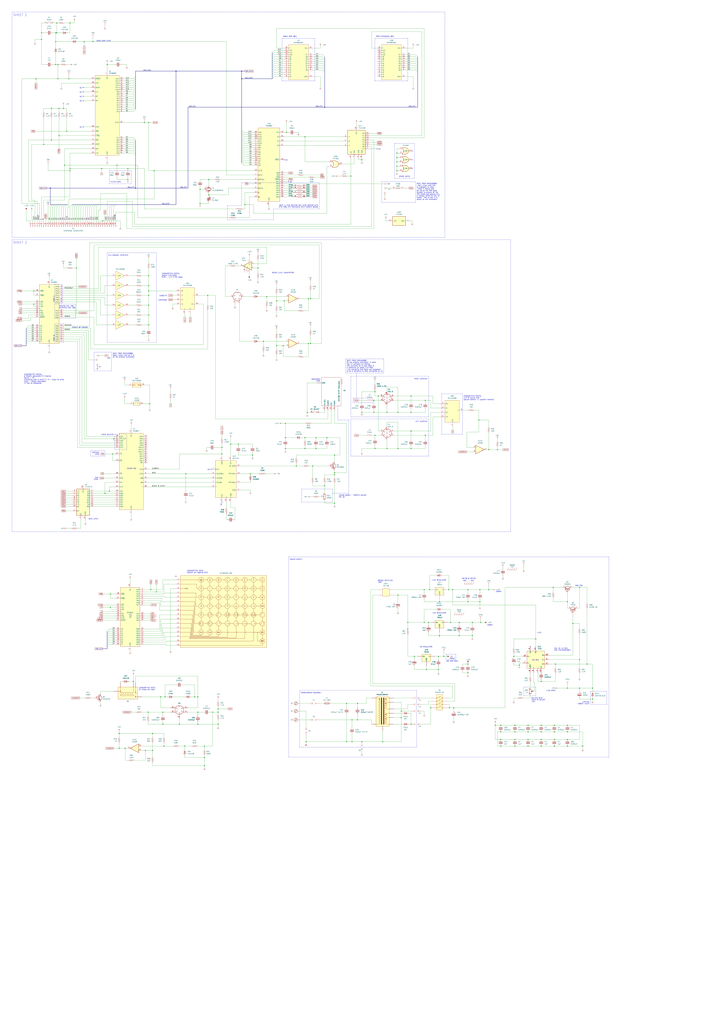
<source format=kicad_sch>
(kicad_sch (version 20211123) (generator eeschema)
  (paper "A0" portrait)
  (title_block (title "Tandy TRS-80 Color Computer 1 Schematic") (date "2022-06-19") (rev "1") (company "Tandy Computer") (comment 2 "Replication by Omega9380") (comment 3 "Catalog Number 26-3001/3002") (comment 4 "Original Schematic published in Coco Service Manual"))
  (lib_symbols
    (symbol "Connector:Conn_01x40_Male" (pin_names (offset 1.016) hide)
      (property "Reference" "J" (at 0 50.8 0))
      (property "Value" "Conn_01x40_Male" (at 0 -53.34 0))
      (symbol "Conn_01x40_Male_1_1"
        (pin passive line (at 5.08 48.26 180) (length 3.81) (name "Pin_1") (number "1"))
        (pin passive line (at 5.08 25.4 180) (length 3.81) (name "Pin_10") (number "10"))
        (pin passive line (at 5.08 22.86 180) (length 3.81) (name "Pin_11") (number "11"))
        (pin passive line (at 5.08 20.32 180) (length 3.81) (name "Pin_12") (number "12"))
        (pin passive line (at 5.08 17.78 180) (length 3.81) (name "Pin_13") (number "13"))
        (pin passive line (at 5.08 15.24 180) (length 3.81) (name "Pin_14") (number "14"))
        (pin passive line (at 5.08 12.7 180) (length 3.81) (name "Pin_15") (number "15"))
        (pin passive line (at 5.08 10.16 180) (length 3.81) (name "Pin_16") (number "16"))
        (pin passive line (at 5.08 7.62 180) (length 3.81) (name "Pin_17") (number "17"))
        (pin passive line (at 5.08 5.08 180) (length 3.81) (name "Pin_18") (number "18"))
        (pin passive line (at 5.08 2.54 180) (length 3.81) (name "Pin_19") (number "19"))
        (pin passive line (at 5.08 45.72 180) (length 3.81) (name "Pin_2") (number "2"))
        (pin passive line (at 5.08 0 180) (length 3.81) (name "Pin_20") (number "20"))
        (pin passive line (at 5.08 -2.54 180) (length 3.81) (name "Pin_21") (number "21"))
        (pin passive line (at 5.08 -5.08 180) (length 3.81) (name "Pin_22") (number "22"))
        (pin passive line (at 5.08 -7.62 180) (length 3.81) (name "Pin_23") (number "23"))
        (pin passive line (at 5.08 -10.16 180) (length 3.81) (name "Pin_24") (number "24"))
        (pin passive line (at 5.08 -12.7 180) (length 3.81) (name "Pin_25") (number "25"))
        (pin passive line (at 5.08 -15.24 180) (length 3.81) (name "Pin_26") (number "26"))
        (pin passive line (at 5.08 -17.78 180) (length 3.81) (name "Pin_27") (number "27"))
        (pin passive line (at 5.08 -20.32 180) (length 3.81) (name "Pin_28") (number "28"))
        (pin passive line (at 5.08 -22.86 180) (length 3.81) (name "Pin_29") (number "29"))
        (pin passive line (at 5.08 43.18 180) (length 3.81) (name "Pin_3") (number "3"))
        (pin passive line (at 5.08 -25.4 180) (length 3.81) (name "Pin_30") (number "30"))
        (pin passive line (at 5.08 -27.94 180) (length 3.81) (name "Pin_31") (number "31"))
        (pin passive line (at 5.08 -30.48 180) (length 3.81) (name "Pin_32") (number "32"))
        (pin passive line (at 5.08 -33.02 180) (length 3.81) (name "Pin_33") (number "33"))
        (pin passive line (at 5.08 -35.56 180) (length 3.81) (name "Pin_34") (number "34"))
        (pin passive line (at 5.08 -38.1 180) (length 3.81) (name "Pin_35") (number "35"))
        (pin passive line (at 5.08 -40.64 180) (length 3.81) (name "Pin_36") (number "36"))
        (pin passive line (at 5.08 -43.18 180) (length 3.81) (name "Pin_37") (number "37"))
        (pin passive line (at 5.08 -45.72 180) (length 3.81) (name "Pin_38") (number "38"))
        (pin passive line (at 5.08 -48.26 180) (length 3.81) (name "Pin_39") (number "39"))
        (pin passive line (at 5.08 40.64 180) (length 3.81) (name "Pin_4") (number "4"))
        (pin passive line (at 5.08 -50.8 180) (length 3.81) (name "Pin_40") (number "40"))
        (pin passive line (at 5.08 38.1 180) (length 3.81) (name "Pin_5") (number "5"))
        (pin passive line (at 5.08 35.56 180) (length 3.81) (name "Pin_6") (number "6"))
        (pin passive line (at 5.08 33.02 180) (length 3.81) (name "Pin_7") (number "7"))
        (pin passive line (at 5.08 30.48 180) (length 3.81) (name "Pin_8") (number "8"))
        (pin passive line (at 5.08 27.94 180) (length 3.81) (name "Pin_9") (number "9"))
      )
    )
    (symbol "Connector:TestPoint" (pin_numbers hide) (pin_names (offset 0.762) hide)
      (property "Reference" "TP" (at 0 6.858 0))
      (property "Value" "TestPoint" (at 0 5.08 0))
      (symbol "TestPoint_1_1"
        (pin passive line (at 0 0 90) (length 2.54) (name "1") (number "1"))
      )
    )
    (symbol "Device:C" (pin_numbers hide) (pin_names (offset 0.254))
      (property "Reference" "C" (at 0.635 2.54 0))
      (property "Value" "C" (at 0.635 -2.54 0))
      (symbol "C_1_1"
        (pin passive line (at 0 3.81 270) (length 2.794) (name "~") (number "1"))
        (pin passive line (at 0 -3.81 90) (length 2.794) (name "~") (number "2"))
      )
    )
    (symbol "Device:C_Polarized" (pin_numbers hide) (pin_names (offset 0.254))
      (property "Reference" "C" (at 0.635 2.54 0))
      (property "Value" "C_Polarized" (at 0.635 -2.54 0))
      (symbol "C_Polarized_1_1"
        (pin passive line (at 0 3.81 270) (length 2.794) (name "~") (number "1"))
        (pin passive line (at 0 -3.81 90) (length 2.794) (name "~") (number "2"))
      )
    )
    (symbol "Device:C_Polarized_US" (pin_numbers hide) (pin_names (offset 0.254) hide)
      (property "Reference" "C" (at 0.635 2.54 0))
      (property "Value" "C_Polarized_US" (at 0.635 -2.54 0))
      (symbol "C_Polarized_US_1_1"
        (pin passive line (at 0 3.81 270) (length 2.794) (name "~") (number "1"))
        (pin passive line (at 0 -3.81 90) (length 3.302) (name "~") (number "2"))
      )
    )
    (symbol "Device:C_Variable" (pin_numbers hide) (pin_names (offset 0.254) hide)
      (property "Reference" "C" (at 0.635 -1.905 0))
      (property "Value" "C_Variable" (at 0.635 -3.81 0))
      (symbol "C_Variable_1_1"
        (pin passive line (at 0 3.81 270) (length 3.048) (name "~") (number "1"))
        (pin passive line (at 0 -3.81 90) (length 3.048) (name "~") (number "2"))
      )
    )
    (symbol "Device:Crystal_GND3" (pin_names (offset 1.016) hide)
      (property "Reference" "Y" (at 0 5.715 0))
      (property "Value" "Crystal_GND3" (at 0 3.81 0))
      (symbol "Crystal_GND3_1_1"
        (pin passive line (at -3.81 0 0) (length 1.27) (name "1") (number "1"))
        (pin passive line (at 3.81 0 180) (length 1.27) (name "2") (number "2"))
        (pin passive line (at 0 -5.08 90) (length 1.27) (name "3") (number "3"))
      )
    )
    (symbol "Device:D" (pin_numbers hide) (pin_names (offset 1.016) hide)
      (property "Reference" "D" (at 0 2.54 0))
      (property "Value" "D" (at 0 -2.54 0))
      (symbol "D_1_1"
        (pin passive line (at -3.81 0 0) (length 2.54) (name "K") (number "1"))
        (pin passive line (at 3.81 0 180) (length 2.54) (name "A") (number "2"))
      )
    )
    (symbol "Device:D_Zener" (pin_numbers hide) (pin_names (offset 1.016) hide)
      (property "Reference" "D" (at 0 2.54 0))
      (property "Value" "D_Zener" (at 0 -2.54 0))
      (symbol "D_Zener_1_1"
        (pin passive line (at -3.81 0 0) (length 2.54) (name "K") (number "1"))
        (pin passive line (at 3.81 0 180) (length 2.54) (name "A") (number "2"))
      )
    )
    (symbol "Device:Fuse" (pin_numbers hide) (pin_names (offset 0))
      (property "Reference" "F" (at 2.032 0 90))
      (property "Value" "Fuse" (at -1.905 0 90))
      (symbol "Fuse_1_1"
        (pin passive line (at 0 3.81 270) (length 1.27) (name "~") (number "1"))
        (pin passive line (at 0 -3.81 90) (length 1.27) (name "~") (number "2"))
      )
    )
    (symbol "Device:L" (pin_numbers hide) (pin_names (offset 1.016) hide)
      (property "Reference" "L" (at -1.27 0 90))
      (property "Value" "L" (at 1.905 0 90))
      (symbol "L_1_1"
        (pin passive line (at 0 3.81 270) (length 1.27) (name "1") (number "1"))
        (pin passive line (at 0 -3.81 90) (length 1.27) (name "2") (number "2"))
      )
    )
    (symbol "Device:Q_NPN_BEC" (pin_names (offset 0) hide)
      (property "Reference" "Q" (at 5.08 1.27 0))
      (property "Value" "Q_NPN_BEC" (at 5.08 -1.27 0))
      (symbol "Q_NPN_BEC_1_1"
        (pin input line (at -5.08 0 0) (length 5.715) (name "B") (number "1"))
        (pin passive line (at 2.54 -5.08 90) (length 2.54) (name "E") (number "2"))
        (pin passive line (at 2.54 5.08 270) (length 2.54) (name "C") (number "3"))
      )
    )
    (symbol "Device:Q_PNP_BEC" (pin_names (offset 0) hide)
      (property "Reference" "Q" (at 5.08 1.27 0))
      (property "Value" "Q_PNP_BEC" (at 5.08 -1.27 0))
      (symbol "Q_PNP_BEC_1_1"
        (pin input line (at -5.08 0 0) (length 5.715) (name "B") (number "1"))
        (pin passive line (at 2.54 -5.08 90) (length 2.54) (name "E") (number "2"))
        (pin passive line (at 2.54 5.08 270) (length 2.54) (name "C") (number "3"))
      )
    )
    (symbol "Device:R_Potentiometer" (pin_names (offset 1.016) hide)
      (property "Reference" "RV" (at -4.445 0 90))
      (property "Value" "R_Potentiometer" (at -2.54 0 90))
      (symbol "R_Potentiometer_1_1"
        (pin passive line (at 0 3.81 270) (length 1.27) (name "1") (number "1"))
        (pin passive line (at 3.81 0 180) (length 1.27) (name "2") (number "2"))
        (pin passive line (at 0 -3.81 90) (length 1.27) (name "3") (number "3"))
      )
    )
    (symbol "Device:R_Potentiometer_Trim" (pin_names (offset 1.016) hide)
      (property "Reference" "RV" (at -4.445 0 90))
      (property "Value" "R_Potentiometer_Trim" (at -2.54 0 90))
      (symbol "R_Potentiometer_Trim_1_1"
        (pin passive line (at 0 3.81 270) (length 1.27) (name "1") (number "1"))
        (pin passive line (at 3.81 0 180) (length 1.27) (name "2") (number "2"))
        (pin passive line (at 0 -3.81 90) (length 1.27) (name "3") (number "3"))
      )
    )
    (symbol "Device:R_US" (pin_numbers hide) (pin_names (offset 0))
      (property "Reference" "R" (at 2.54 0 90))
      (property "Value" "R_US" (at -2.54 0 90))
      (symbol "R_US_1_1"
        (pin passive line (at 0 3.81 270) (length 1.27) (name "~") (number "1"))
        (pin passive line (at 0 -3.81 90) (length 1.27) (name "~") (number "2"))
      )
    )
    (symbol "Diode:1N4148" (pin_numbers hide) (pin_names (offset 1.016) hide)
      (property "Reference" "D" (at 0 2.54 0))
      (property "Value" "1N4148" (at 0 -2.54 0))
      (symbol "1N4148_1_1"
        (pin passive line (at -3.81 0 0) (length 2.54) (name "K") (number "1"))
        (pin passive line (at 3.81 0 180) (length 2.54) (name "A") (number "2"))
      )
    )
    (symbol "Switch:SW_SPST" (pin_names (offset 0) hide)
      (property "Reference" "SW" (at 0 3.175 0))
      (property "Value" "SW_SPST" (at 0 -2.54 0))
      (symbol "SW_SPST_1_1"
        (pin passive line (at -5.08 0 0) (length 2.54) (name "A") (number "1"))
        (pin passive line (at 5.08 0 180) (length 2.54) (name "B") (number "2"))
      )
    )
    (symbol "Transistor_BJT:2N3904" (pin_names (offset 0) hide)
      (property "Reference" "Q" (at 5.08 1.905 0))
      (property "Value" "2N3904" (at 5.08 0 0))
      (symbol "2N3904_1_1"
        (pin passive line (at 2.54 -5.08 90) (length 2.54) (name "E") (number "1"))
        (pin passive line (at -5.08 0 0) (length 5.715) (name "B") (number "2"))
        (pin passive line (at 2.54 5.08 270) (length 2.54) (name "C") (number "3"))
      )
    )
    (symbol "Transistor_BJT:PN2222A" (pin_names (offset 0) hide)
      (property "Reference" "Q" (at 5.08 1.905 0))
      (property "Value" "PN2222A" (at 5.08 0 0))
      (symbol "PN2222A_1_1"
        (pin passive line (at 2.54 -5.08 90) (length 2.54) (name "E") (number "1"))
        (pin input line (at -5.08 0 0) (length 5.08) (name "B") (number "2"))
        (pin passive line (at 2.54 5.08 270) (length 2.54) (name "C") (number "3"))
      )
    )
    (symbol "__Retro_Schematics_Library:4PTD_SWITCH"
      (property "Reference" "S" (at 3.81 1.27 0))
      (property "Value" "4PTD_SWITCH" (at 3.81 3.81 0))
      (symbol "4PTD_SWITCH_1_1"
        (pin passive line (at -5.08 -15.24 0) (length 5.08) (name "") (number ""))
        (pin passive line (at -5.08 -11.43 0) (length 5.08) (name "") (number ""))
        (pin passive line (at -5.08 -7.62 0) (length 5.08) (name "") (number ""))
        (pin passive line (at -5.08 -3.81 0) (length 5.08) (name "") (number ""))
        (pin passive line (at 12.7 -15.24 180) (length 5.08) (name "") (number ""))
        (pin passive line (at 12.7 -11.43 180) (length 5.08) (name "") (number ""))
        (pin passive line (at 12.7 -7.62 180) (length 5.08) (name "") (number ""))
        (pin passive line (at 12.7 -3.81 180) (length 5.08) (name "") (number ""))
      )
    )
    (symbol "__Retro_Schematics_Library:723C" (pin_names (offset 0.254))
      (property "Reference" "U" (at 10.16 -11.43 0))
      (property "Value" "723C" (at 10.16 -8.89 0))
      (symbol "723C_1_1"
        (pin no_connect line (at -7.62 -25.4 0) (length 5.08) hide (name "NC") (number "1"))
        (pin power_out line (at 25.4 -5.08 180) (length 5.08) (name "VO") (number "10"))
        (pin power_in line (at 10.16 5.08 270) (length 5.08) (name "VC") (number "11"))
        (pin power_in line (at -5.08 -6.35 0) (length 5.08) (name "V+") (number "12"))
        (pin input line (at 16.51 -25.4 90) (length 5.08) (name "FC") (number "13"))
        (pin no_connect line (at -7.62 -27.94 0) (length 5.08) hide (name "NC") (number "14"))
        (pin input line (at 25.4 -10.16 180) (length 5.08) (name "CL") (number "2"))
        (pin input line (at 25.4 -15.24 180) (length 5.08) (name "CS") (number "3"))
        (pin input line (at 12.7 -25.4 90) (length 5.08) (name "-") (number "4"))
        (pin input line (at 7.62 -25.4 90) (length 5.08) (name "+") (number "5"))
        (pin power_out line (at 3.81 -25.4 90) (length 5.08) (name "VREF") (number "6"))
        (pin power_in line (at -5.08 -13.97 0) (length 5.08) (name "V-") (number "7"))
        (pin no_connect line (at -7.62 -22.86 0) (length 5.08) hide (name "NC") (number "8"))
        (pin input line (at 3.81 5.08 270) (length 5.08) (name "VZ") (number "9"))
      )
    )
    (symbol "__Retro_Schematics_Library:741C" (pin_names (offset 0.127))
      (property "Reference" "U" (at 0 6.35 0))
      (property "Value" "741C" (at 0 3.81 0))
      (symbol "741C_1_1"
        (pin input line (at 0 -7.62 90) (length 5.08) (name "NULL") (number "1"))
        (pin input line (at -7.62 -2.54 0) (length 2.54) (name "-") (number "2"))
        (pin input line (at -7.62 2.54 0) (length 2.54) (name "+") (number "3"))
        (pin power_in line (at -2.54 -7.62 90) (length 3.81) (name "V-") (number "4"))
        (pin input line (at 2.54 -7.62 90) (length 6.35) (name "NULL") (number "5"))
        (pin output line (at 7.62 0 180) (length 2.54) (name "~") (number "6"))
        (pin power_in line (at -2.54 7.62 270) (length 3.81) (name "V+") (number "7"))
        (pin no_connect line (at 0 2.54 270) (length 2.54) hide (name "NC") (number "8"))
      )
    )
    (symbol "__Retro_Schematics_Library:74LS02" (pin_names (offset 1.016))
      (property "Reference" "U" (at 0 1.27 0))
      (property "Value" "74LS02" (at 0 -1.27 0))
      (symbol "74LS02_1_1"
        (pin output inverted (at 7.62 0 180) (length 3.81) (name "~") (number "1"))
        (pin input line (at -7.62 2.54 0) (length 4.318) (name "~") (number "2"))
        (pin input line (at -7.62 -2.54 0) (length 4.318) (name "~") (number "3"))
      )
      (symbol "74LS02_1_2"
        (pin output line (at 7.62 0 180) (length 3.81) (name "~") (number "1"))
        (pin input inverted (at -7.62 2.54 0) (length 3.81) (name "~") (number "2"))
        (pin input inverted (at -7.62 -2.54 0) (length 3.81) (name "~") (number "3"))
      )
      (symbol "74LS02_2_1"
        (pin output inverted (at 7.62 0 180) (length 3.81) (name "~") (number "4"))
        (pin input line (at -7.62 2.54 0) (length 4.318) (name "~") (number "5"))
        (pin input line (at -7.62 -2.54 0) (length 4.318) (name "~") (number "6"))
      )
      (symbol "74LS02_2_2"
        (pin output line (at 7.62 0 180) (length 3.81) (name "~") (number "4"))
        (pin input inverted (at -7.62 2.54 0) (length 3.81) (name "~") (number "5"))
        (pin input inverted (at -7.62 -2.54 0) (length 3.81) (name "~") (number "6"))
      )
      (symbol "74LS02_3_1"
        (pin output inverted (at 7.62 0 180) (length 3.81) (name "~") (number "10"))
        (pin input line (at -7.62 2.54 0) (length 4.318) (name "~") (number "8"))
        (pin input line (at -7.62 -2.54 0) (length 4.318) (name "~") (number "9"))
      )
      (symbol "74LS02_3_2"
        (pin output line (at 7.62 0 180) (length 3.81) (name "~") (number "10"))
        (pin input inverted (at -7.62 2.54 0) (length 3.81) (name "~") (number "8"))
        (pin input inverted (at -7.62 -2.54 0) (length 3.81) (name "~") (number "9"))
      )
      (symbol "74LS02_4_1"
        (pin input line (at -7.62 2.54 0) (length 4.318) (name "~") (number "11"))
        (pin input line (at -7.62 -2.54 0) (length 4.318) (name "~") (number "12"))
        (pin output inverted (at 7.62 0 180) (length 3.81) (name "~") (number "13"))
      )
      (symbol "74LS02_4_2"
        (pin input inverted (at -7.62 2.54 0) (length 3.81) (name "~") (number "11"))
        (pin input inverted (at -7.62 -2.54 0) (length 3.81) (name "~") (number "12"))
        (pin output line (at 7.62 0 180) (length 3.81) (name "~") (number "13"))
      )
      (symbol "74LS02_5_0"
        (pin power_in line (at 0 12.7 270) (length 5.08) (name "VCC") (number "14"))
        (pin power_in line (at 0 -12.7 90) (length 5.08) (name "GND") (number "7"))
      )
    )
    (symbol "__Retro_Schematics_Library:74LS138" (pin_names (offset 1.016))
      (property "Reference" "U" (at 10.16 -13.97 0))
      (property "Value" "74LS138" (at 10.16 -11.43 0))
      (symbol "74LS138_1_0"
        (pin input line (at -5.08 -17.78 0) (length 5.08) (name "A") (number "1"))
        (pin output inverted (at 25.4 -16.51 180) (length 5.08) (name "Y5") (number "10"))
        (pin output inverted (at 25.4 -13.97 180) (length 5.08) (name "Y4") (number "11"))
        (pin output inverted (at 25.4 -11.43 180) (length 5.08) (name "Y3") (number "12"))
        (pin output inverted (at 25.4 -8.89 180) (length 5.08) (name "Y2") (number "13"))
        (pin output inverted (at 25.4 -6.35 180) (length 5.08) (name "Y1") (number "14"))
        (pin output inverted (at 25.4 -3.81 180) (length 5.08) (name "Y0") (number "15"))
        (pin power_in line (at 10.16 5.08 270) (length 5.08) (name "VCC") (number "16"))
        (pin input line (at -5.08 -12.7 0) (length 5.08) (name "B") (number "2"))
        (pin input line (at -5.08 -7.62 0) (length 5.08) (name "C") (number "3"))
        (pin input inverted (at 7.62 -33.02 90) (length 5.08) (name "G2A") (number "4"))
        (pin input inverted (at 12.7 -33.02 90) (length 5.08) (name "G2B") (number "5"))
        (pin input line (at 3.81 -33.02 90) (length 5.08) (name "G1") (number "6"))
        (pin output inverted (at 25.4 -21.59 180) (length 5.08) (name "Y7") (number "7"))
        (pin power_in line (at 16.51 -33.02 90) (length 5.08) (name "GND") (number "8"))
        (pin output inverted (at 25.4 -19.05 180) (length 5.08) (name "Y6") (number "9"))
      )
    )
    (symbol "__Retro_Schematics_Library:74LS273"
      (property "Reference" "U" (at 0 -2.54 0))
      (property "Value" "74LS273" (at 0 0 0))
      (symbol "74LS273_1_0"
        (pin input inverted (at -2.54 -20.32 90) (length 5.08) (name "~{CL}") (number "1"))
        (pin power_in line (at 2.54 -20.32 90) (length 5.08) (name "GND") (number "10"))
        (pin input clock (at -12.7 -10.16 0) (length 5.08) (name "CK") (number "11"))
        (pin output line (at 12.7 2.54 180) (length 5.08) (name "5Q") (number "12"))
        (pin input line (at -12.7 2.54 0) (length 5.08) (name "3D") (number "13"))
        (pin input line (at -12.7 0 0) (length 5.08) (name "5D") (number "14"))
        (pin output line (at 12.7 0 180) (length 5.08) (name "6Q") (number "15"))
        (pin output line (at 12.7 -2.54 180) (length 5.08) (name "7Q") (number "16"))
        (pin input line (at -12.7 -2.54 0) (length 5.08) (name "7D") (number "17"))
        (pin input line (at -12.7 -5.08 0) (length 5.08) (name "8D") (number "18"))
        (pin output line (at 12.7 -5.08 180) (length 5.08) (name "8Q") (number "19"))
        (pin output line (at 12.7 12.7 180) (length 5.08) (name "1Q") (number "2"))
        (pin power_in line (at 0 20.32 270) (length 5.08) (name "VCC") (number "20"))
        (pin input line (at -12.7 12.7 0) (length 5.08) (name "1D") (number "3"))
        (pin input line (at -12.7 10.16 0) (length 5.08) (name "2D") (number "4"))
        (pin output line (at 12.7 10.16 180) (length 5.08) (name "2Q") (number "5"))
        (pin output line (at 12.7 7.62 180) (length 5.08) (name "3Q") (number "6"))
        (pin input line (at -12.7 7.62 0) (length 5.08) (name "6D") (number "7"))
        (pin input line (at -12.7 5.08 0) (length 5.08) (name "4D") (number "8"))
        (pin output line (at 12.7 5.08 180) (length 5.08) (name "4Q") (number "9"))
      )
    )
    (symbol "__Retro_Schematics_Library:78M12"
      (property "Reference" "U" (at 0 5.08 0))
      (property "Value" "78M12" (at 0 7.62 0))
      (symbol "78M12_1_1"
        (pin power_in line (at 0 -11.43 90) (length 5.08) (name "GND") (number ""))
        (pin power_in line (at 10.16 0 180) (length 5.08) (name "VI") (number ""))
        (pin power_out line (at -10.16 0 0) (length 5.08) (name "VO") (number ""))
      )
    )
    (symbol "__Retro_Schematics_Library:79L05"
      (property "Reference" "U" (at 0 5.08 0))
      (property "Value" "79L05" (at 0 7.62 0))
      (symbol "79L05_1_1"
        (pin power_in line (at 0 -11.43 90) (length 5.08) (name "GND") (number ""))
        (pin power_in line (at 10.16 0 180) (length 5.08) (name "VI") (number ""))
        (pin power_out line (at -10.16 0 0) (length 5.08) (name "VO") (number ""))
      )
    )
    (symbol "__Retro_Schematics_Library:79M12"
      (property "Reference" "U" (at 0 5.08 0))
      (property "Value" "79M12" (at 0 7.62 0))
      (symbol "79M12_1_1"
        (pin power_in line (at 0 -11.43 90) (length 5.08) (name "GND") (number ""))
        (pin power_in line (at 10.16 0 180) (length 5.08) (name "VI") (number ""))
        (pin power_out line (at -10.16 0 0) (length 5.08) (name "VO") (number ""))
      )
    )
    (symbol "__Retro_Schematics_Library:CoCo_1_Keyboard_Matrix"
      (property "Reference" "KYBD" (at 50.8 2.54 0))
      (property "Value" "CoCo_1_Keyboard_Matrix" (at 50.8 5.08 0))
      (symbol "CoCo_1_Keyboard_Matrix_0_0"
        (text "!" (at 35.56 -45.72 0) (effects (font (size 2.54 2.54))))
        (text "\"" (at 45.72 -45.72 0) (effects (font (size 2.54 2.54))))
        (text "#" (at 55.88 -45.72 0) (effects (font (size 2.54 2.54))))
        (text "$" (at 66.04 -45.72 0) (effects (font (size 2.54 2.54))))
        (text "%" (at 76.2 -45.72 0) (effects (font (size 2.54 2.54))))
        (text "&" (at 86.36 -45.72 0) (effects (font (size 2.54 2.54))))
        (text "'" (at 96.52 -45.72 0) (effects (font (size 2.54 2.54))))
        (text "(" (at 25.4 -55.88 0) (effects (font (size 2.54 2.54))))
        (text ")" (at 35.56 -55.88 0) (effects (font (size 2.54 2.54))))
        (text "*" (at 45.72 -55.88 0) (effects (font (size 2.54 2.54))))
        (text "+" (at 55.88 -55.88 0) (effects (font (size 2.54 2.54))))
        (text "," (at 63.5 -55.88 0) (effects (font (size 2.54 2.54))))
        (text "-" (at 73.66 -55.88 0) (effects (font (size 2.54 2.54))))
        (text "." (at 83.82 -55.88 0) (effects (font (size 2.54 2.54))))
        (text "/" (at 93.98 -55.88 0) (effects (font (size 2.54 2.54))))
        (text "0" (at 24.13 -45.72 0) (effects (font (size 2.54 2.54))))
        (text "1" (at 33.02 -45.72 0) (effects (font (size 2.54 2.54))))
        (text "2" (at 43.18 -45.72 0) (effects (font (size 2.54 2.54))))
        (text "3" (at 53.34 -45.72 0) (effects (font (size 2.54 2.54))))
        (text "4" (at 63.5 -45.72 0) (effects (font (size 2.54 2.54))))
        (text "5" (at 73.66 -45.72 0) (effects (font (size 2.54 2.54))))
        (text "6" (at 83.82 -45.72 0) (effects (font (size 2.54 2.54))))
        (text "7" (at 93.98 -45.72 0) (effects (font (size 2.54 2.54))))
        (text "8" (at 22.86 -55.88 0) (effects (font (size 2.54 2.54))))
        (text "9" (at 33.02 -55.88 0) (effects (font (size 2.54 2.54))))
        (text ":" (at 43.18 -55.88 0) (effects (font (size 2.54 2.54))))
        (text ";" (at 53.34 -55.88 0) (effects (font (size 2.54 2.54))))
        (text "<" (at 66.04 -55.88 0) (effects (font (size 2.54 2.54))))
        (text "=" (at 76.2 -55.88 0) (effects (font (size 2.54 2.54))))
        (text ">" (at 86.36 -55.88 0) (effects (font (size 2.54 2.54))))
        (text "?" (at 96.52 -55.88 0) (effects (font (size 2.54 2.54))))
        (text "@" (at 24.13 -5.08 0) (effects (font (size 2.54 2.54))))
        (text "A" (at 34.29 -5.08 0) (effects (font (size 2.54 2.54))))
        (text "B" (at 44.45 -5.08 0) (effects (font (size 2.54 2.54))))
        (text "BREAK" (at 44.45 -66.04 0) (effects (font (size 0.762 0.762))))
        (text "C" (at 54.61 -5.08 0) (effects (font (size 2.54 2.54))))
        (text "CLEAR" (at 34.29 -66.04 0) (effects (font (size 0.762 0.762))))
        (text "D" (at 64.77 -5.08 0) (effects (font (size 2.54 2.54))))
        (text "E" (at 74.93 -5.08 0) (effects (font (size 2.54 2.54))))
        (text "ENTER" (at 24.13 -66.04 0) (effects (font (size 0.762 0.762))))
        (text "F" (at 85.09 -5.08 0) (effects (font (size 2.54 2.54))))
        (text "G" (at 95.25 -5.08 0) (effects (font (size 2.54 2.54))))
        (text "H" (at 24.13 -15.24 0) (effects (font (size 2.54 2.54))))
        (text "I" (at 34.29 -15.24 0) (effects (font (size 2.54 2.54))))
        (text "J" (at 44.45 -15.24 0) (effects (font (size 2.54 2.54))))
        (text "K" (at 54.61 -15.24 0) (effects (font (size 2.54 2.54))))
        (text "L" (at 64.77 -15.24 0) (effects (font (size 2.54 2.54))))
        (text "LEFT" (at 95.25 -65.405 0) (effects (font (size 0.762 0.762))))
        (text "M" (at 74.93 -15.24 0) (effects (font (size 2.54 2.54))))
        (text "N" (at 85.09 -15.24 0) (effects (font (size 2.54 2.54))))
        (text "NC" (at 7.62 -15.24 0) (effects (font (size 1.27 1.27))))
        (text "O" (at 95.25 -15.24 0) (effects (font (size 2.54 2.54))))
        (text "P" (at 24.13 -25.4 0) (effects (font (size 2.54 2.54))))
        (text "P7" (at -5.08 -1.27 0) (effects (font (size 1.27 1.27))))
        (text "Q" (at 34.29 -25.4 0) (effects (font (size 2.54 2.54))))
        (text "R" (at 44.45 -25.4 0) (effects (font (size 2.54 2.54))))
        (text "RIGHT" (at 95.25 -75.565 0) (effects (font (size 0.762 0.762))))
        (text "S" (at 54.61 -25.4 0) (effects (font (size 2.54 2.54))))
        (text "SHIFT" (at 95.25 -76.835 0) (effects (font (size 0.762 0.762))))
        (text "SHIFT" (at 95.25 -66.675 0) (effects (font (size 0.762 0.762))))
        (text "SPACE" (at 95.25 -35.56 0) (effects (font (size 0.762 0.762))))
        (text "T" (at 64.77 -25.4 0) (effects (font (size 2.54 2.54))))
        (text "U" (at 74.93 -25.4 0) (effects (font (size 2.54 2.54))))
        (text "V" (at 85.09 -25.4 0) (effects (font (size 2.54 2.54))))
        (text "W" (at 95.25 -25.4 0) (effects (font (size 2.54 2.54))))
        (text "X" (at 24.13 -35.56 0) (effects (font (size 2.54 2.54))))
        (text "Y" (at 34.29 -35.56 0) (effects (font (size 2.54 2.54))))
        (text "Z" (at 44.45 -35.56 0) (effects (font (size 2.54 2.54))))
      )
      (symbol "CoCo_1_Keyboard_Matrix_1_1"
        (pin passive line (at -5.08 -5.08 0) (length 5.08) (name "") (number "1"))
        (pin passive line (at -5.08 -50.8 0) (length 5.08) (name "") (number "10"))
        (pin passive line (at -5.08 -55.88 0) (length 5.08) (name "") (number "11"))
        (pin passive line (at -5.08 -60.96 0) (length 5.08) (name "") (number "12"))
        (pin passive line (at -5.08 -66.04 0) (length 5.08) (name "") (number "13"))
        (pin passive line (at -5.08 -71.12 0) (length 5.08) (name "") (number "14"))
        (pin passive line (at -5.08 -76.2 0) (length 5.08) (name "") (number "15"))
        (pin passive line (at -5.08 -81.28 0) (length 5.08) (name "") (number "16"))
        (pin passive line (at -5.08 -10.16 0) (length 5.08) (name "") (number "2"))
        (pin passive line (at -5.08 -15.24 0) (length 5.08) (name "") (number "3"))
        (pin passive line (at -5.08 -20.32 0) (length 5.08) (name "") (number "4"))
        (pin passive line (at -5.08 -25.4 0) (length 5.08) (name "") (number "5"))
        (pin passive line (at -5.08 -30.48 0) (length 5.08) (name "") (number "6"))
        (pin passive line (at -5.08 -35.56 0) (length 5.08) (name "") (number "7"))
        (pin passive line (at -5.08 -40.64 0) (length 5.08) (name "") (number "8"))
        (pin passive line (at -5.08 -45.72 0) (length 5.08) (name "") (number "9"))
      )
    )
    (symbol "__Retro_Schematics_Library:Connector" (pin_names (offset 1.016) hide)
      (property "Reference" "E" (at 0 3.81 0))
      (property "Value" "Connector" (at 0 6.35 0))
      (symbol "Connector_1_1"
        (pin passive line (at -6.35 0 0) (length 3.81) (name "") (number ""))
        (pin passive line (at 5.08 0 180) (length 3.81) (name "") (number ""))
      )
    )
    (symbol "__Retro_Schematics_Library:DIN-4" (pin_names (offset 1.016))
      (property "Reference" "P" (at 5.334 5.08 0))
      (property "Value" "DIN-4" (at 0 -6.35 0))
      (symbol "DIN-4_1_1"
        (pin passive line (at -7.62 0 0) (length 2.54) (name "~") (number "1"))
        (pin passive line (at -2.54 7.62 270) (length 2.54) (name "~") (number "2"))
        (pin passive line (at 2.54 7.62 270) (length 2.54) (name "~") (number "3"))
        (pin passive line (at 7.62 0 180) (length 2.54) (name "~") (number "4"))
      )
    )
    (symbol "__Retro_Schematics_Library:DIN-5" (pin_names (offset 1.016))
      (property "Reference" "P" (at 10.16 11.43 0))
      (property "Value" "DIN-5" (at 7.62 13.97 0))
      (symbol "DIN-5_1_1"
        (pin passive line (at -10.16 -2.54 0) (length 5.08) (name "~") (number "1"))
        (pin passive line (at 0 10.16 270) (length 5.08) (name "~") (number "2"))
        (pin passive line (at 10.16 -2.54 180) (length 5.08) (name "~") (number "3"))
        (pin passive line (at -10.16 2.54 0) (length 5.08) (name "~") (number "4"))
        (pin passive line (at 10.16 2.54 180) (length 5.08) (name "~") (number "5"))
      )
    )
    (symbol "__Retro_Schematics_Library:DIN-6" (pin_names (offset 1.016))
      (property "Reference" "P" (at 3.175 5.715 0))
      (property "Value" "DIN-6" (at 4.445 -4.445 0))
      (symbol "DIN-6_1_1"
        (pin passive line (at -7.62 -2.54 0) (length 2.54) (name "~") (number "1"))
        (pin passive line (at -7.62 2.54 0) (length 2.54) (name "~") (number "2"))
        (pin passive line (at 0 7.62 270) (length 2.54) (name "~") (number "3"))
        (pin passive line (at 7.62 2.54 180) (length 2.54) (name "~") (number "4"))
        (pin passive line (at 7.62 -2.54 180) (length 2.54) (name "~") (number "5"))
        (pin passive line (at 0 -7.62 90) (length 2.54) (name "~") (number "6"))
      )
    )
    (symbol "__Retro_Schematics_Library:LM339" (pin_names (offset 0.127))
      (property "Reference" "U" (at 0 5.08 0))
      (property "Value" "LM339" (at 0 -5.08 0))
      (symbol "LM339_1_1"
        (pin open_collector line (at 7.62 0 180) (length 2.54) (name "~") (number "2"))
        (pin input line (at -7.62 -2.54 0) (length 2.54) (name "-") (number "4"))
        (pin input line (at -7.62 2.54 0) (length 2.54) (name "+") (number "5"))
      )
      (symbol "LM339_2_1"
        (pin open_collector line (at 7.62 0 180) (length 2.54) (name "~") (number "1"))
        (pin input line (at -7.62 -2.54 0) (length 2.54) (name "-") (number "6"))
        (pin input line (at -7.62 2.54 0) (length 2.54) (name "+") (number "7"))
      )
      (symbol "LM339_3_1"
        (pin input line (at -7.62 -2.54 0) (length 2.54) (name "-") (number "10"))
        (pin input line (at -7.62 2.54 0) (length 2.54) (name "+") (number "11"))
        (pin open_collector line (at 7.62 0 180) (length 2.54) (name "~") (number "13"))
      )
      (symbol "LM339_4_1"
        (pin open_collector line (at 7.62 0 180) (length 2.54) (name "~") (number "14"))
        (pin input line (at -7.62 -2.54 0) (length 2.54) (name "-") (number "8"))
        (pin input line (at -7.62 2.54 0) (length 2.54) (name "+") (number "9"))
      )
      (symbol "LM339_5_1"
        (pin power_in line (at -2.54 -7.62 90) (length 3.81) (name "V-") (number "12"))
        (pin power_in line (at -2.54 7.62 270) (length 3.81) (name "V+") (number "3"))
      )
    )
    (symbol "__Retro_Schematics_Library:MC1372"
      (property "Reference" "U" (at 10.16 -34.29 0))
      (property "Value" "MC1372" (at 10.16 -31.75 0))
      (symbol "MC1372_1_1"
        (pin output clock (at -5.08 -10.16 0) (length 5.08) (name "CLK") (number "1"))
        (pin input line (at 12.7 -48.26 90) (length 5.08) (name "C") (number "10"))
        (pin power_in line (at 17.78 5.08 270) (length 5.08) (name "VCC") (number "11"))
        (pin output line (at 29.21 -6.35 180) (length 5.08) (name "RF_MOD") (number "12"))
        (pin input line (at 29.21 -15.24 180) (length 5.08) (name "RFTANK_{1}") (number "13"))
        (pin input line (at 29.21 -25.4 180) (length 5.08) (name "RFTANK_{2}") (number "14"))
        (pin input clock (at 7.62 5.08 270) (length 5.08) (name "OSC") (number "2"))
        (pin open_emitter line (at 7.62 -48.26 90) (length 5.08) (name "DCA") (number "3"))
        (pin power_in line (at 29.21 -34.29 180) (length 5.08) (name "GND") (number "4"))
        (pin input line (at -5.08 -20.32 0) (length 5.08) (name "COLOR_{B}") (number "5"))
        (pin input line (at -5.08 -15.24 0) (length 5.08) (name "COLOR_{REF}") (number "6"))
        (pin input line (at -5.08 -25.4 0) (length 5.08) (name "COLOR_{A}") (number "7"))
        (pin output line (at 17.78 -48.26 90) (length 5.08) (name "C_{MOD}") (number "8"))
        (pin input line (at -5.08 -30.48 0) (length 5.08) (name "Y") (number "9"))
      )
    )
    (symbol "__Retro_Schematics_Library:MC14050B" (pin_names hide)
      (property "Reference" "U" (at 0 5.08 0))
      (property "Value" "MC14050B" (at 0 7.62 0))
      (symbol "MC14050B_1_1"
        (pin output line (at 11.43 0 180) (length 5.08) (name "OUT_{A}") (number "2"))
        (pin input line (at -8.89 0 0) (length 5.08) (name "IN_{A}") (number "3"))
      )
      (symbol "MC14050B_2_1"
        (pin output line (at 11.43 0 180) (length 5.08) (name "OUT_{A}") (number "4"))
        (pin input line (at -8.89 0 0) (length 5.08) (name "IN_{A}") (number "5"))
      )
      (symbol "MC14050B_3_1"
        (pin output line (at 11.43 0 180) (length 5.08) (name "OUT_{A}") (number "6"))
        (pin input line (at -8.89 0 0) (length 5.08) (name "IN_{A}") (number "7"))
      )
      (symbol "MC14050B_4_1"
        (pin output line (at 11.43 0 180) (length 5.08) (name "OUT_{A}") (number "10"))
        (pin input line (at -8.89 0 0) (length 5.08) (name "IN_{A}") (number "9"))
      )
      (symbol "MC14050B_5_1"
        (pin input line (at -8.89 0 0) (length 5.08) (name "IN_{A}") (number "11"))
        (pin output line (at 11.43 0 180) (length 5.08) (name "OUT_{A}") (number "12"))
      )
      (symbol "MC14050B_6_1"
        (pin input line (at -8.89 0 0) (length 5.08) (name "IN_{A}") (number "14"))
        (pin output line (at 11.43 0 180) (length 5.08) (name "OUT_{A}") (number "15"))
      )
      (symbol "MC14050B_7_1"
        (text "GND" (at 0 -5.08 900) (effects (font (size 1.27 1.27)) (justify left)))
        (text "VCC" (at 0 5.08 900) (effects (font (size 1.27 1.27)) (justify right)))
        (pin power_in line (at 0 10.16 270) (length 5.08) (name "VDD") (number "1"))
        (pin power_in line (at 0 -10.16 90) (length 5.08) (name "GND") (number "8"))
      )
    )
    (symbol "__Retro_Schematics_Library:MC14529B"
      (property "Reference" "U" (at 8.89 -13.97 0))
      (property "Value" "MC14529B" (at 8.89 -11.43 0))
      (symbol "MC14529B_1_1"
        (pin output line (at 21.59 -8.89 180) (length 5.08) (name "Y") (number "10"))
        (pin output line (at -5.08 -19.05 0) (length 5.08) (name "Y3") (number "11"))
        (pin output line (at -5.08 -13.97 0) (length 5.08) (name "Y2") (number "12"))
        (pin output line (at -5.08 -8.89 0) (length 5.08) (name "Y1") (number "13"))
        (pin output line (at -5.08 -3.81 0) (length 5.08) (name "Y0") (number "14"))
        (pin input line (at 21.59 -19.05 180) (length 5.08) (name "ST_{Y}") (number "15"))
        (pin input line (at 5.08 -30.48 90) (length 5.08) (name "A") (number "6"))
        (pin input line (at 11.43 -30.48 90) (length 5.08) (name "B") (number "7"))
      )
      (symbol "MC14529B_2_1"
        (pin input line (at 8.89 -30.48 90) (length 5.08) (name "ST_{X}") (number "1"))
        (pin output line (at -5.08 -3.81 0) (length 5.08) (name "X0") (number "2"))
        (pin output line (at -5.08 -8.89 0) (length 5.08) (name "X1") (number "3"))
        (pin output line (at -5.08 -13.97 0) (length 5.08) (name "X2") (number "4"))
        (pin output line (at -5.08 -19.05 0) (length 5.08) (name "X3") (number "5"))
        (pin output line (at 21.59 -11.43 180) (length 5.08) (name "Z") (number "9"))
      )
      (symbol "MC14529B_3_1"
        (pin power_in line (at 2.54 5.08 270) (length 5.08) (name "VDD") (number "16"))
        (pin power_in line (at 2.54 -15.24 90) (length 5.08) (name "GND") (number "8"))
      )
    )
    (symbol "__Retro_Schematics_Library:MC6809E"
      (property "Reference" "U" (at 13.97 -46.99 0))
      (property "Value" "MC6809E" (at 13.97 -44.45 0))
      (symbol "MC6809E_1_1"
        (pin power_in line (at 13.97 -97.79 90) (length 5.08) (name "GND") (number "1"))
        (pin bidirectional line (at 33.02 -36.83 180) (length 5.08) (name "A2") (number "10"))
        (pin bidirectional line (at 33.02 -34.29 180) (length 5.08) (name "A3") (number "11"))
        (pin bidirectional line (at 33.02 -31.75 180) (length 5.08) (name "A4") (number "12"))
        (pin bidirectional line (at 33.02 -29.21 180) (length 5.08) (name "A5") (number "13"))
        (pin bidirectional line (at 33.02 -26.67 180) (length 5.08) (name "A6") (number "14"))
        (pin bidirectional line (at 33.02 -24.13 180) (length 5.08) (name "A7") (number "15"))
        (pin bidirectional line (at 33.02 -21.59 180) (length 5.08) (name "A8") (number "16"))
        (pin bidirectional line (at 33.02 -19.05 180) (length 5.08) (name "A9") (number "17"))
        (pin bidirectional line (at 33.02 -16.51 180) (length 5.08) (name "A10") (number "18"))
        (pin bidirectional line (at 33.02 -13.97 180) (length 5.08) (name "A11") (number "19"))
        (pin input line (at -5.08 -74.93 0) (length 5.08) (name "~{NMI}") (number "2"))
        (pin bidirectional line (at 33.02 -11.43 180) (length 5.08) (name "A12") (number "20"))
        (pin bidirectional line (at 33.02 -8.89 180) (length 5.08) (name "A13") (number "21"))
        (pin bidirectional line (at 33.02 -6.35 180) (length 5.08) (name "A14") (number "22"))
        (pin bidirectional line (at 33.02 -3.81 180) (length 5.08) (name "A15") (number "23"))
        (pin bidirectional line (at 33.02 -72.39 180) (length 5.08) (name "D7") (number "24"))
        (pin bidirectional line (at 33.02 -74.93 180) (length 5.08) (name "D6") (number "25"))
        (pin bidirectional line (at 33.02 -77.47 180) (length 5.08) (name "D5") (number "26"))
        (pin bidirectional line (at 33.02 -80.01 180) (length 5.08) (name "D4") (number "27"))
        (pin bidirectional line (at 33.02 -82.55 180) (length 5.08) (name "D3") (number "28"))
        (pin bidirectional line (at 33.02 -85.09 180) (length 5.08) (name "D2") (number "29"))
        (pin input line (at -5.08 -64.77 0) (length 5.08) (name "~{IRQ}") (number "3"))
        (pin bidirectional line (at 33.02 -87.63 180) (length 5.08) (name "D1") (number "30"))
        (pin bidirectional line (at 33.02 -90.17 180) (length 5.08) (name "D0") (number "31"))
        (pin output line (at 33.02 -54.61 180) (length 5.08) (name "R/~{W}") (number "32"))
        (pin output line (at -5.08 -13.97 0) (length 5.08) (name "BUSY") (number "33"))
        (pin input line (at -5.08 -90.17 0) (length 5.08) (name "EIN") (number "34"))
        (pin input line (at -5.08 -85.09 0) (length 5.08) (name "QIN") (number "35"))
        (pin output line (at -5.08 -59.69 0) (length 5.08) (name "VMA") (number "36"))
        (pin input line (at -5.08 -3.81 0) (length 5.08) (name "~{RESET}") (number "37"))
        (pin output line (at -5.08 -19.05 0) (length 5.08) (name "LIC") (number "38"))
        (pin input line (at -5.08 -8.89 0) (length 5.08) (name "TSC") (number "39"))
        (pin input line (at -5.08 -69.85 0) (length 5.08) (name "~{FIRQ}") (number "4"))
        (pin input line (at -5.08 -80.01 0) (length 5.08) (name "~{HALT}") (number "40"))
        (pin output line (at -5.08 -24.13 0) (length 5.08) (name "BS") (number "5"))
        (pin output line (at -5.08 -29.21 0) (length 5.08) (name "BA") (number "6"))
        (pin power_in line (at 13.97 5.08 270) (length 5.08) (name "VCC") (number "7"))
        (pin bidirectional line (at 33.02 -41.91 180) (length 5.08) (name "A0") (number "8"))
        (pin bidirectional line (at 33.02 -39.37 180) (length 5.08) (name "A1") (number "9"))
      )
    )
    (symbol "__Retro_Schematics_Library:MC6821"
      (property "Reference" "U" (at 11.43 -34.29 0))
      (property "Value" "MC6821" (at 11.43 -31.75 0))
      (symbol "MC6821_1_1"
        (pin power_in line (at 11.43 -73.66 90) (length 5.08) (name "GND") (number "1"))
        (pin bidirectional line (at 27.94 -48.26 180) (length 5.08) (name "PB0") (number "10"))
        (pin bidirectional line (at 27.94 -50.8 180) (length 5.08) (name "PB1") (number "11"))
        (pin bidirectional line (at 27.94 -53.34 180) (length 5.08) (name "PB2") (number "12"))
        (pin bidirectional line (at 27.94 -55.88 180) (length 5.08) (name "PB3") (number "13"))
        (pin bidirectional line (at 27.94 -58.42 180) (length 5.08) (name "PB4") (number "14"))
        (pin bidirectional line (at 27.94 -60.96 180) (length 5.08) (name "PB5") (number "15"))
        (pin bidirectional line (at 27.94 -63.5 180) (length 5.08) (name "PB6") (number "16"))
        (pin bidirectional line (at 27.94 -66.04 180) (length 5.08) (name "PB7") (number "17"))
        (pin input line (at 27.94 -35.56 180) (length 5.08) (name "CB1") (number "18"))
        (pin bidirectional line (at 27.94 -38.1 180) (length 5.08) (name "CB2") (number "19"))
        (pin bidirectional line (at 27.94 -2.54 180) (length 5.08) (name "PA0") (number "2"))
        (pin power_in line (at 11.43 5.08 270) (length 5.08) (name "VCC") (number "20"))
        (pin input line (at -5.08 -35.56 0) (length 5.08) (name "R/~{W}") (number "21"))
        (pin input line (at -5.08 -25.4 0) (length 5.08) (name "CS0") (number "22"))
        (pin input line (at -5.08 -20.32 0) (length 5.08) (name "~{CS2}") (number "23"))
        (pin input line (at -5.08 -22.86 0) (length 5.08) (name "CS1") (number "24"))
        (pin input line (at -5.08 -27.94 0) (length 5.08) (name "E") (number "25"))
        (pin bidirectional line (at -5.08 -66.04 0) (length 5.08) (name "D7") (number "26"))
        (pin bidirectional line (at -5.08 -63.5 0) (length 5.08) (name "D6") (number "27"))
        (pin bidirectional line (at -5.08 -60.96 0) (length 5.08) (name "D5") (number "28"))
        (pin bidirectional line (at -5.08 -58.42 0) (length 5.08) (name "D4") (number "29"))
        (pin bidirectional line (at 27.94 -5.08 180) (length 5.08) (name "PA1") (number "3"))
        (pin bidirectional line (at -5.08 -55.88 0) (length 5.08) (name "D3") (number "30"))
        (pin bidirectional line (at -5.08 -53.34 0) (length 5.08) (name "D2") (number "31"))
        (pin bidirectional line (at -5.08 -50.8 0) (length 5.08) (name "D1") (number "32"))
        (pin bidirectional line (at -5.08 -48.26 0) (length 5.08) (name "D0") (number "33"))
        (pin input line (at -5.08 -38.1 0) (length 5.08) (name "~{RESET}") (number "34"))
        (pin input line (at -5.08 -30.48 0) (length 5.08) (name "RS1") (number "35"))
        (pin input line (at -5.08 -33.02 0) (length 5.08) (name "RS0") (number "36"))
        (pin output line (at -5.08 -12.7 0) (length 5.08) (name "~{IRQB}") (number "37"))
        (pin output line (at -5.08 -7.62 0) (length 5.08) (name "~{IRQA}") (number "38"))
        (pin bidirectional line (at 27.94 -33.02 180) (length 5.08) (name "CA2") (number "39"))
        (pin bidirectional line (at 27.94 -7.62 180) (length 5.08) (name "PA2") (number "4"))
        (pin input line (at 27.94 -30.48 180) (length 5.08) (name "CA1") (number "40"))
        (pin bidirectional line (at 27.94 -10.16 180) (length 5.08) (name "PA3") (number "5"))
        (pin bidirectional line (at 27.94 -12.7 180) (length 5.08) (name "PA4") (number "6"))
        (pin bidirectional line (at 27.94 -15.24 180) (length 5.08) (name "PA5") (number "7"))
        (pin bidirectional line (at 27.94 -17.78 180) (length 5.08) (name "PA6") (number "8"))
        (pin bidirectional line (at 27.94 -20.32 180) (length 5.08) (name "PA7") (number "9"))
      )
    )
    (symbol "__Retro_Schematics_Library:MC6847"
      (property "Reference" "U" (at 13.97 -40.64 0))
      (property "Value" "MC6847" (at 13.97 -38.1 0))
      (symbol "MC6847_1_1"
        (pin power_in line (at 13.97 -93.98 90) (length 5.08) (name "GND") (number "1"))
        (pin output clock (at 33.02 -52.07 180) (length 5.08) (name "ɸB") (number "10"))
        (pin output clock (at 33.02 -57.15 180) (length 5.08) (name "ɸA") (number "11"))
        (pin tri_state inverted (at -5.08 -31.75 0) (length 5.08) (name "~{MS}") (number "12"))
        (pin input line (at 33.02 -3.81 180) (length 5.08) (name "DA5") (number "13"))
        (pin input line (at 33.02 -6.35 180) (length 5.08) (name "DA6") (number "14"))
        (pin input line (at 33.02 -8.89 180) (length 5.08) (name "DA7") (number "15"))
        (pin input line (at 33.02 -11.43 180) (length 5.08) (name "DA8") (number "16"))
        (pin power_in line (at 13.97 5.08 270) (length 5.08) (name "VCC") (number "17"))
        (pin input line (at 33.02 -13.97 180) (length 5.08) (name "DA9") (number "18"))
        (pin input line (at 33.02 -16.51 180) (length 5.08) (name "DA10") (number "19"))
        (pin input line (at -5.08 -69.85 0) (length 5.08) (name "DD6") (number "2"))
        (pin input line (at 33.02 -19.05 180) (length 5.08) (name "DA11") (number "20"))
        (pin input line (at 33.02 -21.59 180) (length 5.08) (name "DA12") (number "21"))
        (pin input line (at -5.08 -52.07 0) (length 5.08) (name "DA0") (number "22"))
        (pin input line (at 33.02 -24.13 180) (length 5.08) (name "DA1") (number "23"))
        (pin input line (at 33.02 -26.67 180) (length 5.08) (name "DA2") (number "24"))
        (pin input line (at 33.02 -29.21 180) (length 5.08) (name "DA3") (number "25"))
        (pin input line (at 33.02 -31.75 180) (length 5.08) (name "DA4") (number "26"))
        (pin input line (at -5.08 -13.97 0) (length 5.08) (name "GM2") (number "27"))
        (pin output line (at 33.02 -62.23 180) (length 5.08) (name "Y") (number "28"))
        (pin input line (at -5.08 -11.43 0) (length 5.08) (name "GM1") (number "29"))
        (pin input line (at -5.08 -85.09 0) (length 5.08) (name "DD0") (number "3"))
        (pin input line (at -5.08 -8.89 0) (length 5.08) (name "GM0") (number "30"))
        (pin input line (at -5.08 -6.35 0) (length 5.08) (name "~{INT}/EXT") (number "31"))
        (pin input line (at -5.08 -57.15 0) (length 5.08) (name "INV") (number "32"))
        (pin input clock (at 33.02 -41.91 180) (length 5.08) (name "CLK") (number "33"))
        (pin input line (at -5.08 -62.23 0) (length 5.08) (name "~{A}/S") (number "34"))
        (pin input line (at -5.08 -16.51 0) (length 5.08) (name "~{A}/G") (number "35"))
        (pin output line (at 33.02 -34.29 180) (length 5.08) (name "~{RP}") (number "36"))
        (pin output line (at -5.08 -24.13 0) (length 5.08) (name "~{FS}") (number "37"))
        (pin output line (at -5.08 -46.99 0) (length 5.08) (name "~{HS}") (number "38"))
        (pin input line (at -5.08 -3.81 0) (length 5.08) (name "CSS") (number "39"))
        (pin input line (at -5.08 -82.55 0) (length 5.08) (name "DD1") (number "4"))
        (pin input line (at -5.08 -67.31 0) (length 5.08) (name "DD7") (number "40"))
        (pin input line (at -5.08 -80.01 0) (length 5.08) (name "DD2") (number "5"))
        (pin input line (at -5.08 -77.47 0) (length 5.08) (name "DD3") (number "6"))
        (pin input line (at -5.08 -74.93 0) (length 5.08) (name "DD4") (number "7"))
        (pin input line (at -5.08 -72.39 0) (length 5.08) (name "DD5") (number "8"))
        (pin output line (at 33.02 -46.99 180) (length 5.08) (name "CHB") (number "9"))
      )
    )
    (symbol "__Retro_Schematics_Library:MC6883"
      (property "Reference" "U" (at 12.7 -46.99 0))
      (property "Value" "MC6883" (at 12.7 -44.45 0))
      (symbol "MC6883_1_1"
        (pin input line (at -5.08 -15.24 0) (length 5.08) (name "A11") (number "1"))
        (pin output line (at 30.48 -54.61 180) (length 5.08) (name "~{WE}") (number "10"))
        (pin output line (at 30.48 -57.15 180) (length 5.08) (name "~{CAS}") (number "11"))
        (pin output line (at 30.48 -59.69 180) (length 5.08) (name "~{RAS0}") (number "12"))
        (pin output clock (at -5.08 -80.01 0) (length 5.08) (name "Q") (number "13"))
        (pin output clock (at -5.08 -74.93 0) (length 5.08) (name "E") (number "14"))
        (pin input line (at -5.08 -49.53 0) (length 5.08) (name "R/~{W}") (number "15"))
        (pin input line (at -5.08 -43.18 0) (length 5.08) (name "A0") (number "16"))
        (pin input line (at -5.08 -40.64 0) (length 5.08) (name "A1") (number "17"))
        (pin input line (at -5.08 -38.1 0) (length 5.08) (name "A2") (number "18"))
        (pin input line (at -5.08 -35.56 0) (length 5.08) (name "A3") (number "19"))
        (pin input line (at -5.08 -17.78 0) (length 5.08) (name "A10") (number "2"))
        (pin power_in line (at 12.7 -90.17 90) (length 5.08) (name "GND") (number "20"))
        (pin input line (at -5.08 -33.02 0) (length 5.08) (name "A4") (number "21"))
        (pin input line (at -5.08 -30.48 0) (length 5.08) (name "A5") (number "22"))
        (pin input line (at -5.08 -27.94 0) (length 5.08) (name "A6") (number "23"))
        (pin input line (at -5.08 -25.4 0) (length 5.08) (name "A7") (number "24"))
        (pin output line (at 30.48 -10.16 180) (length 5.08) (name "S2") (number "25"))
        (pin output line (at 30.48 -15.24 180) (length 5.08) (name "S1") (number "26"))
        (pin output line (at 30.48 -20.32 180) (length 5.08) (name "S0") (number "27"))
        (pin output line (at 30.48 -80.01 180) (length 5.08) (name "MA0") (number "28"))
        (pin output line (at 30.48 -77.47 180) (length 5.08) (name "MA1") (number "29"))
        (pin input line (at -5.08 -20.32 0) (length 5.08) (name "A9") (number "3"))
        (pin output line (at 30.48 -74.93 180) (length 5.08) (name "MA2") (number "30"))
        (pin output line (at 30.48 -72.39 180) (length 5.08) (name "MA3") (number "31"))
        (pin output line (at 30.48 -69.85 180) (length 5.08) (name "MA4") (number "32"))
        (pin output line (at 30.48 -67.31 180) (length 5.08) (name "MA5") (number "33"))
        (pin output line (at 30.48 -64.77 180) (length 5.08) (name "MA6") (number "34"))
        (pin output line (at 30.48 -62.23 180) (length 5.08) (name "MA7") (number "35"))
        (pin output line (at 30.48 -36.83 180) (length 5.08) (name "~{RAS1}") (number "35"))
        (pin input line (at -5.08 -5.08 0) (length 5.08) (name "A15") (number "36"))
        (pin input line (at -5.08 -7.62 0) (length 5.08) (name "A14") (number "37"))
        (pin input line (at -5.08 -10.16 0) (length 5.08) (name "A13") (number "38"))
        (pin input line (at -5.08 -12.7 0) (length 5.08) (name "A12") (number "39"))
        (pin input line (at -5.08 -22.86 0) (length 5.08) (name "A8") (number "4"))
        (pin power_in line (at 30.48 -5.08 180) (length 5.08) (name "VCC") (number "40"))
        (pin input clock (at -5.08 -69.85 0) (length 5.08) (name "OSC_{IN}") (number "5"))
        (pin output clock (at -5.08 -59.69 0) (length 5.08) (name "OSC_{OUT}") (number "6"))
        (pin bidirectional clock (at -5.08 -54.61 0) (length 5.08) (name "VCLK") (number "7"))
        (pin input line (at 30.48 -52.07 180) (length 5.08) (name "DA0") (number "8"))
        (pin input line (at -5.08 -64.77 0) (length 5.08) (name "~{HS}") (number "9"))
      )
    )
    (symbol "__Retro_Schematics_Library:MCM68A364"
      (property "Reference" "U" (at 11.43 -21.59 0))
      (property "Value" "MCM68A364" (at 11.43 -19.05 0))
      (symbol "MCM68A364_1_1"
        (pin input line (at -5.08 -19.05 0) (length 5.08) (name "A7") (number "1"))
        (pin output line (at 27.94 -26.67 180) (length 5.08) (name "D1") (number "10"))
        (pin output line (at 27.94 -24.13 180) (length 5.08) (name "D2") (number "11"))
        (pin power_in line (at 27.94 -36.83 180) (length 5.08) (name "GND") (number "12"))
        (pin output line (at 27.94 -21.59 180) (length 5.08) (name "D3") (number "13"))
        (pin output line (at 27.94 -19.05 180) (length 5.08) (name "D4") (number "14"))
        (pin output line (at 27.94 -16.51 180) (length 5.08) (name "D5") (number "15"))
        (pin output line (at 27.94 -13.97 180) (length 5.08) (name "D6") (number "16"))
        (pin output line (at 27.94 -11.43 180) (length 5.08) (name "D7") (number "17"))
        (pin input line (at -5.08 -8.89 0) (length 5.08) (name "A11") (number "18"))
        (pin input line (at -5.08 -11.43 0) (length 5.08) (name "A10") (number "19"))
        (pin input line (at -5.08 -21.59 0) (length 5.08) (name "A3") (number "2"))
        (pin input line (at -5.08 -3.81 0) (length 5.08) (name "~{E}") (number "20"))
        (pin input line (at -5.08 -6.35 0) (length 5.08) (name "A12") (number "21"))
        (pin input line (at -5.08 -13.97 0) (length 5.08) (name "A9") (number "22"))
        (pin input line (at -5.08 -16.51 0) (length 5.08) (name "A8") (number "23"))
        (pin input line (at 27.94 -3.81 180) (length 5.08) (name "VCC") (number "24"))
        (pin input line (at -5.08 -24.13 0) (length 5.08) (name "A5") (number "3"))
        (pin input line (at -5.08 -26.67 0) (length 5.08) (name "A4") (number "4"))
        (pin input line (at -5.08 -29.21 0) (length 5.08) (name "A3") (number "5"))
        (pin input line (at -5.08 -31.75 0) (length 5.08) (name "A2") (number "6"))
        (pin input line (at -5.08 -34.29 0) (length 5.08) (name "A1") (number "7"))
        (pin input line (at -5.08 -36.83 0) (length 5.08) (name "A0") (number "8"))
        (pin output line (at 27.94 -29.21 180) (length 5.08) (name "D0") (number "9"))
      )
    )
    (symbol "__Retro_Schematics_Library:R7336-1"
      (property "Reference" "K" (at 10.16 7.62 0))
      (property "Value" "R7336-1" (at 10.16 10.16 0))
      (symbol "R7336-1_1_1"
        (pin passive line (at -5.08 0 0) (length 5.08) (name "") (number ""))
        (pin passive line (at 2.54 10.16 270) (length 5.08) (name "") (number ""))
        (pin passive line (at 17.78 10.16 270) (length 5.08) (name "") (number ""))
        (pin passive line (at 20.32 10.16 270) (length 5.08) (name "") (number ""))
        (pin passive line (at 27.94 -6.35 180) (length 5.08) (name "") (number ""))
      )
    )
    (symbol "__Retro_Schematics_Library:RESISTOR_PAK"
      (property "Reference" "R" (at 0 3.175 0))
      (property "Value" "RESISTOR_PAK" (at 0 5.715 0))
      (symbol "RESISTOR_PAK_1_1"
        (pin passive line (at -7.62 0 0) (length 5.08) (name "") (number "1"))
        (pin passive line (at 7.62 0 180) (length 5.08) (name "") (number "2"))
      )
      (symbol "RESISTOR_PAK_2_1"
        (pin passive line (at -7.62 0 0) (length 5.08) (name "") (number "3"))
        (pin passive line (at 7.62 0 180) (length 5.08) (name "") (number "4"))
      )
      (symbol "RESISTOR_PAK_3_1"
        (pin passive line (at -7.62 0 0) (length 5.08) (name "") (number "5"))
        (pin passive line (at 7.62 0 180) (length 5.08) (name "") (number "6"))
      )
      (symbol "RESISTOR_PAK_4_1"
        (pin passive line (at -7.62 0 0) (length 5.08) (name "") (number "7"))
        (pin passive line (at 7.62 0 180) (length 5.08) (name "") (number "8"))
      )
      (symbol "RESISTOR_PAK_5_1"
        (pin passive line (at 7.62 0 180) (length 5.08) (name "") (number "10"))
        (pin passive line (at -7.62 0 0) (length 5.08) (name "") (number "9"))
      )
    )
    (symbol "__Retro_Schematics_Library:TRFM_COCO1"
      (property "Reference" "T" (at 7.62 2.54 0))
      (property "Value" "TRFM_COCO1" (at 7.62 5.08 0))
      (symbol "TRFM_COCO1_1_1"
        (pin passive line (at -5.08 -31.75 0) (length 5.08) (name "") (number ""))
        (pin passive line (at -5.08 -1.27 0) (length 5.08) (name "") (number ""))
        (pin passive line (at 7.62 -39.37 90) (length 5.08) (name "") (number ""))
        (pin passive line (at 20.32 -31.75 180) (length 5.08) (name "") (number ""))
        (pin passive line (at 20.32 -24.13 180) (length 5.08) (name "") (number ""))
        (pin passive line (at 20.32 -19.05 180) (length 5.08) (name "") (number ""))
        (pin passive line (at 20.32 -13.97 180) (length 5.08) (name "") (number ""))
        (pin passive line (at 20.32 -6.35 180) (length 5.08) (name "") (number ""))
        (pin passive line (at 20.32 -1.27 180) (length 5.08) (name "") (number ""))
      )
    )
    (symbol "__Retro_Schematics_Library:Test_Point"
      (property "Reference" "TP" (at 0 6.35 0))
      (property "Value" "Test_Point" (at 0 8.89 0))
      (symbol "Test_Point_1_1"
        (pin passive line (at 0 0 90) (length 3.81) (name "") (number ""))
      )
    )
    (symbol "__Retro_Schematics_Library:UM1285-8 RF Modulator"
      (property "Reference" "U" (at 16.51 -5.08 0))
      (property "Value" "UM1285-8 RF Modulator" (at 16.51 -2.54 0))
      (symbol "UM1285-8 RF Modulator_1_1"
        (pin power_in line (at 6.35 -27.94 90) (length 5.08) (name "GND") (number ""))
        (pin output line (at 38.1 -7.62 180) (length 5.08) (name "VIDEO") (number "1"))
        (pin power_in line (at 38.1 -11.43 180) (length 5.08) (name "VCC") (number "2"))
        (pin power_in line (at 38.1 -15.24 180) (length 5.08) (name "AUDIO") (number "3"))
        (pin output line (at 38.1 -19.05 180) (length 5.08) (name "CH_SEL") (number "4"))
      )
    )
    (symbol "__Retro_Schematics_Library:UNKNOWN_H_SYMBOL_COCO"
      (property "Reference" "H" (at 6.35 3.81 0))
      (property "Value" "UNKNOWN_H_SYMBOL_COCO" (at 6.35 6.35 0))
    )
    (symbol "__Retro_Schematics_Library:VM-28"
      (property "Reference" "CR" (at 3.81 2.54 0))
      (property "Value" "VM-28" (at 3.81 5.08 0))
      (symbol "VM-28_0_0"
        (text "~" (at 1.27 -7.62 0) (effects (font (size 1.27 1.27))))
        (text "~" (at 1.27 -1.27 0) (effects (font (size 1.27 1.27))))
      )
      (symbol "VM-28_1_1"
        (pin passive line (at -5.08 -7.62 0) (length 5.08) (name "") (number ""))
        (pin passive line (at -5.08 -1.27 0) (length 5.08) (name "") (number ""))
        (pin passive line (at 12.7 -1.27 180) (length 5.08) (name "+") (number ""))
        (pin passive line (at 12.7 -7.62 180) (length 5.08) (name "-") (number ""))
      )
    )
    (symbol "power:+12V" (power) (pin_names (offset 0))
      (property "Value" "+12V" (at 0 3.556 0))
      (symbol "+12V_1_1"
        (pin power_in line (at 0 0 90) (length 0) hide (name "+12V") (number "1"))
      )
    )
    (symbol "power:+5V" (power) (pin_names (offset 0))
      (property "Value" "+5V" (at 0 3.556 0))
      (symbol "+5V_1_1"
        (pin power_in line (at 0 0 90) (length 0) hide (name "+5V") (number "1"))
      )
    )
    (symbol "power:-12V" (power) (pin_names (offset 0))
      (property "Value" "-12V" (at 0 3.81 0))
      (symbol "-12V_0_0"
        (pin power_in line (at 0 0 90) (length 0) hide (name "-12V") (number "1"))
      )
    )
    (symbol "power:-5V" (power) (pin_names (offset 0))
      (property "Value" "-5V" (at 0 3.81 0))
      (symbol "-5V_0_0"
        (pin power_in line (at 0 0 90) (length 0) hide (name "-5V") (number "1"))
      )
    )
    (symbol "power:AC" (power) (pin_names (offset 0))
      (property "Value" "AC" (at 0 6.35 0))
      (symbol "AC_1_1"
        (pin power_in line (at 0 0 90) (length 0) hide (name "AC") (number "1"))
      )
    )
    (symbol "power:Earth" (power) (pin_names (offset 0))
      (symbol "Earth_1_1"
        (pin power_in line (at 0 0 270) (length 0) hide (name "Earth") (number "1"))
      )
    )
    (symbol "power:GNDPWR" (power) (pin_names (offset 0))
      (property "Value" "GNDPWR" (at 0 -3.302 0))
      (symbol "GNDPWR_1_1"
        (pin power_in line (at 0 0 270) (length 0) hide (name "GNDPWR") (number "1"))
      )
    )
  )
  (junction (at 226.06 808.99))
  (junction (at 659.13 849.63))
  (junction (at 494.03 505.46))
  (junction (at 229.87 808.99))
  (junction (at 402.59 816.61))
  (junction (at 237.49 889))
  (junction (at 360.68 398.78))
  (junction (at 67.31 74.93))
  (junction (at 379.73 508))
  (junction (at 461.01 177.8))
  (junction (at 407.67 204.47))
  (junction (at 388.62 551.18))
  (junction (at 543.56 781.05))
  (junction (at 495.3 777.24))
  (junction (at 172.72 337.82))
  (junction (at 321.31 349.25))
  (junction (at 492.76 684.53))
  (junction (at 462.28 520.7))
  (junction (at 64.77 48.26))
  (junction (at 253.365 840.74))
  (junction (at 81.28 195.58))
  (junction (at 575.31 842.01))
  (junction (at 58.42 218.44))
  (junction (at 64.77 38.1))
  (junction (at 473.71 730.25))
  (junction (at 688.34 798.83))
  (junction (at 548.64 737.87))
  (junction (at 68.58 125.73))
  (junction (at 356.87 478.79))
  (junction (at 64.77 74.93))
  (junction (at 434.34 464.82))
  (junction (at 181.61 687.07))
  (junction (at 157.48 218.44))
  (junction (at 543.56 684.53))
  (junction (at 214.63 866.14))
  (junction (at 581.66 858.52))
  (junction (at 449.58 478.79))
  (junction (at 237.49 879.475))
  (junction (at 613.41 858.52))
  (junction (at 449.58 520.7))
  (junction (at 500.38 821.69))
  (junction (at 77.47 152.4))
  (junction (at 613.41 849.63))
  (junction (at 681.99 770.89))
  (junction (at 232.41 236.22))
  (junction (at 306.07 396.24))
  (junction (at 377.19 563.88))
  (junction (at 598.17 842.01))
  (junction (at 358.14 398.78))
  (junction (at 321.31 401.32))
  (junction (at 642.62 681.99))
  (junction (at 177.165 851.535))
  (junction (at 229.87 840.74))
  (junction (at 331.47 508))
  (junction (at 477.52 478.79))
  (junction (at 74.93 191.77))
  (junction (at 215.9 549.91))
  (junction (at 247.015 826.77))
  (junction (at 659.13 842.01))
  (junction (at 367.03 520.7))
  (junction (at 328.93 401.32))
  (junction (at 354.33 520.7))
  (junction (at 388.62 528.32))
  (junction (at 257.81 519.43))
  (junction (at 598.17 858.52))
  (junction (at 558.165 722.63))
  (junction (at 415.29 816.61))
  (junction (at 128.27 689.61))
  (junction (at 461.01 187.96))
  (junction (at 643.89 866.14))
  (junction (at 477.52 840.74))
  (junction (at 643.89 842.01))
  (junction (at 186.69 808.99))
  (junction (at 567.69 521.97))
  (junction (at 39.37 337.82))
  (junction (at 673.1 765.81))
  (junction (at 673.1 798.83))
  (junction (at 253.365 822.96))
  (junction (at 280.67 91.44))
  (junction (at 444.5 861.06))
  (junction (at 172.72 320.04))
  (junction (at 168.91 871.22))
  (junction (at 521.335 684.53))
  (junction (at 543.56 698.5))
  (junction (at 121.92 572.77))
  (junction (at 533.4 722.63))
  (junction (at 494.03 464.82))
  (junction (at 523.24 722.63))
  (junction (at 293.37 528.32))
  (junction (at 481.33 762))
  (junction (at 172.72 342.9))
  (junction (at 229.87 826.77))
  (junction (at 628.65 842.01))
  (junction (at 50.8 167.64))
  (junction (at 175.26 684.53))
  (junction (at 613.41 866.14))
  (junction (at 659.13 698.5))
  (junction (at 67.31 91.44))
  (junction (at 420.37 478.79))
  (junction (at 253.365 826.77))
  (junction (at 331.47 520.7))
  (junction (at 290.83 549.91))
  (junction (at 402.59 861.06))
  (junction (at 267.97 515.62))
  (junction (at 567.69 684.53))
  (junction (at 533.4 737.87))
  (junction (at 257.81 527.05))
  (junction (at 190.5 866.14))
  (junction (at 439.42 459.74))
  (junction (at 41.91 91.44))
  (junction (at 473.71 722.63))
  (junction (at 360.68 346.71))
  (junction (at 355.6 861.06))
  (junction (at 659.13 798.83))
  (junction (at 645.16 770.89))
  (junction (at 497.84 722.63))
  (junction (at 466.09 825.5))
  (junction (at 509.27 777.24))
  (junction (at 492.76 722.63))
  (junction (at 354.33 158.75))
  (junction (at 477.52 520.7))
  (junction (at 581.66 866.14))
  (junction (at 435.61 520.7))
  (junction (at 628.65 849.63))
  (junction (at 148.59 195.58))
  (junction (at 420.37 861.06))
  (junction (at 80.01 91.44))
  (junction (at 48.26 45.72))
  (junction (at 154.94 791.21))
  (junction (at 477.52 459.74))
  (junction (at 515.62 762))
  (junction (at 242.57 208.28))
  (junction (at 177.165 871.22))
  (junction (at 596.9 762))
  (junction (at 242.57 226.06))
  (junction (at 557.53 684.53))
  (junction (at 688.34 811.53))
  (junction (at 556.26 487.68))
  (junction (at 643.89 858.52))
  (junction (at 676.91 866.14))
  (junction (at 388.62 584.2))
  (junction (at 280.67 82.55))
  (junction (at 237.49 866.14))
  (junction (at 48.26 38.1))
  (junction (at 388.62 548.64))
  (junction (at 132.08 509.27))
  (junction (at 332.74 153.67))
  (junction (at 39.37 353.06))
  (junction (at 420.37 185.42))
  (junction (at 598.17 866.14))
  (junction (at 309.88 344.17))
  (junction (at 543.56 770.89))
  (junction (at 434.34 478.79))
  (junction (at 299.72 311.15))
  (junction (at 172.72 377.19))
  (junction (at 138.43 851.535))
  (junction (at 66.04 38.1))
  (junction (at 435.61 505.46))
  (junction (at 59.69 162.56))
  (junction (at 68.58 157.48))
  (junction (at 673.1 681.99))
  (junction (at 173.99 468.63))
  (junction (at 363.22 541.02))
  (junction (at 138.43 868.68))
  (junction (at 189.23 840.74))
  (junction (at 462.28 690.88))
  (junction (at 466.09 833.12))
  (junction (at 557.53 698.5))
  (junction (at 344.17 541.02))
  (junction (at 354.33 508))
  (junction (at 330.2 349.25))
  (junction (at 172.72 142.24))
  (junction (at 208.28 840.74))
  (junction (at 73.66 125.73))
  (junction (at 148.59 208.28))
  (junction (at 628.65 858.52))
  (junction (at 119.38 256.54))
  (junction (at 659.13 858.52))
  (junction (at 189.23 826.77))
  (junction (at 577.85 521.97))
  (junction (at 525.78 684.53))
  (junction (at 603.25 772.16))
  (junction (at 461.01 182.88))
  (junction (at 665.48 723.9))
  (junction (at 628.65 791.21))
  (junction (at 130.81 527.05))
  (junction (at 628.65 866.14))
  (junction (at 172.085 826.77))
  (junction (at 204.47 82.55))
  (junction (at 643.89 849.63))
  (junction (at 124.46 74.93))
  (junction (at 97.79 48.26))
  (junction (at 377.19 124.46))
  (junction (at 408.94 835.66))
  (junction (at 232.41 219.71))
  (junction (at 510.54 698.5))
  (junction (at 145.415 868.68))
  (junction (at 477.52 500.38))
  (junction (at 622.3 741.68))
  (junction (at 367.03 508))
  (junction (at 179.07 198.12))
  (junction (at 191.77 808.99))
  (junction (at 510.54 737.87))
  (junction (at 548.64 722.63))
  (junction (at 59.69 125.73))
  (junction (at 135.89 191.77))
  (junction (at 172.72 354.33))
  (junction (at 172.72 365.76))
  (junction (at 66.04 26.67))
  (junction (at 81.28 198.12))
  (junction (at 415.29 835.66))
  (junction (at 172.72 331.47))
  (junction (at 128.27 704.85))
  (junction (at 241.3 342.9))
  (junction (at 659.13 866.14))
  (junction (at 358.14 346.71))
  (junction (at 613.41 842.01))
  (junction (at 408.94 861.06))
  (junction (at 499.11 684.53))
  (junction (at 331.47 491.49))
  (junction (at 509.27 762))
  (junction (at 167.64 142.24))
  (junction (at 461.01 198.12))
  (junction (at 118.11 195.58))
  (junction (at 521.97 821.69))
  (junction (at 581.66 849.63))
  (junction (at 462.28 478.79))
  (junction (at 127 570.23))
  (junction (at 527.05 821.69))
  (junction (at 107.95 48.26))
  (junction (at 284.48 237.49))
  (junction (at 581.66 842.01))
  (junction (at 81.28 26.67))
  (junction (at 598.17 849.63))
  (junction (at 88.9 311.15))
  (junction (at 276.86 515.62))
  (junction (at 435.61 454.66))
  (junction (at 461.01 193.04))
  (no_connect (at 257.81 582.93))
  (no_connect (at 615.95 750.57))
  (no_connect (at 96.52 101.6))
  (no_connect (at 96.52 106.68))
  (no_connect (at 96.52 111.76))
  (no_connect (at 96.52 116.84))
  (no_connect (at 478.79 195.58))
  (no_connect (at 478.79 175.26))
  (no_connect (at 478.79 185.42))
  (no_connect (at 438.15 172.72))
  (no_connect (at 335.28 210.82))
  (no_connect (at 330.2 185.42))
  (no_connect (at 245.11 544.83))
  (no_connect (at 96.52 147.32))
  (bus_entry (at 127 730.25) (size -2.54 2.54))
  (bus_entry (at 91.44 240.03) (size 2.54 -2.54))
  (bus_entry (at 106.68 240.03) (size 2.54 -2.54))
  (bus_entry (at 71.12 240.03) (size 2.54 -2.54))
  (bus_entry (at 283.21 176.53) (size -2.54 -2.54))
  (bus_entry (at 283.21 191.77) (size -2.54 -2.54))
  (bus_entry (at 109.22 240.03) (size 2.54 -2.54))
  (bus_entry (at 81.28 240.03) (size 2.54 -2.54))
  (bus_entry (at 154.94 127) (size 2.54 -2.54))
  (bus_entry (at 374.65 66.04) (size 2.54 2.54))
  (bus_entry (at 283.21 161.29) (size -2.54 -2.54))
  (bus_entry (at 63.5 240.03) (size 2.54 -2.54))
  (bus_entry (at 104.14 240.03) (size 2.54 -2.54))
  (bus_entry (at 482.6 66.04) (size 2.54 2.54))
  (bus_entry (at 482.6 71.12) (size 2.54 2.54))
  (bus_entry (at 127 740.41) (size -2.54 2.54))
  (bus_entry (at 154.94 99.06) (size 2.54 -2.54))
  (bus_entry (at 482.6 78.74) (size 2.54 2.54))
  (bus_entry (at 66.04 240.03) (size 2.54 -2.54))
  (bus_entry (at 83.82 240.03) (size 2.54 -2.54))
  (bus_entry (at 283.21 186.69) (size -2.54 -2.54))
  (bus_entry (at 127 735.33) (size -2.54 2.54))
  (bus_entry (at 127 732.79) (size -2.54 2.54))
  (bus_entry (at 76.2 240.03) (size 2.54 -2.54))
  (bus_entry (at 127 745.49) (size -2.54 2.54))
  (bus_entry (at 93.98 240.03) (size 2.54 -2.54))
  (bus_entry (at 96.52 240.03) (size 2.54 -2.54))
  (bus_entry (at 283.21 189.23) (size -2.54 -2.54))
  (bus_entry (at 154.94 119.38) (size 2.54 -2.54))
  (bus_entry (at 154.94 104.14) (size 2.54 -2.54))
  (bus_entry (at 154.94 114.3) (size 2.54 -2.54))
  (bus_entry (at 127 737.87) (size -2.54 2.54))
  (bus_entry (at 129.54 240.03) (size 2.54 -2.54))
  (bus_entry (at 154.94 93.98) (size 2.54 -2.54))
  (bus_entry (at 132.08 240.03) (size 2.54 -2.54))
  (bus_entry (at 154.94 124.46) (size 2.54 -2.54))
  (bus_entry (at 154.94 121.92) (size 2.54 -2.54))
  (bus_entry (at 374.65 76.2) (size 2.54 2.54))
  (bus_entry (at 283.21 166.37) (size -2.54 -2.54))
  (bus_entry (at 127 748.03) (size -2.54 2.54))
  (bus_entry (at 283.21 184.15) (size -2.54 -2.54))
  (bus_entry (at 283.21 179.07) (size -2.54 -2.54))
  (bus_entry (at 154.94 111.76) (size 2.54 -2.54))
  (bus_entry (at 154.94 109.22) (size 2.54 -2.54))
  (bus_entry (at 374.65 78.74) (size 2.54 2.54))
  (bus_entry (at 58.42 240.03) (size 2.54 -2.54))
  (bus_entry (at 374.65 63.5) (size 2.54 2.54))
  (bus_entry (at 73.66 240.03) (size 2.54 -2.54))
  (bus_entry (at 482.6 76.2) (size 2.54 2.54))
  (bus_entry (at 154.94 96.52) (size 2.54 -2.54))
  (bus_entry (at 482.6 81.28) (size 2.54 2.54))
  (bus_entry (at 374.65 71.12) (size 2.54 2.54))
  (bus_entry (at 154.94 116.84) (size 2.54 -2.54))
  (bus_entry (at 283.21 168.91) (size -2.54 -2.54))
  (bus_entry (at 482.6 68.58) (size 2.54 2.54))
  (bus_entry (at 283.21 171.45) (size -2.54 -2.54))
  (bus_entry (at 374.65 81.28) (size 2.54 2.54))
  (bus_entry (at 154.94 101.6) (size 2.54 -2.54))
  (bus_entry (at 33.02 378.46) (size -2.54 2.54))
  (bus_entry (at 33.02 381) (size -2.54 2.54))
  (bus_entry (at 33.02 383.54) (size -2.54 2.54))
  (bus_entry (at 33.02 386.08) (size -2.54 2.54))
  (bus_entry (at 33.02 388.62) (size -2.54 2.54))
  (bus_entry (at 33.02 391.16) (size -2.54 2.54))
  (bus_entry (at 33.02 393.7) (size -2.54 2.54))
  (bus_entry (at 33.02 396.24) (size -2.54 2.54))
  (bus_entry (at 60.96 240.03) (size 2.54 -2.54))
  (bus_entry (at 374.65 68.58) (size 2.54 2.54))
  (bus_entry (at 154.94 91.44) (size 2.54 -2.54))
  (bus_entry (at 154.94 106.68) (size 2.54 -2.54))
  (bus_entry (at 283.21 181.61) (size -2.54 -2.54))
  (bus_entry (at 68.58 240.03) (size 2.54 -2.54))
  (bus_entry (at 283.21 156.21) (size -2.54 -2.54))
  (bus_entry (at 86.36 240.03) (size 2.54 -2.54))
  (bus_entry (at 88.9 240.03) (size 2.54 -2.54))
  (bus_entry (at 154.94 170.18) (size 2.54 2.54))
  (bus_entry (at 154.94 172.72) (size 2.54 2.54))
  (bus_entry (at 154.94 175.26) (size 2.54 2.54))
  (bus_entry (at 154.94 177.8) (size 2.54 2.54))
  (bus_entry (at 154.94 160.02) (size 2.54 2.54))
  (bus_entry (at 154.94 162.56) (size 2.54 2.54))
  (bus_entry (at 154.94 165.1) (size 2.54 2.54))
  (bus_entry (at 154.94 167.64) (size 2.54 2.54))
  (bus_entry (at 318.77 60.96) (size -2.54 2.54))
  (bus_entry (at 318.77 63.5) (size -2.54 2.54))
  (bus_entry (at 318.77 66.04) (size -2.54 2.54))
  (bus_entry (at 318.77 58.42) (size -2.54 2.54))
  (bus_entry (at 318.77 68.58) (size -2.54 2.54))
  (bus_entry (at 318.77 71.12) (size -2.54 2.54))
  (bus_entry (at 318.77 76.2) (size -2.54 2.54))
  (bus_entry (at 318.77 73.66) (size -2.54 2.54))
  (bus_entry (at 318.77 78.74) (size -2.54 2.54))
  (bus_entry (at 318.77 83.82) (size -2.54 2.54))
  (bus_entry (at 318.77 86.36) (size -2.54 2.54))
  (bus_entry (at 318.77 88.9) (size -2.54 2.54))
  (bus_entry (at 318.77 81.28) (size -2.54 2.54))
  (bus_entry (at 482.6 63.5) (size 2.54 2.54))
  (bus_entry (at 154.94 129.54) (size 2.54 -2.54))
  (bus_entry (at 127 240.03) (size 2.54 -2.54))
  (bus_entry (at 111.76 240.03) (size 2.54 -2.54))
  (bus_entry (at 127 742.95) (size -2.54 2.54))
  (bus_entry (at 283.21 163.83) (size -2.54 -2.54))
  (bus_entry (at 482.6 73.66) (size 2.54 2.54))
  (bus_entry (at 283.21 173.99) (size -2.54 -2.54))
  (bus_entry (at 283.21 158.75) (size -2.54 -2.54))
  (bus_entry (at 374.65 73.66) (size 2.54 2.54))
  (bus_entry (at 101.6 240.03) (size 2.54 -2.54))
  (bus_entry (at 283.21 153.67) (size -2.54 -2.54))
  (bus_entry (at 99.06 240.03) (size 2.54 -2.54))
  (wire (pts (xy 673.1 810.26) (xy 673.1 811.53)))
  (wire (pts (xy 294.64 166.37) (xy 283.21 166.37)))
  (bus (pts (xy 157.48 218.44) (xy 218.44 218.44)))
  (wire (pts (xy 100.33 386.08) (xy 100.33 506.73)))
  (polyline (pts (xy 72.39 351.79) (xy 72.39 330.2)))
  (wire (pts (xy 351.79 226.06) (xy 363.22 226.06)))
  (wire (pts (xy 501.65 814.07) (xy 497.84 814.07)))
  (wire (pts (xy 461.01 198.12) (xy 461.01 200.66)))
  (bus (pts (xy 157.48 116.84) (xy 157.48 114.3)))
  (polyline (pts (xy 513.08 504.19) (xy 537.21 504.19)))
  (polyline (pts (xy 63.5 330.2) (xy 63.5 351.79)))
  (wire (pts (xy 135.89 191.77) (xy 135.89 198.12)))
  (wire (pts (xy 435.61 454.66) (xy 435.61 453.39)))
  (wire (pts (xy 127 565.15) (xy 127 570.23)))
  (wire (pts (xy 356.87 444.5) (xy 368.3 444.5)))
  (wire (pts (xy 367.03 520.7) (xy 354.33 520.7)))
  (wire (pts (xy 416.56 185.42) (xy 420.37 185.42)))
  (wire (pts (xy 480.06 53.34) (xy 480.06 55.88)))
  (bus (pts (xy 30.48 383.54) (xy 30.48 386.08)))
  (wire (pts (xy 615.95 810.26) (xy 608.33 810.26)))
  (wire (pts (xy 388.62 491.49) (xy 402.59 491.49)))
  (wire (pts (xy 492.76 684.53) (xy 499.11 684.53)))
  (polyline (pts (xy 685.8 802.64) (xy 685.8 817.88)))
  (wire (pts (xy 461.01 187.96) (xy 463.55 187.96)))
  (wire (pts (xy 462.28 699.135) (xy 462.28 690.88)))
  (wire (pts (xy 172.72 377.19) (xy 165.1 377.19)))
  (wire (pts (xy 330.2 210.82) (xy 335.28 210.82)))
  (bus (pts (xy 99.06 237.49) (xy 101.6 237.49)))
  (wire (pts (xy 134.62 707.39) (xy 128.27 707.39)))
  (wire (pts (xy 434.34 265.43) (xy 434.34 162.56)))
  (wire (pts (xy 613.41 849.63) (xy 628.65 849.63)))
  (wire (pts (xy 96.52 116.84) (xy 105.41 116.84)))
  (wire (pts (xy 330.2 220.98) (xy 344.17 220.98)))
  (wire (pts (xy 163.83 866.14) (xy 190.5 866.14)))
  (polyline (pts (xy 109.22 408.94) (xy 129.54 408.94)))
  (wire (pts (xy 309.88 344.17) (xy 309.88 349.25)))
  (wire (pts (xy 577.85 519.43) (xy 577.85 521.97)))
  (wire (pts (xy 48.26 228.6) (xy 48.26 257.81)))
  (wire (pts (xy 107.95 48.26) (xy 262.89 48.26)))
  (wire (pts (xy 294.64 237.49) (xy 284.48 237.49)))
  (wire (pts (xy 279.4 541.02) (xy 344.17 541.02)))
  (wire (pts (xy 613.41 858.52) (xy 598.17 858.52)))
  (wire (pts (xy 492.76 698.5) (xy 510.54 698.5)))
  (wire (pts (xy 167.64 732.79) (xy 186.69 732.79)))
  (wire (pts (xy 557.53 684.53) (xy 567.69 684.53)))
  (polyline (pts (xy 73.66 375.92) (xy 63.5 375.92)))
  (bus (pts (xy 157.48 91.44) (xy 157.48 88.9)))
  (wire (pts (xy 25.4 363.22) (xy 40.64 363.22)))
  (polyline (pts (xy 317.5 242.57) (xy 370.84 242.57)))
  (polyline (pts (xy 516.89 13.97) (xy 516.89 275.59)))
  (wire (pts (xy 330.2 60.96) (xy 318.77 60.96)))
  (wire (pts (xy 86.36 26.67) (xy 81.28 26.67)))
  (bus (pts (xy 104.14 237.49) (xy 106.68 237.49)))
  (wire (pts (xy 231.14 342.9) (xy 241.3 342.9)))
  (wire (pts (xy 457.2 828.04) (xy 467.36 828.04)))
  (wire (pts (xy 143.51 142.24) (xy 167.64 142.24)))
  (bus (pts (xy 280.67 91.44) (xy 280.67 151.13)))
  (wire (pts (xy 542.29 501.65) (xy 542.29 519.43)))
  (wire (pts (xy 434.34 478.79) (xy 449.58 478.79)))
  (polyline (pts (xy 327.66 44.45) (xy 365.76 44.45)))
  (wire (pts (xy 127 748.03) (xy 134.62 748.03)))
  (wire (pts (xy 363.22 563.88) (xy 377.19 563.88)))
  (wire (pts (xy 109.22 580.39) (xy 133.35 580.39)))
  (wire (pts (xy 25.4 91.44) (xy 41.91 91.44)))
  (wire (pts (xy 172.72 142.24) (xy 177.8 142.24)))
  (wire (pts (xy 109.22 360.68) (xy 109.22 284.48)))
  (wire (pts (xy 688.34 811.53) (xy 688.34 810.26)))
  (bus (pts (xy 124.46 740.41) (xy 124.46 742.95)))
  (wire (pts (xy 596.9 751.84) (xy 596.9 741.68)))
  (wire (pts (xy 242.57 208.28) (xy 232.41 208.28)))
  (bus (pts (xy 280.67 181.61) (xy 280.67 179.07)))
  (bus (pts (xy 58.42 237.49) (xy 60.96 237.49)))
  (bus (pts (xy 485.14 71.12) (xy 485.14 73.66)))
  (wire (pts (xy 501.65 817.88) (xy 500.38 817.88)))
  (wire (pts (xy 190.5 693.42) (xy 204.47 693.42)))
  (wire (pts (xy 294.64 179.07) (xy 283.21 179.07)))
  (bus (pts (xy 63.5 237.49) (xy 66.04 237.49)))
  (wire (pts (xy 673.1 765.81) (xy 673.1 774.7)))
  (wire (pts (xy 96.52 106.68) (xy 105.41 106.68)))
  (wire (pts (xy 309.88 344.17) (xy 332.74 344.17)))
  (wire (pts (xy 511.81 483.87) (xy 502.92 483.87)))
  (wire (pts (xy 388.62 476.25) (xy 388.62 491.49)))
  (wire (pts (xy 33.02 383.54) (xy 40.64 383.54)))
  (wire (pts (xy 330.2 71.12) (xy 318.77 71.12)))
  (wire (pts (xy 105.41 172.72) (xy 74.93 172.72)))
  (wire (pts (xy 175.26 684.53) (xy 189.23 684.53)))
  (wire (pts (xy 293.37 528.32) (xy 293.37 530.86)))
  (wire (pts (xy 157.48 792.48) (xy 157.48 784.86)))
  (wire (pts (xy 247.015 826.77) (xy 253.365 826.77)))
  (wire (pts (xy 290.83 549.91) (xy 300.99 549.91)))
  (wire (pts (xy 331.47 523.24) (xy 331.47 520.7)))
  (wire (pts (xy 81.28 198.12) (xy 81.28 228.6)))
  (wire (pts (xy 330.2 73.66) (xy 318.77 73.66)))
  (polyline (pts (xy 13.97 617.22) (xy 593.09 617.22)))
  (wire (pts (xy 68.58 257.81) (xy 68.58 240.03)))
  (wire (pts (xy 232.41 208.28) (xy 232.41 209.55)))
  (wire (pts (xy 388.62 528.32) (xy 394.97 528.32)))
  (wire (pts (xy 347.98 346.71) (xy 358.14 346.71)))
  (bus (pts (xy 157.48 167.64) (xy 157.48 170.18)))
  (wire (pts (xy 607.06 762) (xy 596.9 762)))
  (wire (pts (xy 488.95 825.5) (xy 492.76 825.5)))
  (wire (pts (xy 50.8 232.41) (xy 50.8 257.81)))
  (bus (pts (xy 280.67 186.69) (xy 280.67 184.15)))
  (wire (pts (xy 363.22 561.34) (xy 363.22 563.88)))
  (wire (pts (xy 128.27 707.39) (xy 128.27 704.85)))
  (wire (pts (xy 659.13 796.29) (xy 659.13 798.83)))
  (wire (pts (xy 388.62 528.32) (xy 344.17 528.32)))
  (polyline (pts (xy 152.4 213.36) (xy 127 213.36)))
  (polyline (pts (xy 445.77 416.56) (xy 445.77 433.07)))
  (wire (pts (xy 242.57 226.06) (xy 242.57 227.33)))
  (wire (pts (xy 68.58 157.48) (xy 68.58 137.16)))
  (wire (pts (xy 471.17 68.58) (xy 482.6 68.58)))
  (wire (pts (xy 500.38 840.74) (xy 488.95 840.74)))
  (wire (pts (xy 457.2 810.26) (xy 477.52 810.26)))
  (polyline (pts (xy 407.67 529.59) (xy 497.84 529.59)))
  (wire (pts (xy 179.07 231.14) (xy 80.01 231.14)))
  (wire (pts (xy 175.26 702.31) (xy 167.64 702.31)))
  (wire (pts (xy 300.99 344.17) (xy 309.88 344.17)))
  (wire (pts (xy 127 742.95) (xy 134.62 742.95)))
  (wire (pts (xy 379.73 520.7) (xy 367.03 520.7)))
  (wire (pts (xy 151.13 468.63) (xy 144.78 468.63)))
  (bus (pts (xy 485.14 124.46) (xy 485.14 83.82)))
  (wire (pts (xy 330.2 76.2) (xy 318.77 76.2)))
  (polyline (pts (xy 335.28 878.84) (xy 707.39 878.84)))
  (wire (pts (xy 515.62 762) (xy 518.795 762)))
  (bus (pts (xy 157.48 106.68) (xy 157.48 104.14)))
  (wire (pts (xy 81.28 38.1) (xy 81.28 26.67)))
  (wire (pts (xy 138.43 851.535) (xy 138.43 855.345)))
  (wire (pts (xy 175.26 678.18) (xy 175.26 684.53)))
  (wire (pts (xy 229.87 838.2) (xy 229.87 840.74)))
  (wire (pts (xy 143.51 96.52) (xy 154.94 96.52)))
  (polyline (pts (xy 704.85 802.64) (xy 704.85 817.88)))
  (wire (pts (xy 73.66 335.28) (xy 114.3 335.28)))
  (wire (pts (xy 584.2 521.97) (xy 577.85 521.97)))
  (polyline (pts (xy 401.32 416.56) (xy 401.32 433.07)))
  (wire (pts (xy 363.22 63.5) (xy 374.65 63.5)))
  (bus (pts (xy 106.68 237.49) (xy 109.22 237.49)))
  (wire (pts (xy 471.17 76.2) (xy 482.6 76.2)))
  (bus (pts (xy 280.67 176.53) (xy 280.67 173.99)))
  (wire (pts (xy 356.87 478.79) (xy 356.87 481.33)))
  (polyline (pts (xy 127 198.12) (xy 152.4 198.12)))
  (wire (pts (xy 147.32 224.79) (xy 147.32 265.43)))
  (wire (pts (xy 624.84 791.21) (xy 624.84 781.05)))
  (wire (pts (xy 420.37 187.96) (xy 420.37 185.42)))
  (wire (pts (xy 596.9 762) (xy 596.9 759.46)))
  (polyline (pts (xy 516.89 275.59) (xy 13.97 275.59)))
  (wire (pts (xy 153.67 233.68) (xy 153.67 262.89)))
  (wire (pts (xy 62.23 26.67) (xy 66.04 26.67)))
  (bus (pts (xy 30.48 396.24) (xy 30.48 398.78)))
  (wire (pts (xy 525.78 499.11) (xy 525.78 495.3)))
  (bus (pts (xy 316.23 83.82) (xy 316.23 86.36)))
  (wire (pts (xy 93.98 603.25) (xy 93.98 613.41)))
  (bus (pts (xy 280.67 171.45) (xy 280.67 168.91)))
  (wire (pts (xy 190.5 740.41) (xy 190.5 734.06)))
  (wire (pts (xy 40.64 365.76) (xy 33.02 365.76)))
  (wire (pts (xy 379.73 193.04) (xy 379.73 247.65)))
  (wire (pts (xy 73.66 307.34) (xy 73.66 311.15)))
  (wire (pts (xy 105.41 177.8) (xy 81.28 177.8)))
  (wire (pts (xy 363.22 81.28) (xy 374.65 81.28)))
  (wire (pts (xy 643.89 842.01) (xy 659.13 842.01)))
  (wire (pts (xy 273.05 603.25) (xy 271.78 603.25)))
  (wire (pts (xy 330.2 163.83) (xy 398.78 163.83)))
  (wire (pts (xy 138.43 868.68) (xy 145.415 868.68)))
  (wire (pts (xy 449.58 449.58) (xy 462.28 449.58)))
  (wire (pts (xy 471.17 81.28) (xy 482.6 81.28)))
  (wire (pts (xy 289.56 320.04) (xy 289.56 316.23)))
  (wire (pts (xy 172.085 826.77) (xy 189.23 826.77)))
  (wire (pts (xy 441.96 459.74) (xy 439.42 459.74)))
  (bus (pts (xy 66.04 237.49) (xy 68.58 237.49)))
  (bus (pts (xy 157.48 82.55) (xy 204.47 82.55)))
  (wire (pts (xy 306.07 396.24) (xy 332.74 396.24)))
  (wire (pts (xy 86.36 240.03) (xy 86.36 257.81)))
  (wire (pts (xy 449.58 469.9) (xy 449.58 478.79)))
  (wire (pts (xy 510.54 737.87) (xy 533.4 737.87)))
  (bus (pts (xy 377.19 83.82) (xy 377.19 124.46)))
  (wire (pts (xy 111.76 257.81) (xy 111.76 240.03)))
  (wire (pts (xy 179.07 198.12) (xy 179.07 231.14)))
  (wire (pts (xy 471.17 55.88) (xy 480.06 55.88)))
  (bus (pts (xy 157.48 180.34) (xy 157.48 218.44)))
  (wire (pts (xy 189.23 830.58) (xy 189.23 826.77)))
  (wire (pts (xy 139.7 256.54) (xy 119.38 256.54)))
  (wire (pts (xy 253.365 822.96) (xy 253.365 821.055)))
  (polyline (pts (xy 124.46 293.37) (xy 124.46 397.51)))
  (wire (pts (xy 346.71 835.66) (xy 359.41 835.66)))
  (wire (pts (xy 172.72 393.7) (xy 172.72 389.89)))
  (wire (pts (xy 510.54 698.5) (xy 543.56 698.5)))
  (wire (pts (xy 35.56 368.3) (xy 40.64 368.3)))
  (polyline (pts (xy 335.28 646.43) (xy 707.39 646.43)))
  (polyline (pts (xy 87.63 354.33) (xy 87.63 359.41)))
  (wire (pts (xy 433.07 505.46) (xy 435.61 505.46)))
  (wire (pts (xy 521.97 817.88) (xy 521.97 821.69)))
  (wire (pts (xy 59.69 162.56) (xy 33.02 162.56)))
  (wire (pts (xy 274.32 308.61) (xy 279.4 308.61)))
  (wire (pts (xy 76.2 257.81) (xy 76.2 240.03)))
  (wire (pts (xy 149.86 354.33) (xy 157.48 354.33)))
  (wire (pts (xy 229.87 840.74) (xy 208.28 840.74)))
  (polyline (pts (xy 327.66 93.98) (xy 365.76 93.98)))
  (wire (pts (xy 173.99 447.04) (xy 173.99 468.63)))
  (wire (pts (xy 473.71 722.63) (xy 492.76 722.63)))
  (wire (pts (xy 116.84 802.64) (xy 116.84 805.18)))
  (wire (pts (xy 57.15 407.67) (xy 57.15 403.86)))
  (polyline (pts (xy 458.47 166.37) (xy 458.47 207.01)))
  (wire (pts (xy 226.06 808.99) (xy 222.25 808.99)))
  (wire (pts (xy 370.84 816.61) (xy 375.92 816.61)))
  (wire (pts (xy 167.64 142.24) (xy 172.72 142.24)))
  (wire (pts (xy 461.01 182.88) (xy 461.01 187.96)))
  (wire (pts (xy 492.76 695.96) (xy 492.76 698.5)))
  (wire (pts (xy 660.4 706.12) (xy 659.13 706.12)))
  (wire (pts (xy 659.13 706.12) (xy 659.13 698.5)))
  (wire (pts (xy 68.58 125.73) (xy 73.66 125.73)))
  (wire (pts (xy 220.98 368.3) (xy 220.98 364.49)))
  (wire (pts (xy 474.98 840.74) (xy 477.52 840.74)))
  (wire (pts (xy 353.06 414.02) (xy 358.14 414.02)))
  (wire (pts (xy 105.41 91.44) (xy 80.01 91.44)))
  (polyline (pts (xy 317.5 255.27) (xy 317.5 242.57)))
  (wire (pts (xy 434.34 162.56) (xy 429.26 162.56)))
  (wire (pts (xy 33.02 162.56) (xy 33.02 233.68)))
  (wire (pts (xy 168.91 871.22) (xy 177.165 871.22)))
  (wire (pts (xy 276.86 515.62) (xy 276.86 518.16)))
  (wire (pts (xy 156.21 882.65) (xy 168.91 882.65)))
  (wire (pts (xy 557.53 704.85) (xy 557.53 698.5)))
  (wire (pts (xy 175.26 720.09) (xy 167.64 720.09)))
  (wire (pts (xy 294.64 171.45) (xy 283.21 171.45)))
  (wire (pts (xy 59.69 125.73) (xy 59.69 129.54)))
  (wire (pts (xy 267.97 515.62) (xy 267.97 529.59)))
  (wire (pts (xy 231.14 353.06) (xy 236.22 353.06)))
  (wire (pts (xy 68.58 157.48) (xy 68.58 172.72)))
  (wire (pts (xy 215.9 581.66) (xy 215.9 577.85)))
  (polyline (pts (xy 63.5 353.06) (xy 63.5 369.57)))
  (wire (pts (xy 121.92 345.44) (xy 121.92 354.33)))
  (wire (pts (xy 654.05 681.99) (xy 642.62 681.99)))
  (wire (pts (xy 106.045 810.26) (xy 109.22 810.26)))
  (wire (pts (xy 177.165 851.535) (xy 138.43 851.535)))
  (wire (pts (xy 243.84 826.77) (xy 247.015 826.77)))
  (wire (pts (xy 127 257.81) (xy 127 240.03)))
  (wire (pts (xy 121.92 560.07) (xy 121.92 572.77)))
  (wire (pts (xy 659.13 849.63) (xy 676.91 849.63)))
  (wire (pts (xy 548.64 737.87) (xy 548.64 740.41)))
  (wire (pts (xy 109.22 368.3) (xy 73.66 368.3)))
  (wire (pts (xy 377.19 553.72) (xy 377.19 551.18)))
  (polyline (pts (xy 264.16 238.76) (xy 264.16 255.27)))
  (wire (pts (xy 676.91 866.14) (xy 659.13 866.14)))
  (wire (pts (xy 133.35 565.15) (xy 127 565.15)))
  (wire (pts (xy 363.22 73.66) (xy 374.65 73.66)))
  (wire (pts (xy 519.43 817.88) (xy 521.97 817.88)))
  (wire (pts (xy 673.1 723.9) (xy 665.48 723.9)))
  (wire (pts (xy 360.68 398.78) (xy 373.38 398.78)))
  (wire (pts (xy 95.25 514.35) (xy 95.25 391.16)))
  (wire (pts (xy 502.92 459.74) (xy 477.52 459.74)))
  (wire (pts (xy 511.81 468.63) (xy 502.92 468.63)))
  (wire (pts (xy 462.28 690.88) (xy 473.71 690.88)))
  (wire (pts (xy 33.02 381) (xy 40.64 381)))
  (bus (pts (xy 485.14 68.58) (xy 485.14 71.12)))
  (wire (pts (xy 439.42 684.53) (xy 430.53 684.53)))
  (wire (pts (xy 473.71 730.885) (xy 473.71 730.25)))
  (bus (pts (xy 157.48 88.9) (xy 157.48 82.55)))
  (wire (pts (xy 81.28 228.6) (xy 48.26 228.6)))
  (bus (pts (xy 124.46 732.79) (xy 124.46 735.33)))
  (bus (pts (xy 30.48 391.16) (xy 30.48 393.7)))
  (bus (pts (xy 157.48 172.72) (xy 157.48 175.26)))
  (wire (pts (xy 167.64 748.03) (xy 193.04 748.03)))
  (polyline (pts (xy 435.61 44.45) (xy 473.71 44.45)))
  (wire (pts (xy 167.64 697.23) (xy 186.69 697.23)))
  (polyline (pts (xy 280.67 212.09) (xy 280.67 238.76)))
  (wire (pts (xy 543.56 684.53) (xy 557.53 684.53)))
  (wire (pts (xy 584.2 670.56) (xy 584.2 668.02)))
  (wire (pts (xy 39.37 353.06) (xy 39.37 355.6)))
  (polyline (pts (xy 483.87 801.37) (xy 483.87 867.41)))
  (wire (pts (xy 167.64 742.95) (xy 191.77 742.95)))
  (wire (pts (xy 596.9 741.68) (xy 622.3 741.68)))
  (polyline (pts (xy 121.92 523.24) (xy 121.92 529.59)))
  (wire (pts (xy 237.49 879.475) (xy 237.49 889)))
  (wire (pts (xy 471.17 66.04) (xy 482.6 66.04)))
  (wire (pts (xy 596.9 770.89) (xy 596.9 772.16)))
  (bus (pts (xy 316.23 66.04) (xy 316.23 68.58)))
  (wire (pts (xy 139.7 791.21) (xy 142.24 791.21)))
  (wire (pts (xy 198.12 683.26) (xy 198.12 755.65)))
  (wire (pts (xy 497.84 734.06) (xy 497.84 737.87)))
  (polyline (pts (xy 407.67 483.87) (xy 497.84 483.87)))
  (wire (pts (xy 193.04 745.49) (xy 193.04 744.22)))
  (wire (pts (xy 267.97 508) (xy 267.97 515.62)))
  (wire (pts (xy 242.57 234.95) (xy 242.57 236.22)))
  (wire (pts (xy 250.19 342.9) (xy 241.3 342.9)))
  (wire (pts (xy 299.72 326.39) (xy 299.72 323.85)))
  (wire (pts (xy 363.22 66.04) (xy 374.65 66.04)))
  (wire (pts (xy 575.31 858.52) (xy 575.31 842.01)))
  (wire (pts (xy 332.74 153.67) (xy 335.28 153.67)))
  (wire (pts (xy 50.8 167.64) (xy 50.8 137.16)))
  (wire (pts (xy 133.35 527.05) (xy 130.81 527.05)))
  (bus (pts (xy 218.44 218.44) (xy 218.44 124.46)))
  (wire (pts (xy 344.17 538.48) (xy 344.17 541.02)))
  (wire (pts (xy 548.64 726.44) (xy 548.64 722.63)))
  (wire (pts (xy 187.96 723.9) (xy 204.47 723.9)))
  (wire (pts (xy 143.51 119.38) (xy 154.94 119.38)))
  (wire (pts (xy 91.44 257.81) (xy 91.44 240.03)))
  (wire (pts (xy 226.06 795.02) (xy 226.06 808.99)))
  (wire (pts (xy 189.23 684.53) (xy 189.23 673.1)))
  (wire (pts (xy 575.31 839.47) (xy 575.31 842.01)))
  (wire (pts (xy 50.8 125.73) (xy 59.69 125.73)))
  (wire (pts (xy 90.17 396.24) (xy 73.66 396.24)))
  (wire (pts (xy 394.97 528.32) (xy 394.97 508)))
  (wire (pts (xy 499.11 684.53) (xy 500.38 684.53)))
  (wire (pts (xy 330.2 81.28) (xy 318.77 81.28)))
  (wire (pts (xy 628.65 791.21) (xy 628.65 788.67)))
  (wire (pts (xy 187.96 698.5) (xy 204.47 698.5)))
  (bus (pts (xy 485.14 66.04) (xy 485.14 68.58)))
  (bus (pts (xy 377.19 71.12) (xy 377.19 73.66)))
  (wire (pts (xy 377.19 580.39) (xy 377.19 584.2)))
  (wire (pts (xy 567.69 521.97) (xy 577.85 521.97)))
  (wire (pts (xy 171.45 560.07) (xy 245.11 560.07)))
  (wire (pts (xy 438.15 154.94) (xy 429.26 154.94)))
  (wire (pts (xy 114.3 243.84) (xy 116.84 243.84)))
  (wire (pts (xy 189.23 728.98) (xy 204.47 728.98)))
  (wire (pts (xy 510.54 734.06) (xy 510.54 737.87)))
  (wire (pts (xy 360.68 389.89) (xy 360.68 398.78)))
  (wire (pts (xy 664.21 681.99) (xy 673.1 681.99)))
  (wire (pts (xy 359.41 541.02) (xy 363.22 541.02)))
  (wire (pts (xy 92.71 516.89) (xy 133.35 516.89)))
  (wire (pts (xy 500.38 464.82) (xy 494.03 464.82)))
  (wire (pts (xy 431.8 55.88) (xy 438.15 55.88)))
  (wire (pts (xy 138.43 862.965) (xy 138.43 868.68)))
  (wire (pts (xy 549.91 524.51) (xy 542.29 524.51)))
  (wire (pts (xy 471.17 63.5) (xy 482.6 63.5)))
  (wire (pts (xy 377.19 584.2) (xy 388.62 584.2)))
  (wire (pts (xy 48.26 45.72) (xy 48.26 74.93)))
  (polyline (pts (xy 335.28 878.84) (xy 335.28 646.43)))
  (polyline (pts (xy 529.59 765.81) (xy 518.16 765.81)))
  (wire (pts (xy 257.81 504.19) (xy 257.81 508)))
  (wire (pts (xy 104.14 378.46) (xy 104.14 281.94)))
  (wire (pts (xy 208.28 840.74) (xy 208.28 834.39)))
  (wire (pts (xy 673.1 765.81) (xy 637.54 765.81)))
  (polyline (pts (xy 518.16 759.46) (xy 518.16 765.81)))
  (wire (pts (xy 402.59 816.61) (xy 415.29 816.61)))
  (wire (pts (xy 521.335 684.53) (xy 521.335 668.02)))
  (wire (pts (xy 645.16 770.89) (xy 681.99 770.89)))
  (bus (pts (xy 280.67 82.55) (xy 284.48 82.55)))
  (wire (pts (xy 330.2 213.36) (xy 444.5 213.36)))
  (wire (pts (xy 262.89 203.2) (xy 294.64 203.2)))
  (wire (pts (xy 76.2 593.09) (xy 83.82 593.09)))
  (wire (pts (xy 525.78 684.53) (xy 543.56 684.53)))
  (bus (pts (xy 157.48 104.14) (xy 157.48 101.6)))
  (wire (pts (xy 402.59 821.69) (xy 402.59 816.61)))
  (wire (pts (xy 330.2 66.04) (xy 318.77 66.04)))
  (wire (pts (xy 279.4 549.91) (xy 290.83 549.91)))
  (wire (pts (xy 59.69 162.56) (xy 59.69 137.16)))
  (wire (pts (xy 104.14 257.81) (xy 104.14 240.03)))
  (wire (pts (xy 191.77 795.02) (xy 191.77 808.99)))
  (wire (pts (xy 214.63 866.14) (xy 222.25 866.14)))
  (wire (pts (xy 253.365 836.295) (xy 253.365 840.74)))
  (wire (pts (xy 372.11 88.9) (xy 372.11 101.6)))
  (wire (pts (xy 208.28 544.83) (xy 208.28 527.05)))
  (wire (pts (xy 481.33 765.81) (xy 481.33 762)))
  (wire (pts (xy 370.84 346.71) (xy 360.68 346.71)))
  (wire (pts (xy 232.41 236.22) (xy 232.41 237.49)))
  (wire (pts (xy 294.64 218.44) (xy 265.43 218.44)))
  (wire (pts (xy 543.56 695.96) (xy 543.56 698.5)))
  (wire (pts (xy 120.65 527.05) (xy 130.81 527.05)))
  (bus (pts (xy 377.19 76.2) (xy 377.19 78.74)))
  (wire (pts (xy 165.1 331.47) (xy 172.72 331.47)))
  (wire (pts (xy 506.095 707.39) (xy 492.76 707.39)))
  (wire (pts (xy 273.05 589.28) (xy 273.05 603.25)))
  (wire (pts (xy 154.94 783.59) (xy 154.94 791.21)))
  (wire (pts (xy 185.42 708.66) (xy 204.47 708.66)))
  (wire (pts (xy 50.8 167.64) (xy 36.83 167.64)))
  (wire (pts (xy 189.23 840.74) (xy 208.28 840.74)))
  (wire (pts (xy 584.2 657.86) (xy 584.2 660.4)))
  (wire (pts (xy 420.37 184.15) (xy 420.37 185.42)))
  (wire (pts (xy 160.02 252.73) (xy 160.02 191.77)))
  (wire (pts (xy 90.17 48.26) (xy 97.79 48.26)))
  (wire (pts (xy 172.72 198.12) (xy 179.07 198.12)))
  (wire (pts (xy 189.23 838.2) (xy 189.23 840.74)))
  (polyline (pts (xy 105.41 523.24) (xy 105.41 529.59)))
  (wire (pts (xy 200.66 342.9) (xy 204.47 342.9)))
  (wire (pts (xy 198.12 450.85) (xy 198.12 455.93)))
  (bus (pts (xy 124.46 750.57) (xy 124.46 753.11)))
  (wire (pts (xy 355.6 825.5) (xy 355.6 843.28)))
  (wire (pts (xy 172.72 312.42) (xy 172.72 320.04)))
  (bus (pts (xy 280.67 168.91) (xy 280.67 166.37)))
  (wire (pts (xy 97.79 48.26) (xy 97.79 53.34)))
  (wire (pts (xy 346.71 153.67) (xy 346.71 154.94)))
  (wire (pts (xy 299.72 293.37) (xy 299.72 294.64)))
  (wire (pts (xy 321.31 55.88) (xy 330.2 55.88)))
  (wire (pts (xy 463.55 172.72) (xy 461.01 172.72)))
  (wire (pts (xy 293.37 518.16) (xy 293.37 515.62)))
  (wire (pts (xy 124.46 257.81) (xy 124.46 233.68)))
  (wire (pts (xy 55.88 191.77) (xy 55.88 198.12)))
  (wire (pts (xy 600.71 810.26) (xy 596.9 810.26)))
  (wire (pts (xy 449.58 490.22) (xy 462.28 490.22)))
  (wire (pts (xy 513.715 707.39) (xy 523.24 707.39)))
  (wire (pts (xy 36.83 255.27) (xy 38.1 255.27)))
  (bus (pts (xy 157.48 101.6) (xy 157.48 99.06)))
  (wire (pts (xy 73.66 388.62) (xy 97.79 388.62)))
  (wire (pts (xy 331.47 510.54) (xy 331.47 508)))
  (wire (pts (xy 253.365 843.915) (xy 253.365 840.74)))
  (wire (pts (xy 55.88 198.12) (xy 81.28 198.12)))
  (wire (pts (xy 171.45 549.91) (xy 215.9 549.91)))
  (bus (pts (xy 60.96 237.49) (xy 63.5 237.49)))
  (polyline (pts (xy 433.07 467.36) (xy 410.21 467.36)))
  (wire (pts (xy 377.19 478.79) (xy 370.84 478.79)))
  (polyline (pts (xy 365.76 93.98) (xy 365.76 44.45)))
  (wire (pts (xy 109.22 585.47) (xy 133.35 585.47)))
  (bus (pts (xy 88.9 237.49) (xy 91.44 237.49)))
  (wire (pts (xy 128.27 694.69) (xy 128.27 689.61)))
  (wire (pts (xy 143.51 99.06) (xy 154.94 99.06)))
  (wire (pts (xy 466.09 833.12) (xy 466.09 861.06)))
  (bus (pts (xy 157.48 162.56) (xy 157.48 165.1)))
  (wire (pts (xy 598.17 858.52) (xy 581.66 858.52)))
  (wire (pts (xy 247.015 866.14) (xy 247.015 826.77)))
  (wire (pts (xy 129.54 257.81) (xy 129.54 240.03)))
  (polyline (pts (xy 181.61 397.51) (xy 181.61 293.37)))
  (wire (pts (xy 237.49 866.14) (xy 247.015 866.14)))
  (bus (pts (xy 157.48 114.3) (xy 157.48 111.76)))
  (wire (pts (xy 299.72 302.26) (xy 299.72 311.15)))
  (wire (pts (xy 165.1 342.9) (xy 172.72 342.9)))
  (wire (pts (xy 523.24 722.63) (xy 533.4 722.63)))
  (wire (pts (xy 370.84 576.58) (xy 373.38 576.58)))
  (wire (pts (xy 116.84 257.81) (xy 116.84 256.54)))
  (bus (pts (xy 316.23 88.9) (xy 316.23 91.44)))
  (wire (pts (xy 294.64 161.29) (xy 283.21 161.29)))
  (wire (pts (xy 321.31 401.32) (xy 321.31 405.13)))
  (wire (pts (xy 473.71 722.63) (xy 473.71 730.25)))
  (wire (pts (xy 408.94 852.17) (xy 408.94 861.06)))
  (bus (pts (xy 157.48 93.98) (xy 157.48 91.44)))
  (wire (pts (xy 330.2 203.2) (xy 345.44 203.2)))
  (wire (pts (xy 262.89 582.93) (xy 262.89 589.28)))
  (wire (pts (xy 382.27 193.04) (xy 379.73 193.04)))
  (wire (pts (xy 383.54 816.61) (xy 402.59 816.61)))
  (bus (pts (xy 485.14 73.66) (xy 485.14 76.2)))
  (wire (pts (xy 107.95 44.45) (xy 107.95 48.26)))
  (wire (pts (xy 64.77 74.93) (xy 64.77 62.23)))
  (wire (pts (xy 444.5 848.36) (xy 444.5 861.06)))
  (wire (pts (xy 40.64 353.06) (xy 39.37 353.06)))
  (wire (pts (xy 40.64 152.4) (xy 77.47 152.4)))
  (wire (pts (xy 172.72 142.24) (xy 172.72 198.12)))
  (wire (pts (xy 384.81 476.25) (xy 384.81 491.49)))
  (wire (pts (xy 189.23 826.77) (xy 198.12 826.77)))
  (wire (pts (xy 172.72 337.82) (xy 204.47 337.82)))
  (wire (pts (xy 346.71 816.61) (xy 359.41 816.61)))
  (wire (pts (xy 214.63 877.57) (xy 214.63 879.475)))
  (wire (pts (xy 581.66 842.01) (xy 598.17 842.01)))
  (wire (pts (xy 73.66 337.82) (xy 116.84 337.82)))
  (wire (pts (xy 81.28 257.81) (xy 81.28 240.03)))
  (wire (pts (xy 492.76 707.39) (xy 492.76 722.63)))
  (bus (pts (xy 30.48 393.7) (xy 30.48 396.24)))
  (wire (pts (xy 60.96 257.81) (xy 60.96 240.03)))
  (wire (pts (xy 116.84 243.84) (xy 116.84 224.79)))
  (wire (pts (xy 265.43 226.06) (xy 242.57 226.06)))
  (wire (pts (xy 121.92 331.47) (xy 129.54 331.47)))
  (polyline (pts (xy 407.67 486.41) (xy 407.67 529.59)))
  (wire (pts (xy 643.89 858.52) (xy 628.65 858.52)))
  (wire (pts (xy 527.05 833.12) (xy 527.05 836.93)))
  (wire (pts (xy 218.44 826.77) (xy 229.87 826.77)))
  (wire (pts (xy 306.07 411.48) (xy 306.07 408.94)))
  (polyline (pts (xy 401.32 416.56) (xy 445.77 416.56)))
  (bus (pts (xy 377.19 81.28) (xy 377.19 83.82)))
  (wire (pts (xy 510.54 695.96) (xy 510.54 698.5)))
  (wire (pts (xy 494.03 518.16) (xy 494.03 520.7)))
  (wire (pts (xy 181.61 678.18) (xy 181.61 687.07)))
  (wire (pts (xy 173.99 468.63) (xy 173.99 474.98)))
  (wire (pts (xy 457.2 840.74) (xy 467.36 840.74)))
  (wire (pts (xy 367.03 510.54) (xy 367.03 508)))
  (wire (pts (xy 177.165 885.825) (xy 177.165 889)))
  (wire (pts (xy 248.92 208.28) (xy 242.57 208.28)))
  (wire (pts (xy 471.17 73.66) (xy 482.6 73.66)))
  (wire (pts (xy 187.96 694.69) (xy 187.96 698.5)))
  (bus (pts (xy 101.6 237.49) (xy 104.14 237.49)))
  (wire (pts (xy 431.8 262.89) (xy 431.8 170.18)))
  (wire (pts (xy 477.52 518.16) (xy 477.52 520.7)))
  (wire (pts (xy 48.26 38.1) (xy 48.26 45.72)))
  (wire (pts (xy 86.36 24.13) (xy 86.36 26.67)))
  (wire (pts (xy 367.03 508) (xy 354.33 508)))
  (wire (pts (xy 208.28 527.05) (xy 257.81 527.05)))
  (wire (pts (xy 121.92 248.92) (xy 121.92 257.81)))
  (wire (pts (xy 543.56 783.59) (xy 543.56 781.05)))
  (wire (pts (xy 91.44 332.74) (xy 73.66 332.74)))
  (polyline (pts (xy 443.23 210.82) (xy 443.23 234.95)))
  (wire (pts (xy 567.69 487.68) (xy 556.26 487.68)))
  (wire (pts (xy 477.52 520.7) (xy 462.28 520.7)))
  (wire (pts (xy 543.56 688.34) (xy 543.56 684.53)))
  (wire (pts (xy 109.22 577.85) (xy 133.35 577.85)))
  (wire (pts (xy 294.64 163.83) (xy 283.21 163.83)))
  (wire (pts (xy 360.68 346.71) (xy 358.14 346.71)))
  (wire (pts (xy 321.31 349.25) (xy 321.31 354.33)))
  (bus (pts (xy 377.19 68.58) (xy 377.19 71.12)))
  (wire (pts (xy 290.83 560.07) (xy 279.4 560.07)))
  (wire (pts (xy 189.23 673.1) (xy 204.47 673.1)))
  (wire (pts (xy 543.56 769.62) (xy 543.56 770.89)))
  (wire (pts (xy 229.87 826.77) (xy 236.22 826.77)))
  (wire (pts (xy 48.26 38.1) (xy 53.34 38.1)))
  (wire (pts (xy 411.48 190.5) (xy 397.51 190.5)))
  (wire (pts (xy 673.1 798.83) (xy 688.34 798.83)))
  (bus (pts (xy 157.48 127) (xy 157.48 124.46)))
  (wire (pts (xy 250.19 486.41) (xy 381 486.41)))
  (wire (pts (xy 185.42 713.74) (xy 204.47 713.74)))
  (wire (pts (xy 290.83 568.96) (xy 290.83 571.5)))
  (wire (pts (xy 537.21 770.89) (xy 543.56 770.89)))
  (wire (pts (xy 143.51 175.26) (xy 154.94 175.26)))
  (polyline (pts (xy 147.32 521.97) (xy 133.35 521.97)))
  (wire (pts (xy 48.26 26.67) (xy 48.26 38.1)))
  (wire (pts (xy 109.22 570.23) (xy 127 570.23)))
  (bus (pts (xy 157.48 165.1) (xy 157.48 167.64)))
  (wire (pts (xy 360.68 326.39) (xy 360.68 330.2)))
  (wire (pts (xy 365.76 205.74) (xy 372.11 205.74)))
  (polyline (pts (xy 513.08 457.2) (xy 537.21 457.2)))
  (wire (pts (xy 688.34 802.64) (xy 688.34 798.83)))
  (wire (pts (xy 527.05 825.5) (xy 527.05 821.69)))
  (wire (pts (xy 99.06 607.06) (xy 99.06 603.25)))
  (wire (pts (xy 548.64 722.63) (xy 558.165 722.63)))
  (wire (pts (xy 477.52 828.04) (xy 477.52 840.74)))
  (wire (pts (xy 416.56 464.82) (xy 425.45 464.82)))
  (wire (pts (xy 321.31 382.27) (xy 321.31 386.08)))
  (wire (pts (xy 190.5 688.34) (xy 204.47 688.34)))
  (wire (pts (xy 621.03 792.48) (xy 621.03 802.64)))
  (polyline (pts (xy 87.63 353.06) (xy 63.5 353.06)))
  (polyline (pts (xy 445.77 433.07) (xy 401.32 433.07)))
  (wire (pts (xy 497.84 817.88) (xy 488.95 817.88)))
  (wire (pts (xy 119.38 704.85) (xy 128.27 704.85)))
  (wire (pts (xy 330.2 349.25) (xy 321.31 349.25)))
  (wire (pts (xy 149.86 377.19) (xy 157.48 377.19)))
  (wire (pts (xy 420.37 520.7) (xy 420.37 525.78)))
  (wire (pts (xy 52.07 26.67) (xy 48.26 26.67)))
  (wire (pts (xy 332.74 349.25) (xy 330.2 349.25)))
  (wire (pts (xy 688.34 814.07) (xy 688.34 811.53)))
  (wire (pts (xy 198.12 463.55) (xy 198.12 468.63)))
  (wire (pts (xy 148.59 208.28) (xy 148.59 209.55)))
  (wire (pts (xy 33.02 393.7) (xy 40.64 393.7)))
  (wire (pts (xy 76.2 570.23) (xy 83.82 570.23)))
  (wire (pts (xy 345.44 414.02) (xy 328.93 414.02)))
  (wire (pts (xy 229.87 866.14) (xy 237.49 866.14)))
  (wire (pts (xy 124.46 74.93) (xy 124.46 82.55)))
  (wire (pts (xy 494.03 478.79) (xy 477.52 478.79)))
  (wire (pts (xy 462.28 449.58) (xy 462.28 478.79)))
  (wire (pts (xy 294.64 228.6) (xy 289.56 228.6)))
  (wire (pts (xy 116.84 320.04) (xy 129.54 320.04)))
  (wire (pts (xy 74.93 191.77) (xy 74.93 232.41)))
  (wire (pts (xy 190.5 678.18) (xy 204.47 678.18)))
  (wire (pts (xy 430.53 684.53) (xy 430.53 796.29)))
  (wire (pts (xy 193.04 744.22) (xy 204.47 744.22)))
  (wire (pts (xy 494.03 505.46) (xy 494.03 510.54)))
  (bus (pts (xy 25.4 401.32) (xy 30.48 401.32)))
  (wire (pts (xy 186.69 821.69) (xy 186.69 808.99)))
  (wire (pts (xy 388.62 586.74) (xy 388.62 584.2)))
  (wire (pts (xy 186.69 732.79) (xy 186.69 718.82)))
  (wire (pts (xy 68.58 125.73) (xy 68.58 129.54)))
  (wire (pts (xy 619.76 792.48) (xy 621.03 792.48)))
  (wire (pts (xy 64.77 38.1) (xy 66.04 38.1)))
  (wire (pts (xy 167.64 692.15) (xy 190.5 692.15)))
  (wire (pts (xy 556.26 487.68) (xy 556.26 501.65)))
  (wire (pts (xy 253.365 826.77) (xy 253.365 822.96)))
  (bus (pts (xy 316.23 71.12) (xy 316.23 73.66)))
  (bus (pts (xy 377.19 73.66) (xy 377.19 76.2)))
  (wire (pts (xy 603.25 772.16) (xy 603.25 773.43)))
  (wire (pts (xy 261.62 308.61) (xy 261.62 344.17)))
  (wire (pts (xy 33.02 388.62) (xy 40.64 388.62)))
  (wire (pts (xy 420.37 454.66) (xy 420.37 468.63)))
  (wire (pts (xy 528.32 793.75) (xy 528.32 814.07)))
  (wire (pts (xy 190.5 855.345) (xy 190.5 851.535)))
  (wire (pts (xy 60.96 74.93) (xy 64.77 74.93)))
  (wire (pts (xy 93.98 257.81) (xy 93.98 240.03)))
  (polyline (pts (xy 133.35 504.19) (xy 147.32 504.19)))
  (wire (pts (xy 119.38 689.61) (xy 128.27 689.61)))
  (bus (pts (xy 111.76 237.49) (xy 114.3 237.49)))
  (wire (pts (xy 105.41 381) (xy 73.66 381)))
  (bus (pts (xy 157.48 109.22) (xy 157.48 106.68)))
  (wire (pts (xy 97.79 48.26) (xy 107.95 48.26)))
  (wire (pts (xy 511.81 478.79) (xy 500.38 478.79)))
  (wire (pts (xy 613.41 866.14) (xy 598.17 866.14)))
  (wire (pts (xy 577.85 866.14) (xy 577.85 849.63)))
  (wire (pts (xy 494.03 464.82) (xy 494.03 467.36)))
  (wire (pts (xy 353.06 203.2) (xy 372.11 203.2)))
  (wire (pts (xy 543.56 781.05) (xy 543.56 779.78)))
  (wire (pts (xy 673.1 802.64) (xy 673.1 798.83)))
  (wire (pts (xy 35.56 372.11) (xy 25.4 372.11)))
  (wire (pts (xy 120.65 549.91) (xy 133.35 549.91)))
  (wire (pts (xy 191.77 739.14) (xy 204.47 739.14)))
  (wire (pts (xy 149.86 791.21) (xy 154.94 791.21)))
  (wire (pts (xy 119.38 720.09) (xy 134.62 720.09)))
  (wire (pts (xy 435.61 516.89) (xy 435.61 520.7)))
  (wire (pts (xy 355.6 218.44) (xy 363.22 218.44)))
  (wire (pts (xy 121.92 340.36) (xy 121.92 331.47)))
  (wire (pts (xy 97.79 388.62) (xy 97.79 509.27)))
  (wire (pts (xy 278.13 351.79) (xy 278.13 396.24)))
  (polyline (pts (xy 147.32 504.19) (xy 147.32 521.97)))
  (wire (pts (xy 363.22 76.2) (xy 374.65 76.2)))
  (bus (pts (xy 119.38 753.11) (xy 124.46 753.11)))
  (bus (pts (xy 157.48 175.26) (xy 157.48 177.8)))
  (wire (pts (xy 367.03 508) (xy 379.73 508)))
  (wire (pts (xy 481.33 762) (xy 485.14 762)))
  (wire (pts (xy 289.56 228.6) (xy 289.56 252.73)))
  (wire (pts (xy 370.84 284.48) (xy 370.84 346.71)))
  (wire (pts (xy 181.61 687.07) (xy 190.5 687.07)))
  (wire (pts (xy 127 732.79) (xy 134.62 732.79)))
  (wire (pts (xy 377.19 476.25) (xy 377.19 478.79)))
  (wire (pts (xy 33.02 369.57) (xy 25.4 369.57)))
  (wire (pts (xy 143.51 93.98) (xy 154.94 93.98)))
  (wire (pts (xy 77.47 613.41) (xy 82.55 613.41)))
  (bus (pts (xy 280.67 161.29) (xy 280.67 158.75)))
  (wire (pts (xy 321.31 401.32) (xy 328.93 401.32)))
  (wire (pts (xy 515.62 758.19) (xy 515.62 762)))
  (wire (pts (xy 330.2 153.67) (xy 332.74 153.67)))
  (wire (pts (xy 121.92 412.75) (xy 116.84 412.75)))
  (wire (pts (xy 330.2 215.9) (xy 340.36 215.9)))
  (wire (pts (xy 294.64 191.77) (xy 283.21 191.77)))
  (wire (pts (xy 143.51 121.92) (xy 154.94 121.92)))
  (polyline (pts (xy 482.6 234.95) (xy 443.23 234.95)))
  (wire (pts (xy 143.51 109.22) (xy 154.94 109.22)))
  (bus (pts (xy 316.23 86.36) (xy 316.23 88.9)))
  (bus (pts (xy 280.67 91.44) (xy 316.23 91.44)))
  (bus (pts (xy 30.48 386.08) (xy 30.48 388.62)))
  (wire (pts (xy 116.84 256.54) (xy 119.38 256.54)))
  (wire (pts (xy 73.66 125.73) (xy 77.47 125.73)))
  (wire (pts (xy 294.64 173.99) (xy 283.21 173.99)))
  (wire (pts (xy 477.52 459.74) (xy 477.52 467.36)))
  (wire (pts (xy 284.48 242.57) (xy 281.94 242.57)))
  (wire (pts (xy 149.86 320.04) (xy 157.48 320.04)))
  (wire (pts (xy 354.33 508) (xy 354.33 510.54)))
  (wire (pts (xy 433.07 464.82) (xy 434.34 464.82)))
  (wire (pts (xy 64.77 48.26) (xy 64.77 54.61)))
  (wire (pts (xy 73.66 386.08) (xy 100.33 386.08)))
  (wire (pts (xy 581.66 849.63) (xy 598.17 849.63)))
  (wire (pts (xy 328.93 414.02) (xy 328.93 401.32)))
  (bus (pts (xy 73.66 237.49) (xy 76.2 237.49)))
  (wire (pts (xy 457.2 833.12) (xy 466.09 833.12)))
  (wire (pts (xy 167.64 737.87) (xy 189.23 737.87)))
  (wire (pts (xy 215.9 549.91) (xy 245.11 549.91)))
  (wire (pts (xy 379.73 510.54) (xy 379.73 508)))
  (wire (pts (xy 388.62 535.94) (xy 388.62 528.32)))
  (wire (pts (xy 673.1 681.99) (xy 681.99 681.99)))
  (wire (pts (xy 149.86 331.47) (xy 157.48 331.47)))
  (wire (pts (xy 523.24 707.39) (xy 523.24 722.63)))
  (wire (pts (xy 309.88 287.02) (xy 309.88 306.07)))
  (wire (pts (xy 96.52 147.32) (xy 105.41 147.32)))
  (wire (pts (xy 140.97 74.93) (xy 147.32 74.93)))
  (wire (pts (xy 321.31 349.25) (xy 321.31 341.63)))
  (wire (pts (xy 495.3 773.43) (xy 495.3 777.24)))
  (wire (pts (xy 152.4 601.98) (xy 152.4 596.9)))
  (wire (pts (xy 76.2 585.47) (xy 83.82 585.47)))
  (bus (pts (xy 76.2 237.49) (xy 78.74 237.49)))
  (wire (pts (xy 283.21 344.17) (xy 293.37 344.17)))
  (polyline (pts (xy 133.35 504.19) (xy 133.35 521.97)))
  (wire (pts (xy 240.03 519.43) (xy 240.03 521.97)))
  (wire (pts (xy 93.98 613.41) (xy 90.17 613.41)))
  (wire (pts (xy 73.66 383.54) (xy 102.87 383.54)))
  (wire (pts (xy 659.13 866.14) (xy 643.89 866.14)))
  (wire (pts (xy 133.35 560.07) (xy 121.92 560.07)))
  (wire (pts (xy 165.1 808.99) (xy 186.69 808.99)))
  (wire (pts (xy 67.31 74.93) (xy 67.31 91.44)))
  (wire (pts (xy 521.97 821.69) (xy 527.05 821.69)))
  (wire (pts (xy 128.27 689.61) (xy 134.62 689.61)))
  (wire (pts (xy 156.21 246.38) (xy 156.21 260.35)))
  (wire (pts (xy 143.51 170.18) (xy 154.94 170.18)))
  (wire (pts (xy 332.74 142.24) (xy 332.74 153.67)))
  (polyline (pts (xy 124.46 293.37) (xy 181.61 293.37)))
  (polyline (pts (xy 433.07 462.28) (xy 433.07 467.36)))
  (wire (pts (xy 40.64 45.72) (xy 48.26 45.72)))
  (wire (pts (xy 40.64 49.53) (xy 40.64 45.72)))
  (wire (pts (xy 598.17 842.01) (xy 613.41 842.01)))
  (wire (pts (xy 615.95 792.48) (xy 615.95 798.83)))
  (wire (pts (xy 469.9 218.44) (xy 474.98 218.44)))
  (wire (pts (xy 88.9 311.15) (xy 88.9 365.76)))
  (wire (pts (xy 33.02 396.24) (xy 40.64 396.24)))
  (wire (pts (xy 533.4 722.63) (xy 533.4 726.44)))
  (wire (pts (xy 450.85 256.54) (xy 448.31 256.54)))
  (wire (pts (xy 64.77 74.93) (xy 67.31 74.93)))
  (bus (pts (xy 124.46 735.33) (xy 124.46 737.87)))
  (bus (pts (xy 280.67 189.23) (xy 280.67 186.69)))
  (wire (pts (xy 645.16 770.89) (xy 645.16 774.7)))
  (wire (pts (xy 665.48 760.73) (xy 637.54 760.73)))
  (polyline (pts (xy 63.5 369.57) (xy 87.63 369.57)))
  (wire (pts (xy 236.22 400.05) (xy 109.22 400.05)))
  (polyline (pts (xy 481.33 207.01) (xy 481.33 166.37)))
  (wire (pts (xy 147.32 74.93) (xy 147.32 77.47)))
  (wire (pts (xy 509.27 762) (xy 515.62 762)))
  (wire (pts (xy 171.45 544.83) (xy 208.28 544.83)))
  (wire (pts (xy 105.41 96.52) (xy 71.12 96.52)))
  (wire (pts (xy 447.04 229.87) (xy 447.04 227.33)))
  (wire (pts (xy 577.85 509.27) (xy 577.85 511.81)))
  (wire (pts (xy 232.41 219.71) (xy 232.41 236.22)))
  (polyline (pts (xy 347.98 801.37) (xy 483.87 801.37)))
  (polyline (pts (xy 482.6 210.82) (xy 482.6 234.95)))
  (wire (pts (xy 462.28 478.79) (xy 449.58 478.79)))
  (wire (pts (xy 543.56 698.5) (xy 557.53 698.5)))
  (wire (pts (xy 73.66 360.68) (xy 109.22 360.68)))
  (wire (pts (xy 119.38 702.31) (xy 134.62 702.31)))
  (wire (pts (xy 330.2 360.68) (xy 330.2 349.25)))
  (bus (pts (xy 280.67 173.99) (xy 280.67 171.45)))
  (wire (pts (xy 500.38 473.71) (xy 500.38 464.82)))
  (wire (pts (xy 33.02 391.16) (xy 40.64 391.16)))
  (wire (pts (xy 276.86 528.32) (xy 293.37 528.32)))
  (wire (pts (xy 331.47 520.7) (xy 331.47 518.16)))
  (wire (pts (xy 330.2 83.82) (xy 318.77 83.82)))
  (wire (pts (xy 133.35 514.35) (xy 95.25 514.35)))
  (wire (pts (xy 294.64 181.61) (xy 283.21 181.61)))
  (bus (pts (xy 30.48 381) (xy 30.48 383.54)))
  (wire (pts (xy 381 476.25) (xy 381 486.41)))
  (wire (pts (xy 415.29 816.61) (xy 415.29 821.69)))
  (polyline (pts (xy 63.5 375.92) (xy 63.5 397.51)))
  (wire (pts (xy 101.6 257.81) (xy 101.6 240.03)))
  (wire (pts (xy 330.2 218.44) (xy 340.36 218.44)))
  (wire (pts (xy 420.37 875.03) (xy 420.37 872.49)))
  (wire (pts (xy 153.67 262.89) (xy 431.8 262.89)))
  (wire (pts (xy 80.01 91.44) (xy 67.31 91.44)))
  (wire (pts (xy 363.22 55.88) (xy 372.11 55.88)))
  (wire (pts (xy 55.88 238.76) (xy 55.88 257.81)))
  (polyline (pts (xy 435.61 44.45) (xy 435.61 93.98)))
  (wire (pts (xy 172.72 365.76) (xy 172.72 377.19)))
  (polyline (pts (xy 513.08 457.2) (xy 513.08 504.19)))
  (polyline (pts (xy 63.5 351.79) (xy 72.39 351.79)))
  (wire (pts (xy 533.4 734.06) (xy 533.4 737.87)))
  (wire (pts (xy 461.01 193.04) (xy 463.55 193.04)))
  (wire (pts (xy 151.13 755.65) (xy 151.13 756.92)))
  (wire (pts (xy 257.81 529.59) (xy 257.81 527.05)))
  (wire (pts (xy 628.65 849.63) (xy 643.89 849.63)))
  (polyline (pts (xy 608.33 807.72) (xy 608.33 797.56)))
  (wire (pts (xy 481.33 773.43) (xy 481.33 777.24)))
  (wire (pts (xy 116.84 365.76) (xy 129.54 365.76)))
  (wire (pts (xy 78.74 38.1) (xy 81.28 38.1)))
  (wire (pts (xy 242.57 519.43) (xy 240.03 519.43)))
  (polyline (pts (xy 622.3 797.56) (xy 622.3 807.72)))
  (wire (pts (xy 76.2 588.01) (xy 83.82 588.01)))
  (wire (pts (xy 433.07 793.75) (xy 528.32 793.75)))
  (bus (pts (xy 377.19 78.74) (xy 377.19 81.28)))
  (wire (pts (xy 360.68 378.46) (xy 360.68 382.27)))
  (wire (pts (xy 577.85 849.63) (xy 581.66 849.63)))
  (wire (pts (xy 154.94 791.21) (xy 154.94 792.48)))
  (wire (pts (xy 111.76 350.52) (xy 111.76 377.19)))
  (wire (pts (xy 420.37 454.66) (xy 435.61 454.66)))
  (wire (pts (xy 377.19 563.88) (xy 377.19 572.77)))
  (wire (pts (xy 144.78 447.04) (xy 144.78 441.96)))
  (wire (pts (xy 124.46 72.39) (xy 124.46 74.93)))
  (wire (pts (xy 167.64 689.61) (xy 190.5 689.61)))
  (wire (pts (xy 642.62 681.99) (xy 642.62 687.07)))
  (wire (pts (xy 388.62 551.18) (xy 388.62 553.72)))
  (wire (pts (xy 403.86 204.47) (xy 407.67 204.47)))
  (wire (pts (xy 73.66 350.52) (xy 111.76 350.52)))
  (wire (pts (xy 438.15 172.72) (xy 429.26 172.72)))
  (wire (pts (xy 567.69 495.3) (xy 567.69 487.68)))
  (wire (pts (xy 497.84 726.44) (xy 497.84 722.63)))
  (wire (pts (xy 363.22 71.12) (xy 374.65 71.12)))
  (wire (pts (xy 77.47 152.4) (xy 77.47 137.16)))
  (wire (pts (xy 148.59 882.65) (xy 145.415 882.65)))
  (bus (pts (xy 280.67 156.21) (xy 280.67 153.67)))
  (wire (pts (xy 149.86 365.76) (xy 157.48 365.76)))
  (wire (pts (xy 525.78 702.31) (xy 622.3 702.31)))
  (wire (pts (xy 330.2 168.91) (xy 398.78 168.91)))
  (wire (pts (xy 477.52 817.88) (xy 473.71 817.88)))
  (wire (pts (xy 628.65 858.52) (xy 613.41 858.52)))
  (polyline (pts (xy 473.71 93.98) (xy 473.71 44.45)))
  (wire (pts (xy 144.78 468.63) (xy 144.78 462.28)))
  (wire (pts (xy 48.26 74.93) (xy 53.34 74.93)))
  (wire (pts (xy 186.69 697.23) (xy 186.69 703.58)))
  (wire (pts (xy 294.64 156.21) (xy 283.21 156.21)))
  (wire (pts (xy 659.13 842.01) (xy 673.1 842.01)))
  (wire (pts (xy 351.79 220.98) (xy 363.22 220.98)))
  (wire (pts (xy 439.42 690.88) (xy 433.07 690.88)))
  (wire (pts (xy 74.93 26.67) (xy 81.28 26.67)))
  (wire (pts (xy 127 737.87) (xy 134.62 737.87)))
  (wire (pts (xy 78.74 257.81) (xy 78.74 241.3)))
  (polyline (pts (xy 370.84 242.57) (xy 370.84 212.09)))
  (wire (pts (xy 130.81 534.67) (xy 133.35 534.67)))
  (wire (pts (xy 659.13 798.83) (xy 673.1 798.83)))
  (wire (pts (xy 200.66 353.06) (xy 200.66 356.87)))
  (wire (pts (xy 109.22 575.31) (xy 133.35 575.31)))
  (wire (pts (xy 299.72 311.15) (xy 299.72 316.23)))
  (wire (pts (xy 58.42 257.81) (xy 58.42 240.03)))
  (wire (pts (xy 448.31 256.54) (xy 448.31 254)))
  (wire (pts (xy 204.47 795.02) (xy 191.77 795.02)))
  (wire (pts (xy 267.97 582.93) (xy 267.97 589.28)))
  (polyline (pts (xy 127 198.12) (xy 127 213.36)))
  (wire (pts (xy 273.05 351.79) (xy 273.05 355.6)))
  (wire (pts (xy 521.97 821.69) (xy 519.43 821.69)))
  (polyline (pts (xy 13.97 278.13) (xy 13.97 617.22)))
  (wire (pts (xy 474.98 828.04) (xy 477.52 828.04)))
  (wire (pts (xy 204.47 683.26) (xy 198.12 683.26)))
  (polyline (pts (xy 622.3 807.72) (xy 608.33 807.72)))
  (wire (pts (xy 116.84 347.98) (xy 116.84 365.76)))
  (bus (pts (xy 68.58 237.49) (xy 71.12 237.49)))
  (bus (pts (xy 157.48 177.8) (xy 157.48 180.34)))
  (wire (pts (xy 160.02 191.77) (xy 135.89 191.77)))
  (wire (pts (xy 429.26 157.48) (xy 490.22 157.48)))
  (wire (pts (xy 130.81 527.05) (xy 130.81 534.67)))
  (wire (pts (xy 346.71 825.5) (xy 355.6 825.5)))
  (wire (pts (xy 330.2 223.52) (xy 340.36 223.52)))
  (wire (pts (xy 665.48 713.74) (xy 665.48 723.9)))
  (wire (pts (xy 77.47 311.15) (xy 73.66 311.15)))
  (wire (pts (xy 167.64 687.07) (xy 181.61 687.07)))
  (wire (pts (xy 621.03 802.64) (xy 619.76 802.64)))
  (wire (pts (xy 379.73 518.16) (xy 379.73 520.7)))
  (wire (pts (xy 143.51 165.1) (xy 154.94 165.1)))
  (wire (pts (xy 109.22 582.93) (xy 133.35 582.93)))
  (wire (pts (xy 500.38 478.79) (xy 500.38 500.38)))
  (polyline (pts (xy 386.08 567.69) (xy 386.08 582.93)))
  (wire (pts (xy 342.9 153.67) (xy 346.71 153.67)))
  (polyline (pts (xy 264.16 238.76) (xy 280.67 238.76)))
  (wire (pts (xy 171.45 554.99) (xy 245.11 554.99)))
  (wire (pts (xy 66.04 257.81) (xy 66.04 240.03)))
  (wire (pts (xy 429.26 160.02) (xy 492.76 160.02)))
  (wire (pts (xy 33.02 386.08) (xy 40.64 386.08)))
  (polyline (pts (xy 443.23 210.82) (xy 482.6 210.82)))
  (wire (pts (xy 466.09 825.5) (xy 477.52 825.5)))
  (wire (pts (xy 642.62 698.5) (xy 642.62 694.69)))
  (wire (pts (xy 330.2 88.9) (xy 318.77 88.9)))
  (bus (pts (xy 280.67 153.67) (xy 280.67 151.13)))
  (wire (pts (xy 420.37 476.25) (xy 420.37 478.79)))
  (wire (pts (xy 673.1 728.98) (xy 673.1 723.9)))
  (wire (pts (xy 167.64 740.41) (xy 190.5 740.41)))
  (wire (pts (xy 190.5 687.07) (xy 190.5 678.18)))
  (wire (pts (xy 490.22 157.48) (xy 490.22 36.83)))
  (polyline (pts (xy 109.22 430.53) (xy 129.54 430.53)))
  (wire (pts (xy 477.52 478.79) (xy 462.28 478.79)))
  (wire (pts (xy 80.01 88.9) (xy 80.01 91.44)))
  (wire (pts (xy 502.92 468.63) (xy 502.92 459.74)))
  (wire (pts (xy 435.61 520.7) (xy 420.37 520.7)))
  (wire (pts (xy 143.51 172.72) (xy 154.94 172.72)))
  (wire (pts (xy 500.38 500.38) (xy 477.52 500.38)))
  (wire (pts (xy 435.61 459.74) (xy 435.61 454.66)))
  (wire (pts (xy 659.13 858.52) (xy 643.89 858.52)))
  (wire (pts (xy 354.33 520.7) (xy 331.47 520.7)))
  (wire (pts (xy 492.76 825.5) (xy 492.76 829.31)))
  (wire (pts (xy 266.7 252.73) (xy 160.02 252.73)))
  (wire (pts (xy 30.48 256.54) (xy 35.56 256.54)))
  (wire (pts (xy 175.26 712.47) (xy 167.64 712.47)))
  (wire (pts (xy 116.84 224.79) (xy 147.32 224.79)))
  (wire (pts (xy 190.5 692.15) (xy 190.5 693.42)))
  (wire (pts (xy 615.95 806.45) (xy 615.95 810.26)))
  (wire (pts (xy 331.47 508) (xy 331.47 491.49)))
  (wire (pts (xy 525.78 810.26) (xy 519.43 810.26)))
  (wire (pts (xy 76.2 575.31) (xy 83.82 575.31)))
  (wire (pts (xy 673.1 736.6) (xy 673.1 765.81)))
  (wire (pts (xy 567.69 521.97) (xy 565.15 521.97)))
  (wire (pts (xy 637.54 770.89) (xy 645.16 770.89)))
  (wire (pts (xy 163.83 871.22) (xy 168.91 871.22)))
  (bus (pts (xy 124.46 748.03) (xy 124.46 750.57)))
  (wire (pts (xy 73.66 340.36) (xy 121.92 340.36)))
  (wire (pts (xy 261.62 344.17) (xy 267.97 344.17)))
  (wire (pts (xy 434.34 464.82) (xy 441.96 464.82)))
  (wire (pts (xy 473.71 737.87) (xy 473.71 762)))
  (wire (pts (xy 354.33 187.96) (xy 354.33 158.75)))
  (wire (pts (xy 444.5 861.06) (xy 466.09 861.06)))
  (wire (pts (xy 673.1 858.52) (xy 659.13 858.52)))
  (wire (pts (xy 214.63 879.475) (xy 237.49 879.475)))
  (wire (pts (xy 96.52 101.6) (xy 105.41 101.6)))
  (wire (pts (xy 370.84 835.66) (xy 408.94 835.66)))
  (wire (pts (xy 262.89 603.25) (xy 264.16 603.25)))
  (polyline (pts (xy 609.6 797.56) (xy 622.3 797.56)))
  (polyline (pts (xy 63.5 397.51) (xy 73.66 397.51)))
  (wire (pts (xy 124.46 187.96) (xy 124.46 185.42)))
  (bus (pts (xy 30.48 388.62) (xy 30.48 391.16)))
  (wire (pts (xy 603.25 769.62) (xy 603.25 772.16)))
  (wire (pts (xy 73.66 257.81) (xy 73.66 240.03)))
  (wire (pts (xy 449.58 520.7) (xy 435.61 520.7)))
  (wire (pts (xy 92.71 810.26) (xy 98.425 810.26)))
  (wire (pts (xy 71.12 96.52) (xy 71.12 101.6)))
  (bus (pts (xy 157.48 119.38) (xy 157.48 116.84)))
  (wire (pts (xy 25.4 91.44) (xy 25.4 236.22)))
  (wire (pts (xy 628.65 791.21) (xy 624.84 791.21)))
  (wire (pts (xy 628.65 842.01) (xy 643.89 842.01)))
  (wire (pts (xy 492.76 160.02) (xy 492.76 33.02)))
  (wire (pts (xy 121.92 30.48) (xy 121.92 31.75)))
  (polyline (pts (xy 704.85 817.88) (xy 685.8 817.88)))
  (wire (pts (xy 330.2 78.74) (xy 318.77 78.74)))
  (bus (pts (xy 485.14 78.74) (xy 485.14 81.28)))
  (wire (pts (xy 449.58 454.66) (xy 449.58 449.58)))
  (wire (pts (xy 330.2 86.36) (xy 318.77 86.36)))
  (wire (pts (xy 392.43 204.47) (xy 396.24 204.47)))
  (polyline (pts (xy 152.4 198.12) (xy 152.4 213.36)))
  (wire (pts (xy 172.085 840.74) (xy 189.23 840.74)))
  (wire (pts (xy 363.22 88.9) (xy 372.11 88.9)))
  (wire (pts (xy 434.34 478.79) (xy 420.37 478.79)))
  (wire (pts (xy 242.57 236.22) (xy 232.41 236.22)))
  (bus (pts (xy 157.48 124.46) (xy 157.48 121.92)))
  (wire (pts (xy 105.41 405.13) (xy 105.41 381)))
  (wire (pts (xy 294.64 186.69) (xy 283.21 186.69)))
  (wire (pts (xy 135.89 205.74) (xy 135.89 208.28)))
  (wire (pts (xy 557.53 695.96) (xy 557.53 698.5)))
  (wire (pts (xy 186.69 718.82) (xy 204.47 718.82)))
  (wire (pts (xy 299.72 311.15) (xy 294.64 311.15)))
  (polyline (pts (xy 410.21 462.28) (xy 433.07 462.28)))
  (wire (pts (xy 608.33 661.67) (xy 608.33 657.86)))
  (wire (pts (xy 476.25 256.54) (xy 478.79 256.54)))
  (wire (pts (xy 596.9 810.26) (xy 596.9 814.07)))
  (wire (pts (xy 457.2 815.34) (xy 466.09 815.34)))
  (polyline (pts (xy 13.97 275.59) (xy 13.97 13.97)))
  (wire (pts (xy 676.91 869.95) (xy 676.91 866.14)))
  (wire (pts (xy 168.91 447.04) (xy 173.99 447.04)))
  (wire (pts (xy 330.2 228.6) (xy 340.36 228.6)))
  (wire (pts (xy 523.24 722.63) (xy 520.7 722.63)))
  (wire (pts (xy 36.83 232.41) (xy 40.64 232.41)))
  (wire (pts (xy 665.48 723.9) (xy 665.48 760.73)))
  (wire (pts (xy 171.45 565.15) (xy 245.11 565.15)))
  (wire (pts (xy 360.68 576.58) (xy 363.22 576.58)))
  (wire (pts (xy 186.69 703.58) (xy 204.47 703.58)))
  (wire (pts (xy 179.07 198.12) (xy 294.64 198.12)))
  (wire (pts (xy 267.97 515.62) (xy 276.86 515.62)))
  (wire (pts (xy 321.31 365.76) (xy 321.31 361.95)))
  (wire (pts (xy 74.93 172.72) (xy 74.93 191.77)))
  (wire (pts (xy 91.44 363.22) (xy 73.66 363.22)))
  (wire (pts (xy 257.81 527.05) (xy 257.81 519.43)))
  (wire (pts (xy 33.02 233.68) (xy 43.18 233.68)))
  (polyline (pts (xy 72.39 330.2) (xy 63.5 330.2)))
  (wire (pts (xy 33.02 365.76) (xy 33.02 369.57)))
  (bus (pts (xy 316.23 81.28) (xy 316.23 83.82)))
  (wire (pts (xy 435.61 505.46) (xy 435.61 509.27)))
  (wire (pts (xy 294.64 176.53) (xy 283.21 176.53)))
  (wire (pts (xy 109.22 588.01) (xy 133.35 588.01)))
  (wire (pts (xy 165.1 365.76) (xy 172.72 365.76)))
  (wire (pts (xy 416.56 505.46) (xy 425.45 505.46)))
  (wire (pts (xy 457.2 684.53) (xy 492.76 684.53)))
  (wire (pts (xy 39.37 342.9) (xy 40.64 342.9)))
  (wire (pts (xy 276.86 525.78) (xy 276.86 528.32)))
  (wire (pts (xy 25.4 358.14) (xy 40.64 358.14)))
  (wire (pts (xy 457.2 690.88) (xy 462.28 690.88)))
  (wire (pts (xy 109.22 572.77) (xy 121.92 572.77)))
  (wire (pts (xy 111.76 377.19) (xy 129.54 377.19)))
  (wire (pts (xy 135.89 208.28) (xy 148.59 208.28)))
  (wire (pts (xy 502.92 483.87) (xy 502.92 505.46)))
  (wire (pts (xy 88.9 299.72) (xy 88.9 311.15)))
  (wire (pts (xy 172.72 337.82) (xy 172.72 342.9)))
  (wire (pts (xy 185.42 699.77) (xy 185.42 708.66)))
  (wire (pts (xy 328.93 401.32) (xy 332.74 401.32)))
  (wire (pts (xy 321.31 416.56) (xy 321.31 412.75)))
  (polyline (pts (xy 483.87 867.41) (xy 347.98 867.41)))
  (wire (pts (xy 360.68 478.79) (xy 356.87 478.79)))
  (wire (pts (xy 278.13 396.24) (xy 293.37 396.24)))
  (wire (pts (xy 133.35 519.43) (xy 90.17 519.43)))
  (wire (pts (xy 505.46 762) (xy 509.27 762)))
  (wire (pts (xy 39.37 355.6) (xy 40.64 355.6)))
  (wire (pts (xy 253.365 840.74) (xy 229.87 840.74)))
  (wire (pts (xy 138.43 848.995) (xy 138.43 851.535)))
  (wire (pts (xy 232.41 217.17) (xy 232.41 219.71)))
  (wire (pts (xy 567.69 684.53) (xy 572.135 684.53)))
  (wire (pts (xy 461.01 177.8) (xy 461.01 182.88)))
  (wire (pts (xy 35.56 256.54) (xy 35.56 257.81)))
  (wire (pts (xy 548.64 734.06) (xy 548.64 737.87)))
  (wire (pts (xy 490.22 36.83) (xy 431.8 36.83)))
  (wire (pts (xy 236.22 353.06) (xy 236.22 400.05)))
  (wire (pts (xy 279.4 568.96) (xy 290.83 568.96)))
  (wire (pts (xy 177.165 862.965) (xy 177.165 871.22)))
  (wire (pts (xy 567.69 680.72) (xy 567.69 684.53)))
  (wire (pts (xy 354.33 158.75) (xy 398.78 158.75)))
  (wire (pts (xy 109.22 284.48) (xy 370.84 284.48)))
  (wire (pts (xy 190.5 866.14) (xy 200.66 866.14)))
  (wire (pts (xy 66.04 38.1) (xy 71.12 38.1)))
  (wire (pts (xy 473.71 817.88) (xy 473.71 822.96)))
  (wire (pts (xy 619.76 781.05) (xy 619.76 792.48)))
  (wire (pts (xy 133.35 511.81) (xy 132.08 511.81)))
  (wire (pts (xy 434.34 464.82) (xy 434.34 468.63)))
  (wire (pts (xy 492.76 722.63) (xy 497.84 722.63)))
  (bus (pts (xy 316.23 78.74) (xy 316.23 81.28)))
  (wire (pts (xy 488.95 810.26) (xy 501.65 810.26)))
  (wire (pts (xy 402.59 491.49) (xy 402.59 548.64)))
  (wire (pts (xy 457.2 459.74) (xy 477.52 459.74)))
  (wire (pts (xy 100.33 506.73) (xy 133.35 506.73)))
  (polyline (pts (xy 109.22 408.94) (xy 109.22 430.53)))
  (wire (pts (xy 157.48 784.86) (xy 229.87 784.86)))
  (wire (pts (xy 119.38 717.55) (xy 134.62 717.55)))
  (wire (pts (xy 502.92 505.46) (xy 494.03 505.46)))
  (polyline (pts (xy 13.97 13.97) (xy 516.89 13.97)))
  (wire (pts (xy 525.78 796.29) (xy 525.78 810.26)))
  (wire (pts (xy 175.26 717.55) (xy 167.64 717.55)))
  (polyline (pts (xy 370.84 212.09) (xy 280.67 212.09)))
  (polyline (pts (xy 707.39 646.43) (xy 707.39 878.84)))
  (wire (pts (xy 407.67 260.35) (xy 407.67 204.47)))
  (wire (pts (xy 143.51 129.54) (xy 154.94 129.54)))
  (wire (pts (xy 208.28 866.14) (xy 214.63 866.14)))
  (wire (pts (xy 190.5 862.965) (xy 190.5 866.14)))
  (wire (pts (xy 99.06 257.81) (xy 99.06 240.03)))
  (wire (pts (xy 132.08 257.81) (xy 132.08 240.03)))
  (wire (pts (xy 431.8 810.26) (xy 425.45 810.26)))
  (wire (pts (xy 105.41 162.56) (xy 59.69 162.56)))
  (wire (pts (xy 431.8 170.18) (xy 429.26 170.18)))
  (wire (pts (xy 105.41 167.64) (xy 50.8 167.64)))
  (wire (pts (xy 439.42 500.38) (xy 439.42 459.74)))
  (wire (pts (xy 363.22 68.58) (xy 374.65 68.58)))
  (wire (pts (xy 265.43 218.44) (xy 265.43 226.06)))
  (bus (pts (xy 157.48 170.18) (xy 157.48 172.72)))
  (wire (pts (xy 119.38 709.93) (xy 134.62 709.93)))
  (wire (pts (xy 81.28 177.8) (xy 81.28 195.58)))
  (bus (pts (xy 54.61 218.44) (xy 58.42 218.44)))
  (wire (pts (xy 290.83 549.91) (xy 290.83 551.18)))
  (wire (pts (xy 289.56 297.18) (xy 289.56 300.99)))
  (bus (pts (xy 280.67 179.07) (xy 280.67 176.53)))
  (wire (pts (xy 556.26 501.65) (xy 542.29 501.65)))
  (wire (pts (xy 327.66 491.49) (xy 331.47 491.49)))
  (polyline (pts (xy 407.67 436.88) (xy 407.67 483.87)))
  (bus (pts (xy 114.3 237.49) (xy 129.54 237.49)))
  (wire (pts (xy 355.6 861.06) (xy 402.59 861.06)))
  (bus (pts (xy 316.23 76.2) (xy 316.23 78.74)))
  (wire (pts (xy 355.6 863.6) (xy 355.6 861.06)))
  (bus (pts (xy 30.48 398.78) (xy 30.48 401.32)))
  (wire (pts (xy 241.3 342.9) (xy 241.3 353.06)))
  (bus (pts (xy 485.14 76.2) (xy 485.14 78.74)))
  (polyline (pts (xy 410.21 462.28) (xy 410.21 467.36)))
  (wire (pts (xy 647.7 798.83) (xy 659.13 798.83)))
  (wire (pts (xy 229.87 826.77) (xy 229.87 830.58)))
  (wire (pts (xy 177.165 871.22) (xy 177.165 878.205)))
  (wire (pts (xy 242.57 208.28) (xy 242.57 215.9)))
  (wire (pts (xy 294.64 247.65) (xy 294.64 237.49)))
  (wire (pts (xy 350.52 508) (xy 354.33 508)))
  (wire (pts (xy 116.84 817.88) (xy 116.84 815.34)))
  (wire (pts (xy 294.64 189.23) (xy 283.21 189.23)))
  (wire (pts (xy 676.91 849.63) (xy 676.91 866.14)))
  (wire (pts (xy 172.72 320.04) (xy 172.72 331.47)))
  (wire (pts (xy 575.31 842.01) (xy 581.66 842.01)))
  (wire (pts (xy 525.78 702.31) (xy 525.78 684.53)))
  (wire (pts (xy 615.95 781.05) (xy 615.95 784.86)))
  (wire (pts (xy 478.79 256.54) (xy 478.79 259.08)))
  (wire (pts (xy 145.415 868.68) (xy 148.59 868.68)))
  (wire (pts (xy 363.22 541.02) (xy 363.22 553.72)))
  (wire (pts (xy 50.8 129.54) (xy 50.8 125.73)))
  (wire (pts (xy 551.18 476.25) (xy 556.26 476.25)))
  (polyline (pts (xy 386.08 582.93) (xy 350.52 582.93)))
  (wire (pts (xy 402.59 829.31) (xy 402.59 861.06)))
  (polyline (pts (xy 608.33 797.56) (xy 609.6 797.56)))
  (wire (pts (xy 425.45 816.61) (xy 415.29 816.61)))
  (wire (pts (xy 204.47 353.06) (xy 200.66 353.06)))
  (polyline (pts (xy 407.67 436.88) (xy 497.84 436.88)))
  (bus (pts (xy 58.42 218.44) (xy 58.42 237.49)))
  (wire (pts (xy 408.94 835.66) (xy 415.29 835.66)))
  (bus (pts (xy 280.67 158.75) (xy 280.67 156.21)))
  (wire (pts (xy 106.68 257.81) (xy 106.68 240.03)))
  (wire (pts (xy 152.4 826.77) (xy 157.48 826.77)))
  (wire (pts (xy 143.51 91.44) (xy 154.94 91.44)))
  (wire (pts (xy 25.4 360.68) (xy 40.64 360.68)))
  (wire (pts (xy 537.21 781.05) (xy 543.56 781.05)))
  (bus (pts (xy 71.12 237.49) (xy 73.66 237.49)))
  (wire (pts (xy 274.32 242.57) (xy 167.64 242.57)))
  (wire (pts (xy 509.27 777.24) (xy 509.27 781.05)))
  (bus (pts (xy 157.48 99.06) (xy 157.48 96.52)))
  (bus (pts (xy 132.08 237.49) (xy 134.62 237.49)))
  (polyline (pts (xy 518.16 759.46) (xy 529.59 759.46)))
  (wire (pts (xy 257.81 519.43) (xy 250.19 519.43)))
  (wire (pts (xy 509.27 762) (xy 509.27 765.81)))
  (wire (pts (xy 151.13 671.83) (xy 151.13 676.91)))
  (wire (pts (xy 104.14 281.94) (xy 373.38 281.94)))
  (wire (pts (xy 143.51 114.3) (xy 154.94 114.3)))
  (wire (pts (xy 257.81 515.62) (xy 257.81 519.43)))
  (wire (pts (xy 471.17 88.9) (xy 480.06 88.9)))
  (wire (pts (xy 457.2 500.38) (xy 477.52 500.38)))
  (bus (pts (xy 83.82 237.49) (xy 86.36 237.49)))
  (wire (pts (xy 558.165 722.63) (xy 562.61 722.63)))
  (wire (pts (xy 330.2 226.06) (xy 344.17 226.06)))
  (wire (pts (xy 167.64 735.33) (xy 187.96 735.33)))
  (bus (pts (xy 96.52 237.49) (xy 99.06 237.49)))
  (wire (pts (xy 497.84 814.07) (xy 497.84 817.88)))
  (wire (pts (xy 294.64 153.67) (xy 283.21 153.67)))
  (wire (pts (xy 402.59 861.06) (xy 408.94 861.06)))
  (wire (pts (xy 67.31 74.93) (xy 69.85 74.93)))
  (bus (pts (xy 377.19 66.04) (xy 377.19 68.58)))
  (wire (pts (xy 382.27 187.96) (xy 354.33 187.96)))
  (wire (pts (xy 330.2 205.74) (xy 358.14 205.74)))
  (wire (pts (xy 105.41 157.48) (xy 68.58 157.48)))
  (wire (pts (xy 143.51 127) (xy 154.94 127)))
  (wire (pts (xy 59.69 125.73) (xy 68.58 125.73)))
  (wire (pts (xy 25.4 350.52) (xy 40.64 350.52)))
  (polyline (pts (xy 405.13 487.68) (xy 405.13 572.77)))
  (wire (pts (xy 190.5 734.06) (xy 204.47 734.06)))
  (wire (pts (xy 344.17 528.32) (xy 344.17 530.86)))
  (wire (pts (xy 521.335 668.02) (xy 513.715 668.02)))
  (wire (pts (xy 119.38 712.47) (xy 134.62 712.47)))
  (wire (pts (xy 241.3 360.68) (xy 241.3 405.13)))
  (wire (pts (xy 149.86 342.9) (xy 157.48 342.9)))
  (wire (pts (xy 186.69 808.99) (xy 191.77 808.99)))
  (wire (pts (xy 134.62 246.38) (xy 156.21 246.38)))
  (wire (pts (xy 330.2 158.75) (xy 354.33 158.75)))
  (wire (pts (xy 39.37 337.82) (xy 39.37 342.9)))
  (polyline (pts (xy 129.54 430.53) (xy 129.54 408.94)))
  (wire (pts (xy 358.14 360.68) (xy 353.06 360.68)))
  (wire (pts (xy 77.47 125.73) (xy 77.47 129.54)))
  (wire (pts (xy 127 735.33) (xy 134.62 735.33)))
  (polyline (pts (xy 327.66 44.45) (xy 327.66 93.98)))
  (wire (pts (xy 92.71 393.7) (xy 92.71 516.89)))
  (wire (pts (xy 306.07 396.24) (xy 306.07 401.32)))
  (wire (pts (xy 480.06 88.9) (xy 480.06 101.6)))
  (wire (pts (xy 198.12 821.69) (xy 186.69 821.69)))
  (wire (pts (xy 96.52 111.76) (xy 105.41 111.76)))
  (wire (pts (xy 429.26 165.1) (xy 438.15 165.1)))
  (wire (pts (xy 506.095 668.02) (xy 499.11 668.02)))
  (wire (pts (xy 191.77 742.95) (xy 191.77 739.14)))
  (wire (pts (xy 30.48 243.84) (xy 30.48 256.54)))
  (wire (pts (xy 538.48 476.25) (xy 543.56 476.25)))
  (wire (pts (xy 673.1 706.12) (xy 673.1 681.99)))
  (wire (pts (xy 497.84 737.87) (xy 510.54 737.87)))
  (wire (pts (xy 166.37 468.63) (xy 173.99 468.63)))
  (wire (pts (xy 360.68 337.82) (xy 360.68 346.71)))
  (wire (pts (xy 143.51 116.84) (xy 154.94 116.84)))
  (wire (pts (xy 377.19 563.88) (xy 377.19 561.34)))
  (wire (pts (xy 167.64 195.58) (xy 148.59 195.58)))
  (wire (pts (xy 124.46 233.68) (xy 153.67 233.68)))
  (wire (pts (xy 331.47 491.49) (xy 354.33 491.49)))
  (wire (pts (xy 345.44 360.68) (xy 330.2 360.68)))
  (wire (pts (xy 431.8 36.83) (xy 431.8 55.88)))
  (wire (pts (xy 175.26 715.01) (xy 167.64 715.01)))
  (wire (pts (xy 598.17 849.63) (xy 613.41 849.63)))
  (wire (pts (xy 581.66 866.14) (xy 577.85 866.14)))
  (polyline (pts (xy 537.21 504.19) (xy 537.21 457.2)))
  (bus (pts (xy 316.23 60.96) (xy 316.23 63.5)))
  (wire (pts (xy 449.58 510.54) (xy 449.58 520.7)))
  (wire (pts (xy 109.22 368.3) (xy 109.22 400.05)))
  (polyline (pts (xy 458.47 166.37) (xy 481.33 166.37)))
  (wire (pts (xy 462.28 520.7) (xy 449.58 520.7)))
  (wire (pts (xy 533.4 737.87) (xy 548.64 737.87)))
  (wire (pts (xy 420.37 861.06) (xy 444.5 861.06)))
  (wire (pts (xy 622.3 750.57) (xy 622.3 741.68)))
  (wire (pts (xy 511.81 473.71) (xy 500.38 473.71)))
  (wire (pts (xy 172.085 830.58) (xy 172.085 826.77)))
  (wire (pts (xy 172.72 342.9) (xy 172.72 354.33)))
  (polyline (pts (xy 87.63 354.33) (xy 87.63 353.06)))
  (wire (pts (xy 643.89 866.14) (xy 628.65 866.14)))
  (wire (pts (xy 73.66 342.9) (xy 129.54 342.9)))
  (wire (pts (xy 116.84 337.82) (xy 116.84 320.04)))
  (wire (pts (xy 463.55 182.88) (xy 461.01 182.88)))
  (wire (pts (xy 407.67 204.47) (xy 407.67 184.15)))
  (wire (pts (xy 659.13 698.5) (xy 642.62 698.5)))
  (wire (pts (xy 74.93 232.41) (xy 50.8 232.41)))
  (wire (pts (xy 510.54 737.87) (xy 510.54 740.41)))
  (wire (pts (xy 36.83 167.64) (xy 36.83 232.41)))
  (wire (pts (xy 241.3 405.13) (xy 105.41 405.13)))
  (wire (pts (xy 466.09 815.34) (xy 466.09 825.5)))
  (polyline (pts (xy 13.97 278.13) (xy 593.09 278.13)))
  (wire (pts (xy 294.64 184.15) (xy 283.21 184.15)))
  (wire (pts (xy 36.83 243.84) (xy 36.83 255.27)))
  (wire (pts (xy 596.9 763.27) (xy 596.9 762)))
  (wire (pts (xy 642.62 681.99) (xy 586.74 681.99)))
  (wire (pts (xy 415.29 829.31) (xy 415.29 835.66)))
  (wire (pts (xy 567.69 502.92) (xy 567.69 521.97)))
  (wire (pts (xy 167.64 694.69) (xy 187.96 694.69)))
  (wire (pts (xy 659.13 689.61) (xy 659.13 698.5)))
  (wire (pts (xy 71.12 257.81) (xy 71.12 240.03)))
  (wire (pts (xy 388.62 584.2) (xy 388.62 561.34)))
  (wire (pts (xy 557.53 684.53) (xy 557.53 688.34)))
  (polyline (pts (xy 458.47 207.01) (xy 481.33 207.01)))
  (wire (pts (xy 189.23 737.87) (xy 189.23 728.98)))
  (wire (pts (xy 41.91 91.44) (xy 41.91 96.52)))
  (wire (pts (xy 45.72 236.22) (xy 45.72 257.81)))
  (bus (pts (xy 377.19 124.46) (xy 485.14 124.46)))
  (wire (pts (xy 105.41 152.4) (xy 77.47 152.4)))
  (bus (pts (xy 109.22 237.49) (xy 111.76 237.49)))
  (bus (pts (xy 280.67 184.15) (xy 280.67 181.61)))
  (wire (pts (xy 408.94 835.66) (xy 408.94 844.55)))
  (wire (pts (xy 284.48 223.52) (xy 284.48 237.49)))
  (polyline (pts (xy 392.43 487.68) (xy 405.13 487.68)))
  (wire (pts (xy 537.21 772.16) (xy 537.21 770.89)))
  (wire (pts (xy 344.17 541.02) (xy 351.79 541.02)))
  (wire (pts (xy 132.08 511.81) (xy 132.08 509.27)))
  (wire (pts (xy 80.01 241.3) (xy 80.01 231.14)))
  (wire (pts (xy 242.57 223.52) (xy 242.57 226.06)))
  (wire (pts (xy 457.2 464.82) (xy 494.03 464.82)))
  (polyline (pts (xy 405.13 572.77) (xy 386.08 572.77)))
  (wire (pts (xy 537.21 779.78) (xy 537.21 781.05)))
  (wire (pts (xy 60.96 38.1) (xy 64.77 38.1)))
  (polyline (pts (xy 121.92 529.59) (xy 105.41 529.59)))
  (wire (pts (xy 191.77 808.99) (xy 194.31 808.99)))
  (wire (pts (xy 358.14 398.78) (xy 358.14 414.02)))
  (bus (pts (xy 204.47 82.55) (xy 280.67 82.55)))
  (polyline (pts (xy 435.61 93.98) (xy 473.71 93.98)))
  (bus (pts (xy 280.67 163.83) (xy 280.67 161.29)))
  (wire (pts (xy 643.89 849.63) (xy 659.13 849.63)))
  (wire (pts (xy 73.66 121.92) (xy 73.66 125.73)))
  (wire (pts (xy 185.42 730.25) (xy 185.42 713.74)))
  (wire (pts (xy 461.01 187.96) (xy 461.01 193.04)))
  (bus (pts (xy 316.23 68.58) (xy 316.23 71.12)))
  (wire (pts (xy 688.34 798.83) (xy 688.34 770.89)))
  (wire (pts (xy 462.28 490.22) (xy 462.28 520.7)))
  (wire (pts (xy 581.66 858.52) (xy 575.31 858.52)))
  (wire (pts (xy 288.29 213.36) (xy 294.64 213.36)))
  (wire (pts (xy 321.31 33.02) (xy 321.31 55.88)))
  (wire (pts (xy 542.29 519.43) (xy 549.91 519.43)))
  (wire (pts (xy 38.1 255.27) (xy 38.1 257.81)))
  (wire (pts (xy 462.28 710.565) (xy 462.28 706.755)))
  (wire (pts (xy 97.79 509.27) (xy 132.08 509.27)))
  (polyline (pts (xy 685.8 802.64) (xy 704.85 802.64)))
  (wire (pts (xy 127 740.41) (xy 134.62 740.41)))
  (wire (pts (xy 519.43 814.07) (xy 528.32 814.07)))
  (wire (pts (xy 85.09 311.15) (xy 88.9 311.15)))
  (bus (pts (xy 157.48 111.76) (xy 157.48 109.22)))
  (wire (pts (xy 145.415 882.65) (xy 145.415 868.68)))
  (wire (pts (xy 172.72 331.47) (xy 172.72 337.82)))
  (wire (pts (xy 425.45 810.26) (xy 425.45 816.61)))
  (wire (pts (xy 461.01 193.04) (xy 461.01 198.12)))
  (wire (pts (xy 143.51 101.6) (xy 154.94 101.6)))
  (wire (pts (xy 309.88 306.07) (xy 294.64 306.07)))
  (wire (pts (xy 598.17 866.14) (xy 581.66 866.14)))
  (wire (pts (xy 120.65 554.99) (xy 133.35 554.99)))
  (wire (pts (xy 250.19 486.41) (xy 250.19 342.9)))
  (wire (pts (xy 41.91 91.44) (xy 67.31 91.44)))
  (wire (pts (xy 321.31 330.2) (xy 321.31 334.01)))
  (bus (pts (xy 204.47 237.49) (xy 204.47 82.55)))
  (wire (pts (xy 477.52 474.98) (xy 477.52 478.79)))
  (wire (pts (xy 167.64 730.25) (xy 185.42 730.25)))
  (wire (pts (xy 477.52 500.38) (xy 477.52 510.54)))
  (wire (pts (xy 363.22 78.74) (xy 374.65 78.74)))
  (wire (pts (xy 473.71 690.88) (xy 473.71 722.63)))
  (wire (pts (xy 673.1 842.01) (xy 673.1 858.52)))
  (polyline (pts (xy 73.66 375.92) (xy 73.66 397.51)))
  (wire (pts (xy 229.87 784.86) (xy 229.87 808.99)))
  (bus (pts (xy 280.67 82.55) (xy 280.67 91.44)))
  (wire (pts (xy 66.04 26.67) (xy 66.04 38.1)))
  (wire (pts (xy 613.41 842.01) (xy 628.65 842.01)))
  (wire (pts (xy 76.2 577.85) (xy 83.82 577.85)))
  (wire (pts (xy 355.6 861.06) (xy 355.6 854.71)))
  (wire (pts (xy 81.28 74.93) (xy 77.47 74.93)))
  (wire (pts (xy 330.2 58.42) (xy 318.77 58.42)))
  (wire (pts (xy 430.53 796.29) (xy 525.78 796.29)))
  (wire (pts (xy 363.22 541.02) (xy 381 541.02)))
  (wire (pts (xy 40.64 337.82) (xy 39.37 337.82)))
  (wire (pts (xy 256.54 208.28) (xy 294.64 208.28)))
  (wire (pts (xy 420.37 480.06) (xy 420.37 478.79)))
  (wire (pts (xy 321.31 393.7) (xy 321.31 401.32)))
  (wire (pts (xy 379.73 508) (xy 394.97 508)))
  (wire (pts (xy 165.1 826.77) (xy 172.085 826.77)))
  (wire (pts (xy 96.52 257.81) (xy 96.52 240.03)))
  (wire (pts (xy 645.16 791.21) (xy 628.65 791.21)))
  (wire (pts (xy 143.51 160.02) (xy 154.94 160.02)))
  (wire (pts (xy 414.02 142.24) (xy 414.02 146.05)))
  (wire (pts (xy 461.01 172.72) (xy 461.01 177.8)))
  (wire (pts (xy 558.165 720.09) (xy 558.165 722.63)))
  (wire (pts (xy 360.68 398.78) (xy 358.14 398.78)))
  (wire (pts (xy 118.11 195.58) (xy 81.28 195.58)))
  (wire (pts (xy 449.58 495.3) (xy 449.58 490.22)))
  (wire (pts (xy 143.51 177.8) (xy 154.94 177.8)))
  (wire (pts (xy 356.87 444.5) (xy 356.87 478.79)))
  (wire (pts (xy 556.26 476.25) (xy 556.26 487.68)))
  (wire (pts (xy 673.1 787.4) (xy 673.1 782.32)))
  (wire (pts (xy 377.19 551.18) (xy 388.62 551.18)))
  (wire (pts (xy 76.2 580.39) (xy 83.82 580.39)))
  (wire (pts (xy 132.08 802.64) (xy 116.84 802.64)))
  (wire (pts (xy 495.3 777.24) (xy 509.27 777.24)))
  (polyline (pts (xy 264.16 255.27) (xy 317.5 255.27)))
  (wire (pts (xy 200.66 347.98) (xy 204.47 347.98)))
  (bus (pts (xy 124.46 745.49) (xy 124.46 748.03)))
  (wire (pts (xy 148.59 195.58) (xy 118.11 195.58)))
  (wire (pts (xy 533.4 722.63) (xy 548.64 722.63)))
  (wire (pts (xy 132.08 509.27) (xy 133.35 509.27)))
  (wire (pts (xy 229.87 808.99) (xy 229.87 821.69)))
  (wire (pts (xy 143.51 111.76) (xy 154.94 111.76)))
  (wire (pts (xy 494.03 520.7) (xy 477.52 520.7)))
  (wire (pts (xy 450.85 218.44) (xy 454.66 218.44)))
  (wire (pts (xy 499.11 668.02) (xy 499.11 684.53)))
  (wire (pts (xy 109.22 257.81) (xy 109.22 240.03)))
  (wire (pts (xy 384.81 491.49) (xy 361.95 491.49)))
  (wire (pts (xy 358.14 346.71) (xy 358.14 360.68)))
  (wire (pts (xy 276.86 515.62) (xy 293.37 515.62)))
  (wire (pts (xy 294.64 223.52) (xy 284.48 223.52)))
  (wire (pts (xy 429.26 167.64) (xy 438.15 167.64)))
  (wire (pts (xy 167.64 699.77) (xy 185.42 699.77)))
  (wire (pts (xy 156.21 260.35) (xy 407.67 260.35)))
  (wire (pts (xy 119.38 715.01) (xy 134.62 715.01)))
  (wire (pts (xy 500.38 821.69) (xy 500.38 840.74)))
  (wire (pts (xy 201.93 808.99) (xy 214.63 808.99)))
  (wire (pts (xy 114.3 257.81) (xy 114.3 243.84)))
  (wire (pts (xy 124.46 74.93) (xy 133.35 74.93)))
  (wire (pts (xy 81.28 198.12) (xy 81.28 195.58)))
  (wire (pts (xy 212.09 795.02) (xy 226.06 795.02)))
  (wire (pts (xy 167.64 745.49) (xy 193.04 745.49)))
  (wire (pts (xy 355.6 228.6) (xy 363.22 228.6)))
  (bus (pts (xy 134.62 237.49) (xy 204.47 237.49)))
  (wire (pts (xy 167.64 242.57) (xy 167.64 195.58)))
  (wire (pts (xy 622.3 741.68) (xy 622.3 702.31)))
  (wire (pts (xy 266.7 308.61) (xy 261.62 308.61)))
  (wire (pts (xy 76.2 572.77) (xy 83.82 572.77)))
  (wire (pts (xy 148.59 205.74) (xy 148.59 208.28)))
  (wire (pts (xy 237.49 889) (xy 237.49 891.54)))
  (wire (pts (xy 681.99 681.99) (xy 681.99 699.77)))
  (bus (pts (xy 86.36 237.49) (xy 88.9 237.49)))
  (wire (pts (xy 63.5 257.81) (xy 63.5 240.03)))
  (wire (pts (xy 121.92 354.33) (xy 129.54 354.33)))
  (wire (pts (xy 355.6 223.52) (xy 363.22 223.52)))
  (wire (pts (xy 82.55 48.26) (xy 64.77 48.26)))
  (wire (pts (xy 143.51 167.64) (xy 154.94 167.64)))
  (wire (pts (xy 497.84 722.63) (xy 500.38 722.63)))
  (wire (pts (xy 300.99 396.24) (xy 306.07 396.24)))
  (wire (pts (xy 372.11 53.34) (xy 372.11 55.88)))
  (wire (pts (xy 147.32 265.43) (xy 434.34 265.43)))
  (wire (pts (xy 190.5 689.61) (xy 190.5 688.34)))
  (wire (pts (xy 495.3 777.24) (xy 481.33 777.24)))
  (wire (pts (xy 628.65 866.14) (xy 613.41 866.14)))
  (wire (pts (xy 73.66 378.46) (xy 104.14 378.46)))
  (wire (pts (xy 139.7 792.48) (xy 139.7 791.21)))
  (wire (pts (xy 66.04 26.67) (xy 67.31 26.67)))
  (wire (pts (xy 177.165 889) (xy 237.49 889)))
  (wire (pts (xy 294.64 158.75) (xy 283.21 158.75)))
  (wire (pts (xy 95.25 391.16) (xy 73.66 391.16)))
  (polyline (pts (xy 392.43 471.17) (xy 392.43 487.68)))
  (bus (pts (xy 91.44 237.49) (xy 93.98 237.49)))
  (wire (pts (xy 312.42 241.3) (xy 312.42 238.76)))
  (wire (pts (xy 127 570.23) (xy 133.35 570.23)))
  (polyline (pts (xy 593.09 617.22) (xy 593.09 278.13)))
  (wire (pts (xy 73.66 365.76) (xy 88.9 365.76)))
  (wire (pts (xy 143.51 104.14) (xy 154.94 104.14)))
  (wire (pts (xy 127 745.49) (xy 134.62 745.49)))
  (wire (pts (xy 127 730.25) (xy 134.62 730.25)))
  (polyline (pts (xy 497.84 483.87) (xy 497.84 436.88)))
  (wire (pts (xy 143.51 124.46) (xy 154.94 124.46)))
  (wire (pts (xy 25.4 337.82) (xy 39.37 337.82)))
  (bus (pts (xy 93.98 237.49) (xy 96.52 237.49)))
  (wire (pts (xy 521.335 684.53) (xy 525.78 684.53)))
  (polyline (pts (xy 529.59 759.46) (xy 529.59 765.81)))
  (wire (pts (xy 193.04 748.03) (xy 193.04 749.3)))
  (wire (pts (xy 527.05 821.69) (xy 586.74 821.69)))
  (bus (pts (xy 316.23 73.66) (xy 316.23 76.2)))
  (wire (pts (xy 434.34 476.25) (xy 434.34 478.79)))
  (wire (pts (xy 471.17 71.12) (xy 482.6 71.12)))
  (wire (pts (xy 90.17 519.43) (xy 90.17 396.24)))
  (wire (pts (xy 128.27 704.85) (xy 134.62 704.85)))
  (wire (pts (xy 253.365 813.435) (xy 253.365 810.895)))
  (polyline (pts (xy 347.98 867.41) (xy 347.98 801.37)))
  (wire (pts (xy 431.8 835.66) (xy 415.29 835.66)))
  (wire (pts (xy 500.38 817.88) (xy 500.38 821.69)))
  (wire (pts (xy 471.17 78.74) (xy 482.6 78.74)))
  (wire (pts (xy 543.56 770.89) (xy 543.56 772.16)))
  (wire (pts (xy 262.89 596.9) (xy 262.89 603.25)))
  (wire (pts (xy 492.76 33.02) (xy 321.31 33.02)))
  (wire (pts (xy 473.71 762) (xy 481.33 762)))
  (wire (pts (xy 139.7 264.16) (xy 139.7 256.54)))
  (wire (pts (xy 607.06 769.62) (xy 603.25 769.62)))
  (polyline (pts (xy 87.63 369.57) (xy 87.63 359.41)))
  (wire (pts (xy 388.62 548.64) (xy 388.62 551.18)))
  (polyline (pts (xy 87.63 359.41) (xy 87.63 359.41)))
  (bus (pts (xy 58.42 218.44) (xy 157.48 218.44)))
  (wire (pts (xy 190.5 851.535) (xy 177.165 851.535)))
  (wire (pts (xy 473.71 822.96) (xy 457.2 822.96)))
  (wire (pts (xy 431.8 840.74) (xy 431.8 835.66)))
  (wire (pts (xy 73.66 393.7) (xy 92.71 393.7)))
  (wire (pts (xy 172.72 354.33) (xy 172.72 365.76)))
  (wire (pts (xy 262.89 48.26) (xy 262.89 203.2)))
  (wire (pts (xy 177.165 851.535) (xy 177.165 855.345)))
  (wire (pts (xy 83.82 257.81) (xy 83.82 240.03)))
  (wire (pts (xy 33.02 378.46) (xy 40.64 378.46)))
  (wire (pts (xy 134.62 257.81) (xy 134.62 246.38)))
  (wire (pts (xy 78.74 241.3) (xy 80.01 241.3)))
  (wire (pts (xy 165.1 320.04) (xy 172.72 320.04)))
  (bus (pts (xy 157.48 121.92) (xy 157.48 119.38)))
  (polyline (pts (xy 497.84 529.59) (xy 497.84 486.41)))
  (bus (pts (xy 485.14 81.28) (xy 485.14 83.82)))
  (bus (pts (xy 129.54 237.49) (xy 132.08 237.49)))
  (polyline (pts (xy 497.84 486.41) (xy 407.67 486.41)))
  (polyline (pts (xy 414.02 433.07) (xy 414.02 462.28)))
  (wire (pts (xy 309.88 359.41) (xy 309.88 356.87)))
  (wire (pts (xy 267.97 589.28) (xy 273.05 589.28)))
  (wire (pts (xy 88.9 240.03) (xy 88.9 257.81)))
  (wire (pts (xy 57.15 321.31) (xy 57.15 325.12)))
  (wire (pts (xy 379.73 247.65) (xy 294.64 247.65)))
  (wire (pts (xy 168.91 882.65) (xy 168.91 871.22)))
  (wire (pts (xy 143.51 106.68) (xy 154.94 106.68)))
  (wire (pts (xy 284.48 237.49) (xy 284.48 242.57)))
  (wire (pts (xy 148.59 447.04) (xy 144.78 447.04)))
  (wire (pts (xy 500.38 821.69) (xy 501.65 821.69)))
  (bus (pts (xy 218.44 124.46) (xy 377.19 124.46)))
  (wire (pts (xy 172.72 377.19) (xy 172.72 382.27)))
  (bus (pts (xy 280.67 166.37) (xy 280.67 163.83)))
  (polyline (pts (xy 350.52 567.69) (xy 386.08 567.69)))
  (wire (pts (xy 237.49 869.95) (xy 237.49 866.14)))
  (wire (pts (xy 135.89 191.77) (xy 74.93 191.77)))
  (wire (pts (xy 102.87 417.83) (xy 109.22 417.83)))
  (wire (pts (xy 43.18 233.68) (xy 43.18 257.81)))
  (polyline (pts (xy 350.52 567.69) (xy 350.52 582.93)))
  (wire (pts (xy 509.27 773.43) (xy 509.27 777.24)))
  (wire (pts (xy 172.085 838.2) (xy 172.085 840.74)))
  (wire (pts (xy 411.48 184.15) (xy 411.48 190.5)))
  (wire (pts (xy 402.59 548.64) (xy 388.62 548.64)))
  (wire (pts (xy 218.44 821.69) (xy 229.87 821.69)))
  (wire (pts (xy 347.98 398.78) (xy 358.14 398.78)))
  (wire (pts (xy 25.4 236.22) (xy 45.72 236.22)))
  (wire (pts (xy 308.61 549.91) (xy 317.5 549.91)))
  (wire (pts (xy 294.64 168.91) (xy 283.21 168.91)))
  (wire (pts (xy 520.7 684.53) (xy 521.335 684.53)))
  (wire (pts (xy 40.64 232.41) (xy 40.64 257.81)))
  (bus (pts (xy 157.48 96.52) (xy 157.48 93.98)))
  (wire (pts (xy 586.74 681.99) (xy 586.74 821.69)))
  (wire (pts (xy 64.77 38.1) (xy 64.77 48.26)))
  (wire (pts (xy 354.33 518.16) (xy 354.33 520.7)))
  (wire (pts (xy 121.92 572.77) (xy 133.35 572.77)))
  (wire (pts (xy 439.42 459.74) (xy 435.61 459.74)))
  (wire (pts (xy 232.41 219.71) (xy 237.49 219.71)))
  (wire (pts (xy 237.49 877.57) (xy 237.49 879.475)))
  (wire (pts (xy 355.6 215.9) (xy 363.22 215.9)))
  (wire (pts (xy 416.56 184.15) (xy 416.56 185.42)))
  (wire (pts (xy 435.61 505.46) (xy 441.96 505.46)))
  (wire (pts (xy 214.63 368.3) (xy 214.63 364.49)))
  (wire (pts (xy 670.56 706.12) (xy 673.1 706.12)))
  (wire (pts (xy 367.03 518.16) (xy 367.03 520.7)))
  (wire (pts (xy 293.37 528.32) (xy 293.37 525.78)))
  (wire (pts (xy 457.2 505.46) (xy 494.03 505.46)))
  (wire (pts (xy 335.28 208.28) (xy 330.2 208.28)))
  (wire (pts (xy 229.87 808.99) (xy 226.06 808.99)))
  (wire (pts (xy 35.56 368.3) (xy 35.56 372.11)))
  (polyline (pts (xy 105.41 523.24) (xy 121.92 523.24)))
  (wire (pts (xy 53.34 254) (xy 53.34 257.81)))
  (wire (pts (xy 193.04 749.3) (xy 204.47 749.3)))
  (wire (pts (xy 167.64 684.53) (xy 175.26 684.53)))
  (wire (pts (xy 76.2 582.93) (xy 83.82 582.93)))
  (wire (pts (xy 290.83 558.8) (xy 290.83 560.07)))
  (wire (pts (xy 645.16 782.32) (xy 645.16 791.21)))
  (wire (pts (xy 289.56 252.73) (xy 274.32 252.73)))
  (wire (pts (xy 253.365 828.675) (xy 253.365 826.77)))
  (wire (pts (xy 330.2 68.58) (xy 318.77 68.58)))
  (wire (pts (xy 118.11 195.58) (xy 118.11 200.66)))
  (wire (pts (xy 330.2 63.5) (xy 318.77 63.5)))
  (wire (pts (xy 373.38 281.94) (xy 373.38 398.78)))
  (wire (pts (xy 388.62 546.1) (xy 388.62 548.64)))
  (wire (pts (xy 73.66 345.44) (xy 121.92 345.44)))
  (bus (pts (xy 124.46 737.87) (xy 124.46 740.41)))
  (polyline (pts (xy 124.46 397.51) (xy 181.61 397.51)))
  (wire (pts (xy 114.3 287.02) (xy 309.88 287.02)))
  (bus (pts (xy 124.46 742.95) (xy 124.46 745.49)))
  (wire (pts (xy 119.38 256.54) (xy 119.38 257.81)))
  (wire (pts (xy 253.365 822.96) (xy 264.795 822.96)))
  (bus (pts (xy 316.23 63.5) (xy 316.23 66.04)))
  (wire (pts (xy 596.9 772.16) (xy 603.25 772.16)))
  (wire (pts (xy 331.47 508) (xy 342.9 508)))
  (wire (pts (xy 335.28 200.66) (xy 330.2 200.66)))
  (wire (pts (xy 688.34 770.89) (xy 681.99 770.89)))
  (wire (pts (xy 492.76 684.53) (xy 492.76 688.34)))
  (wire (pts (xy 148.59 195.58) (xy 148.59 198.12)))
  (wire (pts (xy 435.61 441.96) (xy 435.61 445.77)))
  (wire (pts (xy 215.9 570.23) (xy 215.9 549.91)))
  (wire (pts (xy 73.66 347.98) (xy 116.84 347.98)))
  (wire (pts (xy 143.51 162.56) (xy 154.94 162.56)))
  (wire (pts (xy 132.08 868.68) (xy 138.43 868.68)))
  (wire (pts (xy 152.4 492.76) (xy 152.4 497.84)))
  (wire (pts (xy 187.96 735.33) (xy 187.96 723.9)))
  (wire (pts (xy 461.01 198.12) (xy 463.55 198.12)))
  (wire (pts (xy 441.96 500.38) (xy 439.42 500.38)))
  (wire (pts (xy 114.3 335.28) (xy 114.3 287.02)))
  (wire (pts (xy 673.1 811.53) (xy 688.34 811.53)))
  (wire (pts (xy 172.72 299.72) (xy 172.72 304.8)))
  (wire (pts (xy 214.63 869.95) (xy 214.63 866.14)))
  (wire (pts (xy 408.94 861.06) (xy 420.37 861.06)))
  (wire (pts (xy 433.07 690.88) (xy 433.07 793.75)))
  (wire (pts (xy 134.62 694.69) (xy 128.27 694.69)))
  (wire (pts (xy 681.99 707.39) (xy 681.99 770.89)))
  (wire (pts (xy 461.01 177.8) (xy 463.55 177.8)))
  (wire (pts (xy 165.1 354.33) (xy 172.72 354.33)))
  (wire (pts (xy 494.03 474.98) (xy 494.03 478.79)))
  (wire (pts (xy 466.09 825.5) (xy 466.09 833.12)))
  (wire (pts (xy 25.4 353.06) (xy 39.37 353.06)))
  (wire (pts (xy 102.87 383.54) (xy 102.87 417.83)))
  (text "NC" (at 336.55 212.09 0) (effects (font (size 1.27 1.27)) (justify left bottom)))
  (text "NOTE FROM OMEGA9380\nOn the original schematic, it looks\nlike L2 connects to nothing.\nLSW connects to L3 and there is\na reference on Sheet 3 to RSW.\nI am assuming that there was supposed\nto be a reference to RSW connected to L2." (at 402.59 431.8 0) (effects (font (size 1.27 1.27)) (justify left bottom)))
  (text "COLOR BURST - PORTCH ADJUST\nPG. 32" (at 393.7 577.85 0) (effects (font (size 1.27 1.27)) (justify left bottom)))
  (text "LIMITING\n-ABOVE +6.2V" (at 684.53 817.88 180) (effects (font (size 1.27 1.27)) (justify right bottom)))
  (text "SAM\nSYNC" (at 114.3 557.53 180) (effects (font (size 1.27 1.27)) (justify right bottom)))
  (text "100µA" (at 528.32 765.175 180) (effects (font (size 1.27 1.27)) (justify right bottom)))
  (text "2N6-594" (at 668.02 680.72 0) (effects (font (size 1.27 1.27)) (justify left bottom)))
  (text "100MA" (at 565.785 726.44 0) (effects (font (size 1.27 1.27)) (justify left bottom)))
  (text "ROM EXPANSION (8K)" (at 436.88 43.18 0) (effects (font (size 1.27 1.27)) (justify left bottom)))
  (text "NC" (at 95.25 107.95 180) (effects (font (size 1.27 1.27)) (justify right bottom)))
  (text "INPUTS: CA1, CB1\nOUTPUTS: CA2, CB2" (at 68.58 358.14 0) (effects (font (size 1.27 1.27)) (justify left bottom)))
  (text "HANDWRITTEN NOTE:\nsignals are logoing (sic)" (at 217.17 665.48 0) (effects (font (size 1.27 1.27)) (justify left bottom)))
  (text "H52" (at 541.655 675.005 180) (effects (font (size 1.27 1.27)) (justify right bottom)))
  (text "+5V REG" (at 617.22 767.08 0) (effects (font (size 1.27 1.27)) (justify left bottom)))
  (text "VERTICAL\nSYNC" (at 115.57 528.32 180) (effects (font (size 1.27 1.27)) (justify right bottom)))
  (text "-5V REGULATOR" (at 502.285 751.84 180) (effects (font (size 1.27 1.27)) (justify right bottom)))
  (text "NOTE FROM OMEGA9380:\nI don't know what this \nis supposed to show.\nI think it means that\npin 35 on the SAM goes\nstraight to ground on the\n16K model but passes thru\na resistor (R75) for the 4K\nmodel.  This is how it is \nshown on the schematic." (at 483.87 232.41 0) (effects (font (size 1.27 1.27)) (justify left bottom)))
  (text "POWER SUPPLY" (at 336.55 650.24 0) (effects (font (size 1.27 1.27)) (justify left bottom)))
  (text "CASSETTE" (at 194.31 344.17 180) (effects (font (size 1.27 1.27)) (justify right bottom)))
  (text "NC" (at 95.25 102.87 180) (effects (font (size 1.27 1.27)) (justify right bottom)))
  (text "SHEET 2" (at 15.24 283.21 0) (effects (font (size 2.54 2.54)) (justify left bottom)))
  (text "HANDWRITTEN NOTES:\n1/2 of sound chip\n(sound selects => joystick selects)" (at 538.48 464.82 0) (effects (font (size 1.27 1.27)) (justify left bottom)))
  (text "HANDWRITTEN NOTES:\n6 Mlte(?) bandwidth/TV Channel\nSound - FM\nEverything else is Arl(?) in TV - black & white\nColor - phase modulated\nTV has no sidebands" (at 27.94 445.77 0) (effects (font (size 1.27 1.27)) (justify left bottom)))
  (text "VIDEO SELECTS" (at 132.08 505.46 180) (effects (font (size 1.27 1.27)) (justify right bottom)))
  (text "5072B & 5071B" (at 552.45 672.465 180) (effects (font (size 1.27 1.27)) (justify right bottom)))
  (text "BASIC ROM (8K)" (at 328.93 43.18 0) (effects (font (size 1.27 1.27)) (justify left bottom)))
  (text "H54" (at 550.545 675.005 180) (effects (font (size 1.27 1.27)) (justify right bottom)))
  (text "SHEET 1" (at 15.24 19.05 0) (effects (font (size 2.54 2.54)) (justify left bottom)))
  (text "GROUNDED\nCASE" (at 372.11 443.23 180) (effects (font (size 1.27 1.27)) (justify right bottom)))
  (text "SINGLE BIT SOUND" (at 83.82 381 0) (effects (font (size 1.27 1.27)) (justify left bottom)))
  (text "ON OLD SETS\nUSED TO ADJUST\n+5V" (at 617.22 815.34 0) (effects (font (size 1.27 1.27)) (justify left bottom)))
  (text "BRIDGE RECTIFIER\n~20V" (at 438.785 676.91 0) (effects (font (size 1.27 1.27)) (justify left bottom)))
  (text "SPARE GATES" (at 476.25 205.74 180) (effects (font (size 1.27 1.27)) (justify right bottom)))
  (text "+12V" (at 623.57 735.33 0) (effects (font (size 1.27 1.27)) (justify left bottom)))
  (text "16K" (at 124.46 416.56 0) (effects (font (size 1.27 1.27)) (justify left bottom)))
  (text "NC" (at 95.25 118.11 180) (effects (font (size 1.27 1.27)) (justify right bottom)))
  (text "1.35 AMPS" (at 645.16 802.64 180) (effects (font (size 1.27 1.27)) (justify right bottom)))
  (text "PIA" (at 149.86 715.01 0) (effects (font (size 1.27 1.27)) (justify left bottom)))
  (text "NOTE 1: THIS SECTION MAY ALSO APPEAR WITH\nR73 THRU R77 REPLACED WITH FERRITE BEADS" (at 369.57 241.3 0) (effects (font (size 1.27 1.27)) (justify right bottom)))
  (text "NC" (at 243.84 546.1 180) (effects (font (size 1.27 1.27)) (justify right bottom)))
  (text "10MS (SAM CHIP)" (at 111.76 48.26 0) (effects (font (size 1.27 1.27)) (justify left bottom)))
  (text "RIGHT JOYSTICK" (at 496.57 440.69 180) (effects (font (size 1.27 1.27)) (justify right bottom)))
  (text "HANDWRITTEN NOTES:\n(about 7mV/step)\n0.25 - 4.7V in 64 steps" (at 187.96 322.58 0) (effects (font (size 1.27 1.27)) (justify left bottom)))
  (text "HANDWRITTEN NOTE:\n5V relays are weak" (at 161.29 801.37 0) (effects (font (size 1.27 1.27)) (justify left bottom)))
  (text "COLOR VDG" (at 147.32 544.83 0) (effects (font (size 1.27 1.27)) (justify left bottom)))
  (text "NOTE FROM OMEGA9380:\nAgain, shown just as it is\non the original schematic." (at 130.81 415.29 0) (effects (font (size 1.27 1.27)) (justify left bottom)))
  (text "CARTRIDGE" (at 194.31 349.25 180) (effects (font (size 1.27 1.27)) (justify right bottom)))
  (text "NC" (at 95.25 148.59 180) (effects (font (size 1.27 1.27)) (justify right bottom)))
  (text "TRANSFORMER ASSEMBLY" (at 349.25 805.18 0) (effects (font (size 1.27 1.27)) (justify left bottom)))
  (text "NC" (at 331.47 186.69 0) (effects (font (size 1.27 1.27)) (justify left bottom)))
  (text "NC" (at 257.81 584.2 270) (effects (font (size 1.27 1.27)) (justify right bottom)))
  (text "PORT A" (at 63.5 350.52 90) (effects (font (size 1.27 1.27)) (justify left bottom)))
  (text "16K RAM BIAS" (at 518.16 768.35 0) (effects (font (size 1.27 1.27)) (justify left bottom)))
  (text "-12V REGULATOR" (at 518.16 712.47 180) (effects (font (size 1.27 1.27)) (justify right bottom)))
  (text "NC" (at 439.42 173.99 0) (effects (font (size 1.27 1.27)) (justify left bottom)))
  (text "+12V REGULATOR" (at 518.16 674.37 180) (effects (font (size 1.27 1.27)) (justify right bottom)))
  (text "DATA LATCH" (at 102.87 603.25 0) (effects (font (size 1.27 1.27)) (justify left bottom)))
  (text "FILTER CAPS" (at 128.27 212.09 0) (effects (font (size 1.27 1.27)) (justify left bottom)))
  (text "NC" (at 95.25 113.03 180) (effects (font (size 1.27 1.27)) (justify right bottom)))
  (text "RS232 LEVEL CONVERTERS" (at 341.63 317.5 180) (effects (font (size 1.27 1.27)) (justify right bottom)))
  (text "D/A (SOUND, JOYSTICK)" (at 125.73 297.18 0) (effects (font (size 1.27 1.27)) (justify left bottom)))
  (text "5%, 1% +5 REG\nNOT EXCHANGEABLE" (at 643.89 755.65 0) (effects (font (size 1.27 1.27)) (justify left bottom)))
  (text "400MA" (at 575.945 687.705 0) (effects (font (size 1.27 1.27)) (justify left bottom)))
  (text "PORT B" (at 63.5 396.24 90) (effects (font (size 1.27 1.27)) (justify left bottom)))
  (text "LEFT JOYSTICK" (at 496.57 490.22 180) (effects (font (size 1.27 1.27)) (justify right bottom)))
  (text "4K" (at 114.3 426.72 0) (effects (font (size 1.27 1.27)) (justify left bottom)))
  (label "D6" (at 367.03 66.04 0))
  (label "D7" (at 76.2 255.27 90))
  (label "D4" (at 146.05 167.64 0))
  (label "A15" (at 132.08 255.27 90))
  (label "Q" (at 50.8 255.27 90))
  (label "D0" (at 133.35 730.25 180))
  (label "A0" (at 81.28 255.27 90))
  (label "{D0..D7}" (at 227.33 124.46 180))
  (label "A7" (at 292.1 173.99 180))
  (label "A2" (at 86.36 255.27 90))
  (label "D0" (at 473.71 81.28 0))
  (label "A2" (at 146.05 124.46 0))
  (label "A3" (at 326.39 81.28 180))
  (label "D6" (at 39.37 393.7 180))
  (label "D2" (at 367.03 76.2 0))
  (label "E" (at 48.26 255.27 90))
  (label "A5" (at 292.1 179.07 180))
  (label "D2" (at 133.35 735.33 180))
  (label "D3" (at 39.37 386.08 180))
  (label "D7" (at 367.03 63.5 0))
  (label "D1" (at 146.05 175.26 0))
  (label "D6" (at 473.71 66.04 0))
  (label "A15" (at 146.05 91.44 0))
  (label "A4" (at 292.1 181.61 180))
  (label "D3" (at 146.05 170.18 0))
  (label "D5" (at 473.71 68.58 0))
  (label "D3" (at 133.35 737.87 180))
  (label "A1" (at 326.39 86.36 180))
  (label "A5" (at 326.39 76.2 180))
  (label "A0" (at 326.39 88.9 180))
  (label "{D0..D7}" (at 374.65 124.46 180))
  (label "BIAS" (at 176.53 549.91 0))
  (label "A5" (at 146.05 116.84 0))
  (label "A8" (at 292.1 171.45 180))
  (label "~{RESET}" (at 45.72 255.27 90))
  (label "SNDEN" (at 74.93 368.3 0))
  (label "D1" (at 60.96 255.27 90))
  (label "A3" (at 146.05 121.92 0))
  (label "~{CTS}" (at 114.3 255.27 90))
  (label "A7" (at 146.05 111.76 0))
  (label "A12" (at 111.76 255.27 90))
  (label "D7" (at 146.05 160.02 0))
  (label "D1" (at 39.37 381 180))
  (label "A1" (at 146.05 127 0))
  (label "D4" (at 68.58 255.27 90))
  (label "A3" (at 292.1 184.15 180))
  (label "D0" (at 146.05 177.8 0))
  (label "D0" (at 39.37 378.46 180))
  (label "A10" (at 146.05 104.14 0))
  (label "A2" (at 292.1 186.69 180))
  (label "A5" (at 93.98 255.27 90))
  (label "{A0..A15}" (at 166.37 82.55 0))
  (label "A2" (at 326.39 83.82 180))
  (label "~{SLENB}" (at 134.62 255.27 90))
  (label "D7" (at 473.71 63.5 0))
  (label "R{slash}~{W}" (at 78.74 255.27 90))
  (label "A12" (at 326.39 58.42 180))
  (label "D4" (at 39.37 388.62 180))
  (label "3.58MHz" (at 176.53 544.83 0))
  (label "RS232IN" (at 74.93 378.46 0))
  (label "A1" (at 292.1 189.23 180))
  (label "A6" (at 326.39 73.66 180))
  (label "{A0..A15}" (at 187.96 237.49 0))
  (label "A0" (at 146.05 129.54 0))
  (label "~{NMI}" (at 43.18 255.27 90))
  (label "D6" (at 73.66 255.27 90))
  (label "D5" (at 71.12 255.27 90))
  (label "A11" (at 292.1 163.83 180))
  (label "A13" (at 127 255.27 90))
  (label "D7" (at 133.35 748.03 180))
  (label "D6" (at 146.05 162.56 0))
  (label "A8" (at 326.39 68.58 180))
  (label "A9" (at 146.05 106.68 0))
  (label "A12" (at 292.1 161.29 180))
  (label "D1" (at 133.35 732.79 180))
  (label "~{HALT}" (at 40.64 255.27 90))
  (label "A12" (at 146.05 99.06 0))
  (label "A4" (at 326.39 78.74 180))
  (label "D3" (at 66.04 255.27 90))
  (label "A4" (at 91.44 255.27 90))
  (label "A0" (at 292.1 191.77 180))
  (label "RAMSZ" (at 74.93 383.54 0))
  (label "D7" (at 39.37 396.24 180))
  (label "D5" (at 133.35 742.95 180))
  (label "D3" (at 473.71 73.66 0))
  (label "D1" (at 367.03 78.74 0))
  (label "A14" (at 292.1 156.21 180))
  (label "A6" (at 292.1 176.53 180))
  (label "D0" (at 367.03 81.28 0))
  (label "{D0..D7}" (at 217.17 218.44 180))
  (label "A7" (at 326.39 71.12 180))
  (label "A8" (at 101.6 255.27 90))
  (label "A10" (at 106.68 255.27 90))
  (label "RS232OUT" (at 74.93 335.28 0))
  (label "A10" (at 292.1 166.37 180))
  (label "A9" (at 104.14 255.27 90))
  (label "A6" (at 96.52 255.27 90))
  (label "A8" (at 146.05 109.22 0))
  (label "A11" (at 326.39 60.96 180))
  (label "D2" (at 473.71 76.2 0))
  (label "D2" (at 146.05 172.72 0))
  (label "{D0..D7}" (at 482.6 124.46 180))
  (label "D4" (at 473.71 71.12 0))
  (label "D1" (at 473.71 78.74 0))
  (label "D0" (at 58.42 255.27 90))
  (label "~{SCS}" (at 124.46 255.27 90))
  (label "{A0..A15}" (at 284.48 91.44 0))
  (label "A10" (at 326.39 63.5 180))
  (label "D4" (at 133.35 740.41 180))
  (label "A9" (at 326.39 66.04 180))
  (label "BLACK & WHITE" (at 176.53 565.15 0))
  (label "A13" (at 146.05 96.52 0))
  (label "A11" (at 146.05 101.6 0))
  (label "D5" (at 367.03 68.58 0))
  (label "A6" (at 146.05 114.3 0))
  (label "A13" (at 292.1 158.75 180))
  (label "{D0..D7}" (at 156.21 218.44 180))
  (label "A7" (at 99.06 255.27 90))
  (label "A1" (at 83.82 255.27 90))
  (label "D5" (at 39.37 391.16 180))
  (label "A11" (at 109.22 255.27 90))
  (label "D5" (at 146.05 165.1 0))
  (label "D4" (at 367.03 71.12 0))
  (label "A15" (at 292.1 153.67 180))
  (label "A14" (at 129.54 255.27 90))
  (label "D2" (at 63.5 255.27 90))
  (label "D6" (at 133.35 745.49 180))
  (label "A4" (at 146.05 119.38 0))
  (label "D2" (at 39.37 383.54 180))
  (label "A14" (at 146.05 93.98 0))
  (label "A3" (at 88.9 255.27 90))
  (label "A9" (at 292.1 168.91 180))
  (label "D3" (at 367.03 73.66 0))
  (global_label "~{CART}" (shape passive) (at 88.9 299.72 90) (property "Intersheet References" "${INTERSHEET_REFS}" (effects hide)))
  (global_label "MA0" (shape passive) (at 363.22 228.6 0) (property "Intersheet References" "${INTERSHEET_REFS}" (effects hide)))
  (global_label "CASSOUT" (shape passive) (at 542.29 524.51 180) (property "Intersheet References" "${INTERSHEET_REFS}" (effects hide)))
  (global_label "R{slash}~{W}" (shape passive) (at 119.38 717.55 180) (property "Intersheet References" "${INTERSHEET_REFS}" (effects hide)))
  (global_label "~{FS}" (shape passive) (at 175.26 717.55 0) (property "Intersheet References" "${INTERSHEET_REFS}" (effects hide)))
  (global_label "VDG CLK" (shape passive) (at 257.81 504.19 90) (property "Intersheet References" "${INTERSHEET_REFS}" (effects hide)))
  (global_label "CSN" (shape passive) (at 264.795 822.96 0) (property "Intersheet References" "${INTERSHEET_REFS}" (effects hide)))
  (global_label "~{FIRQ}" (shape passive) (at 25.4 337.82 180) (property "Intersheet References" "${INTERSHEET_REFS}" (effects hide)))
  (global_label "HI" (shape passive) (at 119.38 704.85 180) (property "Intersheet References" "${INTERSHEET_REFS}" (effects hide)))
  (global_label "JOYIN" (shape passive) (at 175.26 702.31 0) (property "Intersheet References" "${INTERSHEET_REFS}" (effects hide)))
  (global_label "H1" (shape passive) (at 525.78 499.11 270) (property "Intersheet References" "${INTERSHEET_REFS}" (effects hide)))
  (global_label "A0" (shape passive) (at 119.38 715.01 180) (property "Intersheet References" "${INTERSHEET_REFS}" (effects hide)))
  (global_label "A1" (shape passive) (at 119.38 712.47 180) (property "Intersheet References" "${INTERSHEET_REFS}" (effects hide)))
  (global_label "~{RAS}" (shape passive) (at 76.2 593.09 180) (property "Intersheet References" "${INTERSHEET_REFS}" (effects hide)))
  (global_label "SEL2" (shape passive) (at 175.26 720.09 0) (property "Intersheet References" "${INTERSHEET_REFS}" (effects hide)))
  (global_label "A0" (shape passive) (at 25.4 363.22 180) (property "Intersheet References" "${INTERSHEET_REFS}" (effects hide)))
  (global_label "MA2" (shape passive) (at 363.22 223.52 0) (property "Intersheet References" "${INTERSHEET_REFS}" (effects hide)))
  (global_label "MA5" (shape passive) (at 363.22 215.9 0) (property "Intersheet References" "${INTERSHEET_REFS}" (effects hide)))
  (global_label "CASSDIN" (shape passive) (at 91.44 332.74 0) (property "Intersheet References" "${INTERSHEET_REFS}" (effects hide)))
  (global_label "MA4" (shape passive) (at 363.22 218.44 0) (property "Intersheet References" "${INTERSHEET_REFS}" (effects hide)))
  (global_label "{D0..D7}" (shape passive) (at 25.4 401.32 180) (property "Intersheet References" "${INTERSHEET_REFS}" (effects hide)))
  (global_label "R{slash}~{W}" (shape passive) (at 177.8 142.24 0) (property "Intersheet References" "${INTERSHEET_REFS}" (effects hide)))
  (global_label "~{PIA1}" (shape passive) (at 438.15 167.64 0) (property "Intersheet References" "${INTERSHEET_REFS}" (effects hide)))
  (global_label "DA0" (shape passive) (at 335.28 200.66 0) (property "Intersheet References" "${INTERSHEET_REFS}" (effects hide)))
  (global_label "DA0" (shape passive) (at 120.65 554.99 180) (property "Intersheet References" "${INTERSHEET_REFS}" (effects hide)))
  (global_label "CSN" (shape passive) (at 200.66 342.9 180) (property "Intersheet References" "${INTERSHEET_REFS}" (effects hide)))
  (global_label "~{PIA0}" (shape passive) (at 438.15 165.1 0) (property "Intersheet References" "${INTERSHEET_REFS}" (effects hide)))
  (global_label "MD4" (shape passive) (at 76.2 577.85 180) (property "Intersheet References" "${INTERSHEET_REFS}" (effects hide)))
  (global_label "R{slash}~{W}" (shape passive) (at 25.4 369.57 180) (property "Intersheet References" "${INTERSHEET_REFS}" (effects hide)))
  (global_label "H1" (shape passive) (at 25.4 353.06 180) (property "Intersheet References" "${INTERSHEET_REFS}" (effects hide)))
  (global_label "MD2" (shape passive) (at 76.2 582.93 180) (property "Intersheet References" "${INTERSHEET_REFS}" (effects hide)))
  (global_label "~{FS}" (shape passive) (at 120.65 527.05 180) (property "Intersheet References" "${INTERSHEET_REFS}" (effects hide)))
  (global_label "{D0..D7}" (shape passive) (at 54.61 218.44 180) (property "Intersheet References" "${INTERSHEET_REFS}" (effects hide)))
  (global_label "RSW" (shape passive) (at 416.56 464.82 180) (property "Intersheet References" "${INTERSHEET_REFS}" (effects hide)))
  (global_label "H1" (shape passive) (at 198.12 468.63 270) (property "Intersheet References" "${INTERSHEET_REFS}" (effects hide)))
  (global_label "~{PIA1}" (shape passive) (at 25.4 350.52 180) (property "Intersheet References" "${INTERSHEET_REFS}" (effects hide)))
  (global_label "~{HS}" (shape passive) (at 175.26 712.47 0) (property "Intersheet References" "${INTERSHEET_REFS}" (effects hide)))
  (global_label "~{IRQ}" (shape passive) (at 119.38 689.61 180) (property "Intersheet References" "${INTERSHEET_REFS}" (effects hide)))
  (global_label "CASSOUT" (shape passive) (at 152.4 826.77 180) (property "Intersheet References" "${INTERSHEET_REFS}" (effects hide)))
  (global_label "SND" (shape passive) (at 200.66 347.98 180) (property "Intersheet References" "${INTERSHEET_REFS}" (effects hide)))
  (global_label "E" (shape passive) (at 119.38 709.93 180) (property "Intersheet References" "${INTERSHEET_REFS}" (effects hide)))
  (global_label "~{WE}" (shape passive) (at 372.11 203.2 0) (property "Intersheet References" "${INTERSHEET_REFS}" (effects hide)))
  (global_label "MA1" (shape passive) (at 363.22 226.06 0) (property "Intersheet References" "${INTERSHEET_REFS}" (effects hide)))
  (global_label "VDG CLK" (shape passive) (at 97.79 53.34 270) (property "Intersheet References" "${INTERSHEET_REFS}" (effects hide)))
  (global_label "~{RESET}" (shape passive) (at 25.4 372.11 180) (property "Intersheet References" "${INTERSHEET_REFS}" (effects hide)))
  (global_label "CASSMOT" (shape passive) (at 91.44 363.22 0) (property "Intersheet References" "${INTERSHEET_REFS}" (effects hide)))
  (global_label "SEL2" (shape passive) (at 220.98 368.3 270) (property "Intersheet References" "${INTERSHEET_REFS}" (effects hide)))
  (global_label "LSW" (shape passive) (at 181.61 678.18 90) (property "Intersheet References" "${INTERSHEET_REFS}" (effects hide)))
  (global_label "SND" (shape passive) (at 121.92 248.92 90) (property "Intersheet References" "${INTERSHEET_REFS}" (effects hide)))
  (global_label "SEL1" (shape passive) (at 214.63 368.3 270) (property "Intersheet References" "${INTERSHEET_REFS}" (effects hide)))
  (global_label "~{FIRQ}" (shape passive) (at 68.58 172.72 270) (property "Intersheet References" "${INTERSHEET_REFS}" (effects hide)))
  (global_label "MA3" (shape passive) (at 363.22 220.98 0) (property "Intersheet References" "${INTERSHEET_REFS}" (effects hide)))
  (global_label "E" (shape passive) (at 118.11 200.66 270) (property "Intersheet References" "${INTERSHEET_REFS}" (effects hide)))
  (global_label "SEL1" (shape passive) (at 175.26 715.01 0) (property "Intersheet References" "${INTERSHEET_REFS}" (effects hide)))
  (global_label "~{MRD}" (shape passive) (at 438.15 154.94 0) (property "Intersheet References" "${INTERSHEET_REFS}" (effects hide)))
  (global_label "MD3" (shape passive) (at 76.2 580.39 180) (property "Intersheet References" "${INTERSHEET_REFS}" (effects hide)))
  (global_label "MD5" (shape passive) (at 76.2 575.31 180) (property "Intersheet References" "${INTERSHEET_REFS}" (effects hide)))
  (global_label "E" (shape passive) (at 25.4 358.14 180) (property "Intersheet References" "${INTERSHEET_REFS}" (effects hide)))
  (global_label "H1" (shape passive) (at 121.92 412.75 0) (property "Intersheet References" "${INTERSHEET_REFS}" (effects hide)))
  (global_label "RSW" (shape passive) (at 175.26 678.18 90) (property "Intersheet References" "${INTERSHEET_REFS}" (effects hide)))
  (global_label "~{RESET}" (shape passive) (at 119.38 720.09 180) (property "Intersheet References" "${INTERSHEET_REFS}" (effects hide)))
  (global_label "MD6" (shape passive) (at 76.2 572.77 180) (property "Intersheet References" "${INTERSHEET_REFS}" (effects hide)))
  (global_label "{D0..D7}" (shape passive) (at 119.38 753.11 180) (property "Intersheet References" "${INTERSHEET_REFS}" (effects hide)))
  (global_label "{A0..A15}" (shape passive) (at 284.48 82.55 0) (property "Intersheet References" "${INTERSHEET_REFS}" (effects hide)))
  (global_label "MD1" (shape passive) (at 76.2 585.47 180) (property "Intersheet References" "${INTERSHEET_REFS}" (effects hide)))
  (global_label "~{HS}" (shape passive) (at 120.65 549.91 180) (property "Intersheet References" "${INTERSHEET_REFS}" (effects hide)))
  (global_label "MD7" (shape passive) (at 76.2 570.23 180) (property "Intersheet References" "${INTERSHEET_REFS}" (effects hide)))
  (global_label "~{IRQ}" (shape passive) (at 40.64 152.4 180) (property "Intersheet References" "${INTERSHEET_REFS}" (effects hide)))
  (global_label "~{RESET}" (shape passive) (at 41.91 96.52 270) (property "Intersheet References" "${INTERSHEET_REFS}" (effects hide)))
  (global_label "~{HS}" (shape passive) (at 288.29 213.36 180) (property "Intersheet References" "${INTERSHEET_REFS}" (effects hide)))
  (global_label "MD0" (shape passive) (at 76.2 588.01 180) (property "Intersheet References" "${INTERSHEET_REFS}" (effects hide)))
  (global_label "~{CART}" (shape passive) (at 53.34 254 90) (property "Intersheet References" "${INTERSHEET_REFS}" (effects hide)))
  (global_label "LSW" (shape passive) (at 416.56 505.46 180) (property "Intersheet References" "${INTERSHEET_REFS}" (effects hide)))
  (global_label "CASSDIN" (shape passive) (at 132.08 868.68 180) (property "Intersheet References" "${INTERSHEET_REFS}" (effects hide)))
  (global_label "CASSMOT" (shape passive) (at 92.71 810.26 180) (property "Intersheet References" "${INTERSHEET_REFS}" (effects hide)))
  (global_label "~{RAS}" (shape passive) (at 335.28 208.28 0) (property "Intersheet References" "${INTERSHEET_REFS}" (effects hide)))
  (global_label "JOYIN" (shape passive) (at 584.2 521.97 0) (property "Intersheet References" "${INTERSHEET_REFS}" (effects hide)))
  (global_label "~{CAS}" (shape passive) (at 372.11 205.74 0) (property "Intersheet References" "${INTERSHEET_REFS}" (effects hide)))
  (global_label "PIA0" (shape passive) (at 119.38 702.31 180) (property "Intersheet References" "${INTERSHEET_REFS}" (effects hide)))
  (global_label "MA6" (shape passive) (at 474.98 218.44 0) (property "Intersheet References" "${INTERSHEET_REFS}" (effects hide)))
  (global_label "A1" (shape passive) (at 25.4 360.68 180) (property "Intersheet References" "${INTERSHEET_REFS}" (effects hide)))
  (symbol (lib_id "Device:R_US") (at 306.07 405.13 180) (unit 1)
    (property "Reference" "R29" (at 308.61 403.8599 0) (effects (justify right)))
    (property "Value" "10K" (at 308.61 406.3999 0) (effects (justify right)))
  )
  (symbol (lib_id "Device:C") (at 240.03 826.77 270) (mirror x) (unit 1)
    (property "Reference" "C?" (at 240.03 819.785 90))
    (property "Value" "0.022µF" (at 240.03 822.325 90))
  )
  (symbol (lib_id "power:Earth") (at 548.64 740.41 0) (unit 1)
    (property "Reference" "#PWR?" (effects hide))
    (property "Value" "Earth" (effects hide))
  )
  (symbol (lib_id "power:+5V") (at 360.68 576.58 90) (unit 1)
    (property "Reference" "#PWR?" (effects hide))
    (property "Value" "+5V" (at 356.87 576.58 90) (effects (justify left)))
  )
  (symbol (lib_id "__Retro_Schematics_Library:UNKNOWN_H_SYMBOL_COCO") (at 527.685 713.74 0) (unit 1)
    (property "Reference" "H53" (at 533.4 709.93 0))
    (property "Value" "6046" (at 533.4 708.025 0))
  )
  (symbol (lib_id "__Retro_Schematics_Library:UNKNOWN_H_SYMBOL_COCO") (at 589.28 661.67 0) (unit 1)
    (property "Reference" "H51" (at 594.995 657.86 0))
    (property "Value" "5060B" (at 594.995 655.955 0))
  )
  (symbol (lib_id "Device:R_US") (at 161.29 377.19 270) (unit 1)
    (property "Reference" "R10" (at 161.29 370.84 90))
    (property "Value" "10K" (at 161.29 373.38 90))
  )
  (symbol (lib_id "__Retro_Schematics_Library:79L05") (at 495.3 762 0) (unit 1)
    (property "Reference" "U19" (at 495.3 754.38 0))
    (property "Value" "79L05" (at 495.3 756.92 0))
    (property "Footprint" "Package_TO_SOT_THT:TO-220-3_Vertical" (effects hide))
    (property "Datasheet" "https://datasheetspdf.com/pdf-file/1045179/STMicroelectronics/78M12/1" (effects hide))
  )
  (symbol (lib_id "__Retro_Schematics_Library:UNKNOWN_H_SYMBOL_COCO") (at 539.115 678.18 0) (unit 1)
    (property "Reference" "H?" (effects hide))
    (property "Value" "UNKNOWN_H_SYMBOL_COCO" (effects hide))
  )
  (symbol (lib_id "Device:C") (at 598.17 862.33 0) (mirror y) (unit 1)
    (property "Reference" "C?" (at 601.98 861.0599 0) (effects (justify right)))
    (property "Value" "1µF" (at 601.98 863.5999 0) (effects (justify right)))
  )
  (symbol (lib_id "Device:C") (at 584.2 664.21 0) (mirror x) (unit 1)
    (property "Reference" "C77" (at 581.025 662.9399 0) (effects (justify right)))
    (property "Value" "0.022µF" (at 581.025 665.4799 0) (effects (justify right)))
  )
  (symbol (lib_id "Device:R_US") (at 344.17 534.67 0) (mirror x) (unit 1)
    (property "Reference" "R16" (at 341.63 533.3999 0) (effects (justify right)))
    (property "Value" "3.9K" (at 341.63 535.9399 0) (effects (justify right)))
  )
  (symbol (lib_id "power:Earth") (at 200.66 356.87 0) (unit 1)
    (property "Reference" "#PWR?" (effects hide))
    (property "Value" "Earth" (effects hide))
  )
  (symbol (lib_id "power:+5V") (at 577.85 509.27 0) (unit 1)
    (property "Reference" "#PWR?" (effects hide))
    (property "Value" "+5V" (at 575.31 505.46 0) (effects (justify left)))
  )
  (symbol (lib_id "Device:R_US") (at 253.365 832.485 0) (mirror y) (unit 1)
    (property "Reference" "R32" (at 255.905 831.2149 0) (effects (justify right)))
    (property "Value" "4.7K" (at 255.905 833.7549 0) (effects (justify right)))
  )
  (symbol (lib_id "power:Earth") (at 293.37 530.86 0) (unit 1)
    (property "Reference" "#PWR?" (effects hide))
    (property "Value" "Earth" (effects hide))
  )
  (symbol (lib_id "power:Earth") (at 40.64 49.53 0) (unit 1)
    (property "Reference" "#PWR?" (effects hide))
    (property "Value" "Earth" (effects hide))
  )
  (symbol (lib_id "Device:C") (at 189.23 834.39 0) (mirror x) (unit 1)
    (property "Reference" "C82" (at 185.42 833.1199 0) (effects (justify right)))
    (property "Value" "0.0022µF" (at 185.42 835.6599 0) (effects (justify right)))
  )
  (symbol (lib_id "__Retro_Schematics_Library:74LS02") (at 471.17 175.26 0) (unit 1)
    (property "Reference" "U29" (at 471.17 175.26 0))
    (property "Value" "74LS02" (at 471.17 168.91 0))
    (property "Datasheet" "http://www.ti.com/lit/gpn/sn74ls02" (effects hide))
  )
  (symbol (lib_id "power:+5V") (at 392.43 204.47 90) (unit 1)
    (property "Reference" "#PWR?" (effects hide))
    (property "Value" "+5V" (at 384.81 204.47 90) (effects (justify right)))
  )
  (symbol (lib_id "power:Earth") (at 57.15 407.67 0) (unit 1)
    (property "Reference" "#PWR?" (effects hide))
    (property "Value" "Earth" (effects hide))
  )
  (symbol (lib_id "Device:R_US") (at 71.12 26.67 90) (unit 1)
    (property "Reference" "R1" (at 71.12 20.32 90))
    (property "Value" "100K" (at 71.12 22.86 90))
  )
  (symbol (lib_id "Connector:TestPoint") (at 450.85 218.44 90) (unit 1)
    (property "Reference" "TP?" (effects hide))
    (property "Value" "4K" (at 453.39 219.71 90) (effects (justify left)))
  )
  (symbol (lib_id "power:+5V") (at 198.12 450.85 0) (unit 1)
    (property "Reference" "#PWR?" (effects hide))
    (property "Value" "+5V" (at 195.58 447.04 0) (effects (justify left)))
  )
  (symbol (lib_id "Device:C") (at 628.65 784.86 0) (mirror y) (unit 1)
    (property "Reference" "C11" (at 632.46 783.5899 0) (effects (justify right)))
    (property "Value" "0.001µF" (at 632.46 786.1299 0) (effects (justify right)))
  )
  (symbol (lib_id "power:Earth") (at 147.32 77.47 0) (unit 1)
    (property "Reference" "#PWR?" (effects hide))
    (property "Value" "Earth" (effects hide))
  )
  (symbol (lib_id "Device:C") (at 613.41 862.33 0) (mirror y) (unit 1)
    (property "Reference" "C?" (at 617.22 861.0599 0) (effects (justify right)))
    (property "Value" "1µF" (at 617.22 863.5999 0) (effects (justify right)))
  )
  (symbol (lib_id "Device:C") (at 537.21 775.97 0) (mirror x) (unit 1)
    (property "Reference" "C13" (at 533.4 774.6999 0) (effects (justify right)))
    (property "Value" "0.001µF" (at 533.4 777.2399 0) (effects (justify right)))
  )
  (symbol (lib_id "__Retro_Schematics_Library:LM339") (at 557.53 521.97 0) (unit 4)
    (property "Reference" "U14" (at 557.53 511.81 0))
    (property "Value" "LM339" (at 557.53 514.35 0))
    (property "Datasheet" "https://www.st.com/resource/en/datasheet/lm139.pdf" (effects hide))
  )
  (symbol (lib_id "power:Earth") (at 148.59 209.55 0) (unit 1)
    (property "Reference" "#PWR?" (effects hide))
    (property "Value" "Earth" (effects hide))
  )
  (symbol (lib_id "Device:C_Polarized") (at 497.84 730.25 0) (mirror x) (unit 1)
    (property "Reference" "C17" (at 494.665 728.9799 0) (effects (justify right)))
    (property "Value" "1µF" (at 494.665 731.5199 0) (effects (justify right)))
  )
  (symbol (lib_id "Device:C") (at 598.17 845.82 0) (mirror y) (unit 1)
    (property "Reference" "C?" (at 601.98 844.5499 0) (effects (justify right)))
    (property "Value" "0.022µF" (at 601.98 847.0899 0) (effects (justify right)))
  )
  (symbol (lib_id "Device:C_Polarized") (at 481.33 769.62 0) (mirror x) (unit 1)
    (property "Reference" "C18" (at 478.155 768.3499 0) (effects (justify right)))
    (property "Value" "1µF" (at 478.155 770.8899 0) (effects (justify right)))
  )
  (symbol (lib_id "__Retro_Schematics_Library:Test_Point") (at 558.165 720.09 0) (unit 1)
    (property "Reference" "TP10" (at 558.165 713.74 0))
    (property "Value" "Test_Point" (effects hide))
  )
  (symbol (lib_id "power:+5V") (at 144.78 441.96 0) (unit 1)
    (property "Reference" "#PWR?" (effects hide))
    (property "Value" "+5V" (at 142.24 438.15 0) (effects (justify left)))
  )
  (symbol (lib_id "Device:C") (at 557.53 692.15 0) (mirror x) (unit 1)
    (property "Reference" "C36" (at 554.355 690.8799 0) (effects (justify right)))
    (property "Value" "0.1µF" (at 554.355 693.4199 0) (effects (justify right)))
  )
  (symbol (lib_id "Diode:1N4148") (at 297.18 396.24 180) (unit 1)
    (property "Reference" "CR6" (at 297.18 389.89 0))
    (property "Value" "1N4148" (at 297.18 392.43 0))
    (property "Footprint" "Diode_THT:D_DO-35_SOD27_P7.62mm_Horizontal" (effects hide))
    (property "Datasheet" "https://assets.nexperia.com/documents/data-sheet/1N4148_1N4448.pdf" (effects hide))
  )
  (symbol (lib_id "Device:R_US") (at 172.72 308.61 0) (unit 1)
    (property "Reference" "R72" (at 175.26 307.3399 0) (effects (justify left)))
    (property "Value" "100K" (at 175.26 309.8799 0) (effects (justify left)))
  )
  (symbol (lib_id "Device:R_US") (at 577.85 515.62 0) (unit 1)
    (property "Reference" "R30" (at 580.39 514.3499 0) (effects (justify left)))
    (property "Value" "1K" (at 580.39 516.8899 0) (effects (justify left)))
  )
  (symbol (lib_id "__Retro_Schematics_Library:Test_Point") (at 107.95 44.45 0) (unit 1)
    (property "Reference" "TP5" (at 107.95 38.1 0))
    (property "Value" "Test_Point" (effects hide))
  )
  (symbol (lib_id "power:+5V") (at 647.7 798.83 90) (unit 1)
    (property "Reference" "#PWR?" (effects hide))
    (property "Value" "+5V" (at 642.62 798.83 90))
  )
  (symbol (lib_id "power:+12V") (at 144.78 462.28 0) (unit 1)
    (property "Reference" "#PWR?" (effects hide))
    (property "Value" "+12V" (at 144.78 457.2 0))
  )
  (symbol (lib_id "Device:R_US") (at 309.88 353.06 180) (unit 1)
    (property "Reference" "R28" (at 312.42 351.7899 0) (effects (justify right)))
    (property "Value" "10K" (at 312.42 354.3299 0) (effects (justify right)))
  )
  (symbol (lib_id "Device:C_Polarized") (at 527.05 829.31 0) (mirror y) (unit 1)
    (property "Reference" "C10" (at 530.86 827.1509 0) (effects (justify right)))
    (property "Value" "10,000µF 16V" (at 530.86 829.6909 0) (effects (justify right)))
  )
  (symbol (lib_id "Device:R_US") (at 86.36 613.41 270) (mirror x) (unit 1)
    (property "Reference" "R44" (at 86.36 607.06 90))
    (property "Value" "4.7K" (at 86.36 609.6 90))
  )
  (symbol (lib_id "power:Earth") (at 603.25 773.43 0) (unit 1)
    (property "Reference" "#PWR?" (effects hide))
    (property "Value" "Earth" (effects hide))
  )
  (symbol (lib_id "power:+5V") (at 360.68 378.46 0) (unit 1)
    (property "Reference" "#PWR?" (effects hide))
    (property "Value" "+5V" (at 358.14 374.65 0) (effects (justify left)))
  )
  (symbol (lib_id "power:+5V") (at 317.5 549.91 270) (unit 1)
    (property "Reference" "#PWR?" (effects hide))
    (property "Value" "+5V" (at 321.31 549.91 90) (effects (justify left)))
  )
  (symbol (lib_id "Device:R_US") (at 354.33 514.35 180) (unit 1)
    (property "Reference" "R69" (at 356.87 513.0799 0) (effects (justify right)))
    (property "Value" "820Ω" (at 356.87 515.6199 0) (effects (justify right)))
  )
  (symbol (lib_id "power:Earth") (at 420.37 875.03 0) (unit 1)
    (property "Reference" "#PWR?" (effects hide))
    (property "Value" "Earth" (effects hide))
  )
  (symbol (lib_id "Device:R_US") (at 347.98 226.06 270) (unit 1)
    (property "Reference" "R76" (at 339.09 224.79 90) (effects (justify right)))
    (property "Value" "33Ω" (at 355.6 224.79 90) (effects (justify left)))
  )
  (symbol (lib_id "__Retro_Schematics_Library:MC6847") (at 138.43 502.92 0) (unit 1)
    (property "Reference" "U7" (at 154.4194 497.84 0) (effects (justify left)))
    (property "Value" "MC6847" (at 154.4194 500.38 0) (effects (justify left)))
    (property "Footprint" "Package_DIP:DIP-40_W15.24mm_LongPads" (effects hide))
    (property "Datasheet" "https://colorcomputerarchive.com/repo/Documents/Datasheets/MC6847%20MOS%20Video%20Display%20Generator%20(Motorola).pdf" (effects hide))
  )
  (symbol (lib_id "Transistor_BJT:PN2222A") (at 114.3 810.26 0) (unit 1)
    (property "Reference" "Q?" (at 119.38 808.9899 0) (effects (justify left)))
    (property "Value" "PN2222A" (at 119.38 811.5299 0) (effects (justify left)))
    (property "Footprint" "Package_TO_SOT_THT:TO-92_Inline" (effects hide))
    (property "Datasheet" "https://www.onsemi.com/pub/Collateral/PN2222-D.PDF" (effects hide))
  )
  (symbol (lib_id "__Retro_Schematics_Library:Connector") (at 483.87 825.5 0) (unit 1)
    (property "Reference" "E4" (at 487.68 828.04 0))
    (property "Value" "Connector" (effects hide))
  )
  (symbol (lib_id "Device:R_US") (at 172.085 834.39 0) (mirror x) (unit 1)
    (property "Reference" "R41" (at 169.545 833.1199 0) (effects (justify right)))
    (property "Value" "24K" (at 169.545 835.6599 0) (effects (justify right)))
  )
  (symbol (lib_id "Device:R_US") (at 161.29 354.33 270) (unit 1)
    (property "Reference" "R12" (at 161.29 347.98 90))
    (property "Value" "40.2K" (at 161.29 350.52 90))
  )
  (symbol (lib_id "power:-12V") (at 289.56 320.04 180) (unit 1)
    (property "Reference" "#PWR?" (effects hide))
    (property "Value" "-12V" (at 287.02 325.12 0) (effects (justify right)))
  )
  (symbol (lib_id "__Retro_Schematics_Library:MC14050B") (at 138.43 342.9 0) (unit 2)
    (property "Reference" "U2" (at 138.43 342.9 0))
    (property "Value" "MC14050B" (effects hide))
    (property "Footprint" "Package_DIP:DIP-16_W7.62mm_LongPads" (effects hide))
    (property "Datasheet" "https://www.onsemi.com/pdf/datasheet/mc14049b-d.pdf" (effects hide))
  )
  (symbol (lib_id "Device:R_US") (at 177.165 859.155 0) (mirror x) (unit 1)
    (property "Reference" "R37" (at 174.625 857.8849 0) (effects (justify right)))
    (property "Value" "56K" (at 174.625 860.4249 0) (effects (justify right)))
  )
  (symbol (lib_id "power:Earth") (at 290.83 571.5 0) (unit 1)
    (property "Reference" "#PWR?" (effects hide))
    (property "Value" "Earth" (effects hide))
  )
  (symbol (lib_id "power:Earth") (at 299.72 326.39 0) (unit 1)
    (property "Reference" "#PWR?" (effects hide))
    (property "Value" "Earth" (effects hide))
  )
  (symbol (lib_id "Device:R_Potentiometer_Trim") (at 377.19 576.58 180) (unit 1)
    (property "Reference" "R21" (at 379.73 575.3099 0) (effects (justify right)))
    (property "Value" "500Ω" (at 379.73 577.8499 0) (effects (justify right)))
  )
  (symbol (lib_id "Device:C") (at 548.64 730.25 0) (mirror x) (unit 1)
    (property "Reference" "C37" (at 545.465 728.9799 0) (effects (justify right)))
    (property "Value" "0.1µF" (at 545.465 731.5199 0) (effects (justify right)))
  )
  (symbol (lib_id "Device:R_US") (at 262.89 593.09 0) (mirror x) (unit 1)
    (property "Reference" "R18" (at 260.35 591.8199 0) (effects (justify right)))
    (property "Value" "750Ω" (at 260.35 594.3599 0) (effects (justify right)))
  )
  (symbol (lib_id "__Retro_Schematics_Library:MC14050B") (at 138.43 365.76 0) (unit 3)
    (property "Reference" "U2" (at 138.43 365.76 0))
    (property "Value" "MC14050B" (effects hide))
    (property "Footprint" "Package_DIP:DIP-16_W7.62mm_LongPads" (effects hide))
    (property "Datasheet" "https://www.onsemi.com/pdf/datasheet/mc14049b-d.pdf" (effects hide))
  )
  (symbol (lib_id "__Retro_Schematics_Library:74LS138") (at 403.86 151.13 0) (unit 1)
    (property "Reference" "U11" (at 416.0394 146.05 0) (effects (justify left)))
    (property "Value" "74LS138" (at 416.0394 148.59 0) (effects (justify left)))
    (property "Datasheet" "http://www.ti.com/lit/gpn/sn74LS138" (effects hide))
  )
  (symbol (lib_id "power:Earth") (at 447.04 229.87 0) (unit 1)
    (property "Reference" "#PWR?" (effects hide))
    (property "Value" "Earth" (effects hide))
  )
  (symbol (lib_id "power:Earth") (at 99.06 607.06 0) (unit 1)
    (property "Reference" "#PWR?" (effects hide))
    (property "Value" "Earth" (effects hide))
  )
  (symbol (lib_id "power:+12V") (at 572.135 684.53 270) (unit 1)
    (property "Reference" "#PWR?" (effects hide))
    (property "Value" "+12V" (at 581.025 684.53 90) (effects (justify right)))
  )
  (symbol (lib_id "power:+12V") (at 584.2 657.86 0) (unit 1)
    (property "Reference" "#PWR?" (effects hide))
    (property "Value" "+12V" (at 586.74 653.415 0) (effects (justify right)))
  )
  (symbol (lib_id "__Retro_Schematics_Library:MC14050B") (at 158.75 447.04 90) (unit 7)
    (property "Reference" "U2" (at 158.75 439.42 90))
    (property "Value" "MC14050B" (at 158.75 441.96 90))
    (property "Footprint" "Package_DIP:DIP-16_W7.62mm_LongPads" (effects hide))
    (property "Datasheet" "https://www.onsemi.com/pdf/datasheet/mc14049b-d.pdf" (effects hide))
  )
  (symbol (lib_id "power:+5V") (at 360.68 326.39 0) (unit 1)
    (property "Reference" "#PWR?" (effects hide))
    (property "Value" "+5V" (at 358.14 322.58 0) (effects (justify left)))
  )
  (symbol (lib_id "power:+5V") (at 480.06 53.34 0) (unit 1)
    (property "Reference" "#PWR?" (effects hide))
    (property "Value" "+5V" (at 482.6 52.0699 0) (effects (justify left)))
  )
  (symbol (lib_id "__Retro_Schematics_Library:Test_Point") (at 121.92 30.48 0) (unit 1)
    (property "Reference" "TP3" (at 121.92 24.13 0))
    (property "Value" "Test_Point" (effects hide))
  )
  (symbol (lib_id "Device:C") (at 492.76 692.15 0) (mirror x) (unit 1)
    (property "Reference" "C7" (at 489.585 690.8799 0) (effects (justify right)))
    (property "Value" "1800µF 35V" (at 489.585 693.4199 0) (effects (justify right)))
  )
  (symbol (lib_id "power:+5V") (at 138.43 848.995 0) (unit 1)
    (property "Reference" "#PWR?" (effects hide))
    (property "Value" "+5V" (at 138.43 843.915 0))
  )
  (symbol (lib_id "Device:C_Variable") (at 242.57 231.14 0) (unit 1)
    (property "Reference" "C4" (at 246.38 229.8699 0) (effects (justify left)))
    (property "Value" "9-35pf" (at 246.38 232.4099 0) (effects (justify left)))
  )
  (symbol (lib_id "power:Earth") (at 346.71 154.94 0) (unit 1)
    (property "Reference" "#PWR?" (effects hide))
    (property "Value" "Earth" (effects hide))
  )
  (symbol (lib_id "Device:R_US") (at 198.12 459.74 180) (unit 1)
    (property "Reference" "R57" (at 200.66 458.4699 0) (effects (justify right)))
    (property "Value" "1K" (at 200.66 461.0099 0) (effects (justify right)))
  )
  (symbol (lib_id "Device:C") (at 367.03 514.35 0) (mirror y) (unit 1)
    (property "Reference" "C25" (at 370.84 513.0799 0) (effects (justify right)))
    (property "Value" "0.1µF" (at 370.84 515.6199 0) (effects (justify right)))
  )
  (symbol (lib_id "__Retro_Schematics_Library:74LS02") (at 463.55 256.54 90) (unit 5)
    (property "Reference" "U29" (at 463.55 246.38 90))
    (property "Value" "74LS02" (at 463.55 248.92 90))
    (property "Datasheet" "http://www.ti.com/lit/gpn/sn74ls02" (effects hide))
  )
  (symbol (lib_id "Device:C") (at 435.61 513.08 0) (mirror x) (unit 1)
    (property "Reference" "C57" (at 431.8 511.8099 0) (effects (justify right)))
    (property "Value" "0.01µF" (at 431.8 514.3499 0) (effects (justify right)))
  )
  (symbol (lib_id "power:AC") (at 346.71 835.66 90) (unit 1)
    (property "Reference" "#PWR?" (effects hide))
    (property "Value" "AC" (at 340.36 835.6599 90) (effects (justify left)))
  )
  (symbol (lib_id "__Retro_Schematics_Library:Connector") (at 483.87 817.88 0) (unit 1)
    (property "Reference" "E2" (at 487.68 820.42 0))
    (property "Value" "Connector" (effects hide))
  )
  (symbol (lib_id "Device:R_US") (at 81.28 311.15 270) (unit 1)
    (property "Reference" "R68" (at 81.28 304.8 90))
    (property "Value" "10K" (at 81.28 307.34 90))
  )
  (symbol (lib_id "__Retro_Schematics_Library:Test_Point") (at 80.01 88.9 0) (unit 1)
    (property "Reference" "TP2" (at 80.01 82.55 0))
    (property "Value" "Test_Point" (effects hide))
  )
  (symbol (lib_id "__Retro_Schematics_Library:MC14529B") (at 209.55 334.01 0) (unit 1)
    (property "Reference" "U9" (at 217.805 328.93 0))
    (property "Value" "MC14529B" (at 217.805 331.47 0))
    (property "Footprint" "Package_DIP:DIP-16_W7.62mm_LongPads" (effects hide))
    (property "Datasheet" "https://datasheetspdf.com/pdf-file/500140/Motorola/MC14529B/1" (effects hide))
  )
  (symbol (lib_id "power:Earth") (at 309.88 359.41 0) (unit 1)
    (property "Reference" "#PWR?" (effects hide))
    (property "Value" "Earth" (effects hide))
  )
  (symbol (lib_id "Device:C") (at 494.03 471.17 0) (mirror x) (unit 1)
    (property "Reference" "C79" (at 490.22 469.8999 0) (effects (justify right)))
    (property "Value" "0.022µF" (at 490.22 472.4399 0) (effects (justify right)))
  )
  (symbol (lib_id "Device:R_US") (at 299.72 298.45 180) (unit 1)
    (property "Reference" "R23" (at 302.26 297.1799 0) (effects (justify right)))
    (property "Value" "3.9K" (at 302.26 299.7199 0) (effects (justify right)))
  )
  (symbol (lib_id "power:-12V") (at 543.56 769.62 0) (unit 1)
    (property "Reference" "#PWR?" (effects hide))
    (property "Value" "-12V" (at 541.02 765.81 0) (effects (justify left)))
  )
  (symbol (lib_id "Device:D_Zener") (at 198.12 808.99 180) (unit 1)
    (property "Reference" "CR9" (at 198.12 802.64 0))
    (property "Value" "1N982" (at 198.12 805.18 0))
  )
  (symbol (lib_id "__Retro_Schematics_Library:MC14050B") (at 138.43 354.33 0) (unit 5)
    (property "Reference" "U2" (at 138.43 354.33 0))
    (property "Value" "MC14050B" (effects hide))
    (property "Footprint" "Package_DIP:DIP-16_W7.62mm_LongPads" (effects hide))
    (property "Datasheet" "https://www.onsemi.com/pdf/datasheet/mc14049b-d.pdf" (effects hide))
  )
  (symbol (lib_id "Connector:TestPoint") (at 444.5 213.36 270) (unit 1)
    (property "Reference" "TP?" (effects hide))
    (property "Value" "16K" (at 449.58 213.36 90) (effects (justify left)))
  )
  (symbol (lib_id "Device:R_US") (at 604.52 810.26 270) (mirror x) (unit 1)
    (property "Reference" "R62" (at 604.52 803.91 90))
    (property "Value" "3.3K" (at 604.52 806.45 90))
  )
  (symbol (lib_id "power:Earth") (at 116.84 817.88 0) (unit 1)
    (property "Reference" "#PWR?" (effects hide))
    (property "Value" "Earth" (effects hide))
  )
  (symbol (lib_id "power:+5V") (at 77.47 613.41 90) (unit 1)
    (property "Reference" "#PWR?" (effects hide))
    (property "Value" "+5V" (at 72.39 613.41 90))
  )
  (symbol (lib_id "Device:D_Zener") (at 688.34 806.45 270) (unit 1)
    (property "Reference" "CR17" (at 690.88 805.1799 90) (effects (justify left)))
    (property "Value" "1N4735 6.2V" (at 690.88 807.7199 90) (effects (justify left)))
  )
  (symbol (lib_id "power:Earth") (at 462.28 710.565 0) (unit 1)
    (property "Reference" "#PWR?" (effects hide))
    (property "Value" "Earth" (effects hide))
  )
  (symbol (lib_id "Diode:1N4148") (at 297.18 344.17 180) (unit 1)
    (property "Reference" "CR5" (at 297.18 337.82 0))
    (property "Value" "1N4148" (at 297.18 340.36 0))
    (property "Footprint" "Diode_THT:D_DO-35_SOD27_P7.62mm_Horizontal" (effects hide))
    (property "Datasheet" "https://assets.nexperia.com/documents/data-sheet/1N4148_1N4448.pdf" (effects hide))
  )
  (symbol (lib_id "Device:R_Potentiometer") (at 615.95 802.64 0) (unit 1)
    (property "Reference" "R60" (at 613.41 801.3699 0) (effects (justify right)))
    (property "Value" "1K" (at 613.41 803.9099 0) (effects (justify right)))
  )
  (symbol (lib_id "Device:R_US") (at 321.31 389.89 180) (unit 1)
    (property "Reference" "R54" (at 323.85 388.6199 0) (effects (justify right)))
    (property "Value" "15K" (at 323.85 391.1599 0) (effects (justify right)))
  )
  (symbol (lib_id "Device:R_US") (at 161.29 342.9 270) (unit 1)
    (property "Reference" "R13" (at 161.29 336.55 90))
    (property "Value" "80.6K" (at 161.29 339.09 90))
  )
  (symbol (lib_id "power:+5V") (at 55.88 238.76 0) (unit 1)
    (property "Reference" "#PWR?" (effects hide))
    (property "Value" "+5V" (at 53.34 234.95 0) (effects (justify left)))
  )
  (symbol (lib_id "Device:C_Polarized") (at 533.4 730.25 0) (mirror x) (unit 1)
    (property "Reference" "C15" (at 530.225 728.9799 0) (effects (justify right)))
    (property "Value" "220µF 16V" (at 530.225 731.5199 0) (effects (justify right)))
  )
  (symbol (lib_id "power:+5V") (at 151.13 671.83 0) (unit 1)
    (property "Reference" "#PWR?" (effects hide))
    (property "Value" "+5V" (at 151.13 666.75 0))
  )
  (symbol (lib_id "Device:R_US") (at 547.37 476.25 270) (unit 1)
    (property "Reference" "R48" (at 547.37 469.9 90))
    (property "Value" "10K" (at 547.37 472.44 90))
  )
  (symbol (lib_id "power:+5V") (at 332.74 142.24 0) (unit 1)
    (property "Reference" "#PWR?" (effects hide))
    (property "Value" "+5V" (at 335.28 140.9699 0) (effects (justify left)))
  )
  (symbol (lib_id "Device:R_US") (at 68.58 133.35 180) (unit 1)
    (property "Reference" "R5" (at 71.12 132.0799 0) (effects (justify right)))
    (property "Value" "4.7K" (at 71.12 134.6199 0) (effects (justify right)))
  )
  (symbol (lib_id "power:Earth") (at 557.53 704.85 0) (unit 1)
    (property "Reference" "#PWR?" (effects hide))
    (property "Value" "Earth" (effects hide))
  )
  (symbol (lib_id "power:+5V") (at 435.61 441.96 0) (unit 1)
    (property "Reference" "#PWR?" (effects hide))
    (property "Value" "+5V" (at 433.07 438.15 0) (effects (justify left)))
  )
  (symbol (lib_id "power:Earth") (at 121.92 31.75 0) (unit 1)
    (property "Reference" "#PWR?" (effects hide))
    (property "Value" "Earth" (effects hide))
  )
  (symbol (lib_id "__Retro_Schematics_Library:RESISTOR_PAK") (at 347.98 218.44 0) (unit 3)
    (property "Reference" "R75" (at 340.36 217.17 0) (effects (justify right)))
    (property "Value" "33Ω" (at 355.6 217.17 0) (effects (justify left)))
  )
  (symbol (lib_id "power:Earth") (at 321.31 416.56 0) (unit 1)
    (property "Reference" "#PWR?" (effects hide))
    (property "Value" "Earth" (effects hide))
  )
  (symbol (lib_id "power:Earth") (at 173.99 474.98 0) (unit 1)
    (property "Reference" "#PWR?" (effects hide))
    (property "Value" "Earth" (effects hide))
  )
  (symbol (lib_id "power:+5V") (at 152.4 492.76 0) (unit 1)
    (property "Reference" "#PWR?" (effects hide))
    (property "Value" "+5V" (at 152.4 487.68 0))
  )
  (symbol (lib_id "power:+5V") (at 172.72 299.72 0) (unit 1)
    (property "Reference" "#PWR?" (effects hide))
    (property "Value" "+5V" (at 170.18 295.91 0) (effects (justify left)))
  )
  (symbol (lib_id "Device:C_Polarized") (at 462.28 702.945 0) (mirror x) (unit 1)
    (property "Reference" "C9" (at 459.105 701.6749 0) (effects (justify right)))
    (property "Value" "470µF 35V" (at 459.105 704.2149 0) (effects (justify right)))
  )
  (symbol (lib_id "power:Earth") (at 198.12 755.65 0) (unit 1)
    (property "Reference" "#PWR?" (effects hide))
    (property "Value" "Earth" (effects hide))
  )
  (symbol (lib_id "Device:R_US") (at 190.5 859.155 0) (mirror x) (unit 1)
    (property "Reference" "R36" (at 187.96 857.8849 0) (effects (justify right)))
    (property "Value" "56K" (at 187.96 860.4249 0) (effects (justify right)))
  )
  (symbol (lib_id "power:Earth") (at 253.365 843.915 0) (unit 1)
    (property "Reference" "#PWR?" (effects hide))
    (property "Value" "Earth" (effects hide))
  )
  (symbol (lib_id "Device:R_US") (at 615.95 788.67 0) (mirror x) (unit 1)
    (property "Reference" "R61" (at 613.41 787.3999 0) (effects (justify right)))
    (property "Value" "1.2K" (at 613.41 789.9399 0) (effects (justify right)))
  )
  (symbol (lib_id "Device:R_US") (at 473.71 734.06 0) (mirror x) (unit 1)
    (property "Reference" "R67" (at 471.17 732.7899 0) (effects (justify right)))
    (property "Value" "1.2K" (at 471.17 735.3299 0) (effects (justify right)))
  )
  (symbol (lib_id "Device:C") (at 420.37 472.44 0) (mirror x) (unit 1)
    (property "Reference" "C54" (at 416.56 471.1699 0) (effects (justify right)))
    (property "Value" "0.022µF" (at 416.56 473.7099 0) (effects (justify right)))
  )
  (symbol (lib_id "power:Earth") (at 480.06 101.6 0) (unit 1)
    (property "Reference" "#PWR?" (effects hide))
    (property "Value" "Earth" (effects hide))
  )
  (symbol (lib_id "Device:C") (at 643.89 862.33 0) (mirror y) (unit 1)
    (property "Reference" "C?" (at 647.7 861.0599 0) (effects (justify right)))
    (property "Value" "1µF" (at 647.7 863.5999 0) (effects (justify right)))
  )
  (symbol (lib_id "Device:L") (at 429.26 505.46 90) (unit 1)
    (property "Reference" "L3" (at 429.26 499.11 90))
    (property "Value" "3.3µh" (at 429.26 501.65 90))
  )
  (symbol (lib_id "power:Earth") (at 273.05 355.6 0) (unit 1)
    (property "Reference" "#PWR?" (effects hide))
    (property "Value" "Earth" (effects hide))
  )
  (symbol (lib_id "__Retro_Schematics_Library:DIN-6") (at 449.58 502.92 180) (unit 1)
    (property "Reference" "P4" (at 450.4689 492.76 0) (effects (justify right)))
    (property "Value" "DIN-6" (at 450.4689 495.3 0) (effects (justify right)))
    (property "Datasheet" "http://www.mouser.com/ds/2/18/40_c091_abd_e-75918.pdf" (effects hide))
  )
  (symbol (lib_id "Device:R_US") (at 270.51 308.61 90) (unit 1)
    (property "Reference" "R27" (at 270.51 303.53 90))
    (property "Value" "100Ω 1{slash}2W" (at 270.51 306.07 90))
  )
  (symbol (lib_id "power:Earth") (at 509.27 781.05 0) (unit 1)
    (property "Reference" "#PWR?" (effects hide))
    (property "Value" "Earth" (effects hide))
  )
  (symbol (lib_id "Device:C") (at 581.66 845.82 0) (mirror y) (unit 1)
    (property "Reference" "C30" (at 585.47 844.5499 0) (effects (justify right)))
    (property "Value" "0.022µF" (at 585.47 847.0899 0) (effects (justify right)))
  )
  (symbol (lib_id "Device:R_US") (at 102.235 810.26 270) (mirror x) (unit 1)
    (property "Reference" "R71" (at 102.235 803.91 90))
    (property "Value" "220Ω" (at 102.235 806.45 90))
  )
  (symbol (lib_id "Device:C") (at 57.15 38.1 90) (unit 1)
    (property "Reference" "C40" (at 57.15 30.48 90))
    (property "Value" "0.1µf" (at 57.15 33.02 90))
  )
  (symbol (lib_id "Device:D") (at 471.17 828.04 0) (mirror y) (unit 1)
    (property "Reference" "CR12" (at 471.17 831.85 0))
    (property "Value" "3E1" (at 471.17 834.39 0))
  )
  (symbol (lib_id "Diode:1N4148") (at 74.93 38.1 180) (unit 1)
    (property "Reference" "CR3" (at 74.93 31.75 0))
    (property "Value" "1N4148" (at 74.93 34.29 0))
    (property "Footprint" "Diode_THT:D_DO-35_SOD27_P7.62mm_Horizontal" (effects hide))
    (property "Datasheet" "https://assets.nexperia.com/documents/data-sheet/1N4148_1N4448.pdf" (effects hide))
  )
  (symbol (lib_id "Device:R_US") (at 226.06 866.14 90) (mirror x) (unit 1)
    (property "Reference" "R34" (at 226.06 859.79 90))
    (property "Value" "8.2K" (at 226.06 862.33 90))
  )
  (symbol (lib_id "power:Earth") (at 596.9 814.07 0) (unit 1)
    (property "Reference" "#PWR?" (effects hide))
    (property "Value" "Earth" (effects hide))
  )
  (symbol (lib_id "Device:C") (at 172.72 386.08 0) (mirror x) (unit 1)
    (property "Reference" "C52" (at 168.91 384.8099 0) (effects (justify right)))
    (property "Value" "20pF" (at 168.91 387.3499 0) (effects (justify right)))
  )
  (symbol (lib_id "Device:D") (at 471.17 840.74 0) (mirror y) (unit 1)
    (property "Reference" "CR13" (at 471.17 844.55 0))
    (property "Value" "3E1" (at 471.17 847.09 0))
  )
  (symbol (lib_id "power:+5V") (at 299.72 293.37 0) (unit 1)
    (property "Reference" "#PWR?" (effects hide))
    (property "Value" "+5V" (at 297.18 289.56 0) (effects (justify left)))
  )
  (symbol (lib_id "Device:L") (at 429.26 464.82 90) (unit 1)
    (property "Reference" "L2" (at 429.26 458.47 90))
    (property "Value" "3.3µh" (at 429.26 461.01 90))
  )
  (symbol (lib_id "power:Earth") (at 543.56 783.59 0) (unit 1)
    (property "Reference" "#PWR?" (effects hide))
    (property "Value" "Earth" (effects hide))
  )
  (symbol (lib_id "Device:C") (at 276.86 521.97 0) (mirror y) (unit 1)
    (property "Reference" "C43" (at 280.67 520.6999 0) (effects (justify right)))
    (property "Value" "0.1µF" (at 280.67 523.2399 0) (effects (justify right)))
  )
  (symbol (lib_id "power:Earth") (at 608.33 661.67 0) (unit 1)
    (property "Reference" "#PWR?" (effects hide))
    (property "Value" "Earth" (effects hide))
  )
  (symbol (lib_id "Device:C") (at 215.9 574.04 0) (mirror y) (unit 1)
    (property "Reference" "C41" (at 219.71 572.7699 0) (effects (justify right)))
    (property "Value" "0.1µF" (at 219.71 575.3099 0) (effects (justify right)))
  )
  (symbol (lib_id "__Retro_Schematics_Library:MCM68A364") (at 335.28 52.07 0) (unit 1)
    (property "Reference" "U3" (at 346.71 46.99 0))
    (property "Value" "MCM68A364" (at 346.71 49.53 0))
    (property "Footprint" "Package_DIP:DIP-24_W15.24mm_LongPads" (effects hide))
    (property "Datasheet" "https://github.com/omega9380/Retro-Schematics/raw/main/Tandy/TRS-80/Tandy%20TRS-80%20Color%20Computer%201/Documents/MCM68A364%20Datasheet.pdf" (effects hide))
  )
  (symbol (lib_id "__Retro_Schematics_Library:Test_Point") (at 515.62 758.19 0) (unit 1)
    (property "Reference" "TP11" (at 515.62 751.84 0))
    (property "Value" "Test_Point" (effects hide))
  )
  (symbol (lib_id "Device:C") (at 339.09 153.67 270) (mirror x) (unit 1)
    (property "Reference" "C3" (at 339.09 146.05 90))
    (property "Value" "100µF" (at 339.09 148.59 90))
  )
  (symbol (lib_id "Device:C") (at 543.56 775.97 0) (mirror y) (unit 1)
    (property "Reference" "C76" (at 547.37 774.6999 0) (effects (justify right)))
    (property "Value" "0.022µF" (at 547.37 777.2399 0) (effects (justify right)))
  )
  (symbol (lib_id "Device:C") (at 148.59 201.93 0) (mirror x) (unit 1)
    (property "Reference" "C75" (at 144.78 200.6599 0) (effects (justify right)))
    (property "Value" "56pf" (at 144.78 203.1999 0) (effects (justify right)))
  )
  (symbol (lib_id "__Retro_Schematics_Library:DIN-4") (at 275.59 344.17 180) (unit 1)
    (property "Reference" "P2" (at 275.5899 336.55 0))
    (property "Value" "DIN-4" (effects hide))
    (property "Datasheet" "http://www.mouser.com/ds/2/18/40_c091_abd_e-75918.pdf" (effects hide))
  )
  (symbol (lib_id "Diode:1N4148") (at 64.77 58.42 270) (unit 1)
    (property "Reference" "CR1" (at 67.31 57.1499 90) (effects (justify left)))
    (property "Value" "1N4148" (at 67.31 59.6899 90) (effects (justify left)))
    (property "Footprint" "Diode_THT:D_DO-35_SOD27_P7.62mm_Horizontal" (effects hide))
    (property "Datasheet" "https://assets.nexperia.com/documents/data-sheet/1N4148_1N4448.pdf" (effects hide))
  )
  (symbol (lib_id "__Retro_Schematics_Library:R7336-1") (at 137.16 802.64 0) (unit 1)
    (property "Reference" "K1" (at 148.59 814.07 0))
    (property "Value" "R7336-1" (effects hide))
  )
  (symbol (lib_id "power:Earth") (at 215.9 581.66 0) (unit 1)
    (property "Reference" "#PWR?" (effects hide))
    (property "Value" "Earth" (effects hide))
  )
  (symbol (lib_id "power:+12V") (at 289.56 297.18 0) (unit 1)
    (property "Reference" "#PWR?" (effects hide))
    (property "Value" "+12V" (at 289.56 292.1 0))
  )
  (symbol (lib_id "Device:R_US") (at 321.31 337.82 180) (unit 1)
    (property "Reference" "R53" (at 323.85 336.5499 0) (effects (justify right)))
    (property "Value" "15K" (at 323.85 339.0899 0) (effects (justify right)))
  )
  (symbol (lib_id "__Retro_Schematics_Library:Connector") (at 420.37 867.41 270) (unit 1)
    (property "Reference" "E8" (at 417.83 871.22 90))
    (property "Value" "Connector" (effects hide))
  )
  (symbol (lib_id "power:+5V") (at 448.31 254 0) (unit 1)
    (property "Reference" "#PWR?" (effects hide))
    (property "Value" "+5V" (at 445.77 248.92 0) (effects (justify left)))
  )
  (symbol (lib_id "__Retro_Schematics_Library:Test_Point") (at 608.33 657.86 0) (unit 1)
    (property "Reference" "TP4" (at 608.33 651.51 0))
    (property "Value" "Test_Point" (effects hide))
  )
  (symbol (lib_id "__Retro_Schematics_Library:Connector") (at 355.6 848.36 90) (unit 1)
    (property "Reference" "E5" (at 359.41 848.36 90))
    (property "Value" "Connector" (effects hide))
  )
  (symbol (lib_id "Device:R_US") (at 161.29 365.76 270) (unit 1)
    (property "Reference" "R11" (at 161.29 359.41 90))
    (property "Value" "20K" (at 161.29 361.95 90))
  )
  (symbol (lib_id "Device:R_US") (at 50.8 133.35 180) (unit 1)
    (property "Reference" "R3" (at 53.34 132.0799 0) (effects (justify right)))
    (property "Value" "4.7K" (at 53.34 134.6199 0) (effects (justify right)))
  )
  (symbol (lib_id "power:Earth") (at 71.12 101.6 0) (unit 1)
    (property "Reference" "#PWR?" (effects hide))
    (property "Value" "Earth" (effects hide))
  )
  (symbol (lib_id "Device:C") (at 137.16 74.93 90) (unit 1)
    (property "Reference" "C5" (at 137.16 67.31 90))
    (property "Value" "100µf" (at 137.16 69.85 90))
  )
  (symbol (lib_id "Device:C") (at 57.15 74.93 90) (unit 1)
    (property "Reference" "C1" (at 57.15 67.31 90))
    (property "Value" "1µf" (at 57.15 69.85 90))
  )
  (symbol (lib_id "Diode:1N4148") (at 86.36 48.26 0) (unit 1)
    (property "Reference" "CR2" (at 86.36 41.91 0))
    (property "Value" "1N4148" (at 86.36 44.45 0))
    (property "Footprint" "Diode_THT:D_DO-35_SOD27_P7.62mm_Horizontal" (effects hide))
    (property "Datasheet" "https://assets.nexperia.com/documents/data-sheet/1N4148_1N4448.pdf" (effects hide))
  )
  (symbol (lib_id "power:-12V") (at 30.48 243.84 0) (unit 1)
    (property "Reference" "#PWR?" (effects hide))
    (property "Value" "-12V" (at 30.48 238.76 0))
  )
  (symbol (lib_id "Device:R_US") (at 138.43 859.155 0) (mirror x) (unit 1)
    (property "Reference" "R40" (at 135.89 857.8849 0) (effects (justify right)))
    (property "Value" "1K" (at 135.89 860.4249 0) (effects (justify right)))
  )
  (symbol (lib_id "power:Earth") (at 113.03 426.72 0) (unit 1)
    (property "Reference" "#PWR?" (effects hide))
    (property "Value" "Earth" (effects hide))
  )
  (symbol (lib_id "__Retro_Schematics_Library:LM339") (at 340.36 346.71 0) (mirror x) (unit 2)
    (property "Reference" "U14" (at 340.36 336.55 0))
    (property "Value" "LM339" (at 340.36 339.09 0))
    (property "Datasheet" "https://www.st.com/resource/en/datasheet/lm139.pdf" (effects hide))
  )
  (symbol (lib_id "Device:D_Zener") (at 218.44 808.99 0) (unit 1)
    (property "Reference" "CR10" (at 218.44 802.64 0))
    (property "Value" "1N982" (at 218.44 805.18 0))
  )
  (symbol (lib_id "Device:R_US") (at 400.05 204.47 270) (unit 1)
    (property "Reference" "R7" (at 400.05 199.39 90))
    (property "Value" "4.7K" (at 400.05 201.93 90))
  )
  (symbol (lib_id "Device:R_US") (at 596.9 755.65 0) (mirror y) (unit 1)
    (property "Reference" "R58" (at 598.805 754.3799 0) (effects (justify right)))
    (property "Value" "470Ω" (at 598.805 756.9199 0) (effects (justify right)))
  )
  (symbol (lib_id "__Retro_Schematics_Library:Connector") (at 364.49 816.61 180) (unit 1)
    (property "Reference" "E7" (at 364.49 812.8 0))
    (property "Value" "Connector" (effects hide))
  )
  (symbol (lib_id "Device:C") (at 659.13 862.33 0) (mirror y) (unit 1)
    (property "Reference" "C83" (at 662.94 861.0599 0) (effects (justify right)))
    (property "Value" "0.001µF" (at 662.94 863.5999 0) (effects (justify right)))
  )
  (symbol (lib_id "__Retro_Schematics_Library:MC1372") (at 250.19 534.67 0) (unit 1)
    (property "Reference" "U12" (at 269.9894 529.59 0) (effects (justify left)))
    (property "Value" "MC1372" (at 269.9894 532.13 0) (effects (justify left)))
    (property "Footprint" "Package_DIP:DIP-14_W7.62mm_LongPads" (effects hide))
    (property "Datasheet" "https://console5.com/techwiki/images/f/f8/MC1372.pdf" (effects hide))
  )
  (symbol (lib_id "__Retro_Schematics_Library:4PTD_SWITCH") (at 506.73 806.45 0) (unit 1)
    (property "Reference" "S2" (at 510.54 801.37 0))
    (property "Value" "POWER SW" (at 510.54 803.91 0))
  )
  (symbol (lib_id "Device:C_Polarized") (at 673.1 806.45 0) (mirror y) (unit 1)
    (property "Reference" "C16" (at 676.91 804.2909 0) (effects (justify right)))
    (property "Value" "220µF" (at 676.91 806.8309 0) (effects (justify right)))
  )
  (symbol (lib_id "power:+5V") (at 321.31 330.2 0) (unit 1)
    (property "Reference" "#PWR?" (effects hide))
    (property "Value" "+5V" (at 318.77 326.39 0) (effects (justify left)))
  )
  (symbol (lib_id "__Retro_Schematics_Library:Connector") (at 483.87 840.74 0) (unit 1)
    (property "Reference" "E3" (at 487.68 843.28 0))
    (property "Value" "Connector" (effects hide))
  )
  (symbol (lib_id "power:Earth") (at 420.37 187.96 0) (unit 1)
    (property "Reference" "#PWR?" (effects hide))
    (property "Value" "Earth" (effects hide))
  )
  (symbol (lib_id "Device:R_US") (at 161.29 826.77 270) (mirror x) (unit 1)
    (property "Reference" "R42" (at 161.29 820.42 90))
    (property "Value" "75K" (at 161.29 822.96 90))
  )
  (symbol (lib_id "Device:R_US") (at 349.25 360.68 270) (unit 1)
    (property "Reference" "R55" (at 349.25 354.33 90))
    (property "Value" "10M" (at 349.25 356.87 90))
  )
  (symbol (lib_id "Device:R_US") (at 349.25 414.02 270) (unit 1)
    (property "Reference" "R56" (at 349.25 407.67 90))
    (property "Value" "10M" (at 349.25 410.21 90))
  )
  (symbol (lib_id "Device:D") (at 509.905 707.39 180) (unit 1)
    (property "Reference" "CR15" (at 509.905 700.405 0))
    (property "Value" "1N4002" (at 509.905 702.945 0))
  )
  (symbol (lib_id "power:Earth") (at 124.46 187.96 0) (unit 1)
    (property "Reference" "#PWR?" (effects hide))
    (property "Value" "Earth" (effects hide))
  )
  (symbol (lib_id "Device:C") (at 232.41 213.36 0) (mirror x) (unit 1)
    (property "Reference" "C51" (at 228.6 212.0899 0) (effects (justify right)))
    (property "Value" "39pf" (at 228.6 214.6299 0) (effects (justify right)))
  )
  (symbol (lib_id "Device:R_US") (at 673.1 732.79 0) (mirror y) (unit 1)
    (property "Reference" "R65" (at 675.64 731.5199 0) (effects (justify right)))
    (property "Value" "560Ω" (at 675.64 734.0599 0) (effects (justify right)))
  )
  (symbol (lib_id "power:Earth") (at 420.37 480.06 0) (unit 1)
    (property "Reference" "#PWR?" (effects hide))
    (property "Value" "Earth" (effects hide))
  )
  (symbol (lib_id "power:+5V") (at 575.31 839.47 0) (unit 1)
    (property "Reference" "#PWR?" (effects hide))
    (property "Value" "+5V" (at 575.31 834.39 0))
  )
  (symbol (lib_id "__Retro_Schematics_Library:LM339") (at 156.21 868.68 180) (unit 3)
    (property "Reference" "U14" (at 156.21 858.52 0))
    (property "Value" "LM339" (at 156.21 861.06 0))
    (property "Datasheet" "https://www.st.com/resource/en/datasheet/lm139.pdf" (effects hide))
  )
  (symbol (lib_id "__Retro_Schematics_Library:MCM68A364") (at 443.23 52.07 0) (unit 1)
    (property "Reference" "U28" (at 454.66 46.99 0))
    (property "Value" "MCM68A364" (at 454.66 49.53 0))
    (property "Footprint" "Package_DIP:DIP-24_W15.24mm_LongPads" (effects hide))
    (property "Datasheet" "https://github.com/omega9380/Retro-Schematics/raw/main/Tandy/TRS-80/Tandy%20TRS-80%20Color%20Computer%201/Documents/MCM68A364%20Datasheet.pdf" (effects hide))
  )
  (symbol (lib_id "Device:C") (at 331.47 514.35 0) (mirror x) (unit 1)
    (property "Reference" "C24" (at 327.66 513.0799 0) (effects (justify right)))
    (property "Value" "0.1µF" (at 327.66 515.6199 0) (effects (justify right)))
  )
  (symbol (lib_id "power:+12V") (at 327.66 491.49 90) (unit 1)
    (property "Reference" "#PWR?" (effects hide))
    (property "Value" "+12V" (at 318.77 491.49 90) (effects (justify right)))
  )
  (symbol (lib_id "Device:D") (at 509.905 668.02 0) (unit 1)
    (property "Reference" "CR14" (at 509.905 661.67 0))
    (property "Value" "1N4002" (at 509.905 664.21 0))
  )
  (symbol (lib_id "power:Earth") (at 673.1 787.4 0) (unit 1)
    (property "Reference" "#PWR?" (effects hide))
    (property "Value" "Earth" (effects hide))
  )
  (symbol (lib_id "Device:R_US") (at 152.4 882.65 270) (mirror x) (unit 1)
    (property "Reference" "R39" (at 152.4 876.935 90))
    (property "Value" "1.5M" (at 152.4 879.475 90))
  )
  (symbol (lib_id "Device:R_US") (at 363.22 557.53 0) (mirror y) (unit 1)
    (property "Reference" "R8" (at 365.76 556.2599 0) (effects (justify right)))
    (property "Value" "18K" (at 365.76 558.7999 0) (effects (justify right)))
  )
  (symbol (lib_id "power:Earth") (at 151.13 756.92 0) (unit 1)
    (property "Reference" "#PWR?" (effects hide))
    (property "Value" "Earth" (effects hide))
  )
  (symbol (lib_id "Device:C") (at 628.65 845.82 0) (mirror y) (unit 1)
    (property "Reference" "C?" (at 632.46 844.5499 0) (effects (justify right)))
    (property "Value" "0.022µF" (at 632.46 847.0899 0) (effects (justify right)))
  )
  (symbol (lib_id "power:Earth") (at 420.37 525.78 0) (unit 1)
    (property "Reference" "#PWR?" (effects hide))
    (property "Value" "Earth" (effects hide))
  )
  (symbol (lib_id "Device:R_US") (at 161.29 331.47 270) (unit 1)
    (property "Reference" "R14" (at 161.29 325.12 90))
    (property "Value" "162K" (at 161.29 327.66 90))
  )
  (symbol (lib_id "power:+5V") (at 73.66 307.34 0) (unit 1)
    (property "Reference" "#PWR?" (effects hide))
    (property "Value" "+5V" (at 71.12 303.53 0) (effects (justify left)))
  )
  (symbol (lib_id "Device:C") (at 659.13 845.82 0) (mirror y) (unit 1)
    (property "Reference" "C?" (at 662.94 844.5499 0) (effects (justify right)))
    (property "Value" "0.022µF" (at 662.94 847.0899 0) (effects (justify right)))
  )
  (symbol (lib_id "__Retro_Schematics_Library:74LS02") (at 471.17 185.42 0) (unit 2)
    (property "Reference" "U29" (at 471.17 185.42 0))
    (property "Value" "74LS02" (effects hide))
    (property "Datasheet" "http://www.ti.com/lit/gpn/sn74ls02" (effects hide))
  )
  (symbol (lib_id "power:Earth") (at 152.4 601.98 0) (unit 1)
    (property "Reference" "#PWR?" (effects hide))
    (property "Value" "Earth" (effects hide))
  )
  (symbol (lib_id "Device:R_US") (at 321.31 358.14 180) (unit 1)
    (property "Reference" "R51" (at 323.85 356.8699 0) (effects (justify right)))
    (property "Value" "10K" (at 323.85 359.4099 0) (effects (justify right)))
  )
  (symbol (lib_id "__Retro_Schematics_Library:MC14050B") (at 138.43 377.19 0) (unit 4)
    (property "Reference" "U2" (at 138.43 377.19 0))
    (property "Value" "MC14050B" (effects hide))
    (property "Footprint" "Package_DIP:DIP-16_W7.62mm_LongPads" (effects hide))
    (property "Datasheet" "https://www.onsemi.com/pdf/datasheet/mc14049b-d.pdf" (effects hide))
  )
  (symbol (lib_id "__Retro_Schematics_Library:TRFM_COCO1") (at 436.88 808.99 0) (unit 1)
    (property "Reference" "T1" (at 443.865 803.91 0))
    (property "Value" "TRANSFORMER" (at 443.865 806.45 0))
  )
  (symbol (lib_id "__Retro_Schematics_Library:LM339") (at 158.75 466.09 90) (unit 5)
    (property "Reference" "U14" (at 158.75 462.28 90))
    (property "Value" "LM339" (at 158.75 464.82 90))
    (property "Datasheet" "https://www.st.com/resource/en/datasheet/lm139.pdf" (effects hide))
  )
  (symbol (lib_id "power:Earth") (at 331.47 523.24 0) (unit 1)
    (property "Reference" "#PWR?" (effects hide))
    (property "Value" "Earth" (effects hide))
  )
  (symbol (lib_id "Device:C") (at 267.97 603.25 90) (mirror x) (unit 1)
    (property "Reference" "C42" (at 267.97 595.63 90))
    (property "Value" "0.01µF" (at 267.97 598.17 90))
  )
  (symbol (lib_id "Device:Fuse") (at 379.73 816.61 90) (unit 1)
    (property "Reference" "F1" (at 379.73 810.26 90))
    (property "Value" "0.7 AMP" (at 379.73 812.8 90))
  )
  (symbol (lib_id "Device:C") (at 477.52 471.17 0) (mirror x) (unit 1)
    (property "Reference" "C78" (at 473.71 469.8999 0) (effects (justify right)))
    (property "Value" "0.022µF" (at 473.71 472.4399 0) (effects (justify right)))
  )
  (symbol (lib_id "Device:R_US") (at 278.13 242.57 270) (unit 1)
    (property "Reference" "R74" (at 278.13 245.11 90))
    (property "Value" "470Ω" (at 278.13 247.65 90))
  )
  (symbol (lib_id "__Retro_Schematics_Library:RESISTOR_PAK") (at 462.28 218.44 0) (unit 2)
    (property "Reference" "R75" (at 462.28 213.36 0))
    (property "Value" "33Ω" (at 462.28 215.9 0))
  )
  (symbol (lib_id "Device:R_US") (at 77.47 133.35 180) (unit 1)
    (property "Reference" "R6" (at 80.01 132.0799 0) (effects (justify right)))
    (property "Value" "4.7K" (at 80.01 134.6199 0) (effects (justify right)))
  )
  (symbol (lib_id "__Retro_Schematics_Library:74LS273") (at 96.52 582.93 0) (unit 1)
    (property "Reference" "U6" (at 98.5394 562.61 0) (effects (justify left)))
    (property "Value" "74LS273" (at 98.5394 565.15 0) (effects (justify left)))
    (property "Datasheet" "http://www.ti.com/lit/gpn/sn74LS273" (effects hide))
  )
  (symbol (lib_id "power:+5V") (at 154.94 783.59 0) (unit 1)
    (property "Reference" "#PWR?" (effects hide))
    (property "Value" "+5V" (at 154.94 778.51 0))
  )
  (symbol (lib_id "power:+5V") (at 267.97 508 0) (unit 1)
    (property "Reference" "#PWR?" (effects hide))
    (property "Value" "+5V" (at 267.97 502.92 0))
  )
  (symbol (lib_id "power:Earth") (at 356.87 481.33 0) (unit 1)
    (property "Reference" "#PWR?" (effects hide))
    (property "Value" "Earth" (effects hide))
  )
  (symbol (lib_id "power:Earth") (at 312.42 241.3 0) (unit 1)
    (property "Reference" "#PWR?" (effects hide))
    (property "Value" "Earth" (effects hide))
  )
  (symbol (lib_id "power:+5V") (at 372.11 53.34 0) (unit 1)
    (property "Reference" "#PWR?" (effects hide))
    (property "Value" "+5V" (at 374.65 52.0699 0) (effects (justify left)))
  )
  (symbol (lib_id "power:Earth") (at 237.49 891.54 0) (unit 1)
    (property "Reference" "#PWR?" (effects hide))
    (property "Value" "Earth" (effects hide))
  )
  (symbol (lib_id "Device:R_US") (at 567.69 499.11 0) (unit 1)
    (property "Reference" "R49" (at 570.23 497.8399 0) (effects (justify left)))
    (property "Value" "10M" (at 570.23 500.3799 0) (effects (justify left)))
  )
  (symbol (lib_id "Device:R_US") (at 347.98 220.98 270) (unit 1)
    (property "Reference" "R77" (at 339.09 219.71 90) (effects (justify right)))
    (property "Value" "33Ω" (at 355.6 219.71 90) (effects (justify left)))
  )
  (symbol (lib_id "Device:Crystal_GND3") (at 242.57 219.71 270) (unit 1)
    (property "Reference" "X1" (at 246.38 218.4399 90) (effects (justify left)))
    (property "Value" "14.31818MHz" (at 246.38 220.9799 90) (effects (justify left)))
  )
  (symbol (lib_id "__Retro_Schematics_Library:UM1285-8 RF Modulator") (at 396.24 438.15 270) (unit 1)
    (property "Reference" "U5" (at 398.78 453.3899 90) (effects (justify left)))
    (property "Value" "UM1285-8 RF Modulator" (at 393.7 441.96 0) (effects (justify left)))
    (property "Datasheet" "https://amigan.yatho.com/UM1285-8.pdf" (effects hide))
  )
  (symbol (lib_id "power:Earth") (at 527.05 836.93 0) (unit 1)
    (property "Reference" "#PWR?" (effects hide))
    (property "Value" "Earth" (effects hide))
  )
  (symbol (lib_id "Device:R_US") (at 673.1 778.51 0) (mirror y) (unit 1)
    (property "Reference" "R64" (at 675.64 777.2399 0) (effects (justify right)))
    (property "Value" "4.7K" (at 675.64 779.7799 0) (effects (justify right)))
  )
  (symbol (lib_id "Device:C") (at 581.66 862.33 0) (mirror y) (unit 1)
    (property "Reference" "C27" (at 585.47 861.0599 0) (effects (justify right)))
    (property "Value" "1µF" (at 585.47 863.5999 0) (effects (justify right)))
  )
  (symbol (lib_id "power:+5V") (at 124.46 72.39 0) (unit 1)
    (property "Reference" "#PWR?" (effects hide))
    (property "Value" "+5V" (at 127 71.1199 0) (effects (justify left)))
  )
  (symbol (lib_id "Device:C") (at 494.03 514.35 0) (mirror x) (unit 1)
    (property "Reference" "C54" (at 490.22 513.0799 0) (effects (justify right)))
    (property "Value" "0.022µF" (at 490.22 515.6199 0) (effects (justify right)))
  )
  (symbol (lib_id "Device:R_US") (at 241.3 356.87 180) (unit 1)
    (property "Reference" "R22" (at 243.84 355.5999 0) (effects (justify right)))
    (property "Value" "10K" (at 243.84 358.1399 0) (effects (justify right)))
  )
  (symbol (lib_id "Device:R_US") (at 645.16 778.51 0) (mirror y) (unit 1)
    (property "Reference" "R63" (at 647.7 777.2399 0) (effects (justify right)))
    (property "Value" "1.2K" (at 647.7 779.7799 0) (effects (justify right)))
  )
  (symbol (lib_id "Device:C") (at 477.52 514.35 0) (mirror x) (unit 1)
    (property "Reference" "C56" (at 473.71 513.0799 0) (effects (justify right)))
    (property "Value" "0.022µF" (at 473.71 515.6199 0) (effects (justify right)))
  )
  (symbol (lib_id "power:+5V") (at 414.02 142.24 0) (unit 1)
    (property "Reference" "#PWR?" (effects hide))
    (property "Value" "+5V" (at 416.56 140.9699 0) (effects (justify left)))
  )
  (symbol (lib_id "__Retro_Schematics_Library:Test_Point") (at 659.13 796.29 0) (unit 1)
    (property "Reference" "TP12" (at 659.13 788.67 0))
    (property "Value" "Test_Point" (effects hide))
  )
  (symbol (lib_id "power:+5V") (at 253.365 810.895 0) (unit 1)
    (property "Reference" "#PWR?" (effects hide))
    (property "Value" "+5V" (at 253.365 805.815 0))
  )
  (symbol (lib_id "Device:R_US") (at 257.81 511.81 0) (mirror y) (unit 1)
    (property "Reference" "R17" (at 260.35 510.5399 0) (effects (justify right)))
    (property "Value" "470Ω" (at 260.35 513.0799 0) (effects (justify right)))
  )
  (symbol (lib_id "power:+5V") (at 86.36 24.13 0) (unit 1)
    (property "Reference" "#PWR?" (effects hide))
    (property "Value" "+5V" (at 86.36 19.05 0))
  )
  (symbol (lib_id "Device:C") (at 628.65 862.33 0) (mirror y) (unit 1)
    (property "Reference" "C?" (at 632.46 861.0599 0) (effects (justify right)))
    (property "Value" "1µF" (at 632.46 863.5999 0) (effects (justify right)))
  )
  (symbol (lib_id "power:Earth") (at 372.11 101.6 0) (unit 1)
    (property "Reference" "#PWR?" (effects hide))
    (property "Value" "Earth" (effects hide))
  )
  (symbol (lib_id "__Retro_Schematics_Library:CoCo_1_Keyboard_Matrix") (at 209.55 668.02 0) (unit 1)
    (property "Reference" "KYBD1" (effects hide))
    (property "Value" "KEYBOARD PBC" (at 255.27 665.48 0) (effects (justify left)))
  )
  (symbol (lib_id "power:-12V") (at 562.61 722.63 270) (unit 1)
    (property "Reference" "#PWR?" (effects hide))
    (property "Value" "-12V" (at 565.785 722.6299 90) (effects (justify left)))
  )
  (symbol (lib_id "Switch:SW_SPST") (at 365.76 478.79 0) (mirror y) (unit 1)
    (property "Reference" "S3" (at 365.76 472.44 0))
    (property "Value" "CH SELECT" (at 365.76 474.98 0))
  )
  (symbol (lib_id "Device:R_US") (at 360.68 334.01 0) (unit 1)
    (property "Reference" "R25" (at 363.22 332.7399 0) (effects (justify left)))
    (property "Value" "1K" (at 363.22 335.2799 0) (effects (justify left)))
  )
  (symbol (lib_id "Device:C") (at 543.56 692.15 0) (mirror x) (unit 1)
    (property "Reference" "C14" (at 540.385 690.8799 0) (effects (justify right)))
    (property "Value" "220µF 16V" (at 540.385 693.4199 0) (effects (justify right)))
  )
  (symbol (lib_id "power:Earth") (at 584.2 670.56 0) (unit 1)
    (property "Reference" "#PWR?" (effects hide))
    (property "Value" "Earth" (effects hide))
  )
  (symbol (lib_id "Switch:SW_SPST") (at 57.15 26.67 0) (unit 1)
    (property "Reference" "S1" (at 57.15 20.32 0))
    (property "Value" "Reset" (at 57.15 22.86 0))
  )
  (symbol (lib_id "Device:Q_NPN_BEC") (at 665.48 708.66 90) (unit 1)
    (property "Reference" "Q3" (at 665.48 699.77 90))
    (property "Value" "TIP29" (at 665.48 702.31 90))
  )
  (symbol (lib_id "Device:D") (at 214.63 873.76 270) (unit 1)
    (property "Reference" "CR4" (at 217.805 872.4899 90) (effects (justify left)))
    (property "Value" "1N4148" (at 217.805 875.0299 90) (effects (justify left)))
  )
  (symbol (lib_id "Device:R_US") (at 367.03 576.58 90) (mirror x) (unit 1)
    (property "Reference" "R9" (at 367.03 570.23 90))
    (property "Value" "150Ω" (at 367.03 572.77 90))
  )
  (symbol (lib_id "__Retro_Schematics_Library:DIN-5") (at 208.28 824.23 180) (unit 1)
    (property "Reference" "P5" (at 208.28 816.61 0))
    (property "Value" "DIN-5" (effects hide))
    (property "Datasheet" "http://www.mouser.com/ds/2/18/40_c091_abd_e-75918.pdf" (effects hide))
  )
  (symbol (lib_id "__Retro_Schematics_Library:VM-28") (at 444.5 683.26 0) (unit 1)
    (property "Reference" "CR11" (at 448.31 677.545 0))
    (property "Value" "VM-28" (at 448.31 680.085 0))
  )
  (symbol (lib_id "__Retro_Schematics_Library:LM339") (at 340.36 398.78 0) (mirror x) (unit 1)
    (property "Reference" "U14" (at 340.36 388.62 0))
    (property "Value" "LM339" (at 340.36 391.16 0))
    (property "Datasheet" "https://www.st.com/resource/en/datasheet/lm139.pdf" (effects hide))
  )
  (symbol (lib_id "__Retro_Schematics_Library:Test_Point") (at 567.69 680.72 0) (unit 1)
    (property "Reference" "TP9" (at 567.69 674.37 0))
    (property "Value" "Test_Point" (effects hide))
  )
  (symbol (lib_id "Device:C") (at 643.89 845.82 0) (mirror y) (unit 1)
    (property "Reference" "C?" (at 647.7 844.5499 0) (effects (justify right)))
    (property "Value" "0.022µF" (at 647.7 847.0899 0) (effects (justify right)))
  )
  (symbol (lib_id "power:AC") (at 346.71 825.5 90) (unit 1)
    (property "Reference" "#PWR?" (effects hide))
    (property "Value" "AC" (at 340.36 825.4999 90) (effects (justify left)))
  )
  (symbol (lib_id "__Retro_Schematics_Library:Connector") (at 364.49 835.66 180) (unit 1)
    (property "Reference" "E6" (at 364.49 831.85 0))
    (property "Value" "Connector" (effects hide))
  )
  (symbol (lib_id "__Retro_Schematics_Library:79M12") (at 510.54 722.63 0) (unit 1)
    (property "Reference" "U18" (at 510.54 714.375 0))
    (property "Value" "79M12" (at 510.54 716.915 0))
    (property "Footprint" "Package_TO_SOT_THT:TO-220-3_Vertical" (effects hide))
    (property "Datasheet" "https://datasheetspdf.com/pdf-file/1045179/STMicroelectronics/78M12/1" (effects hide))
  )
  (symbol (lib_id "power:+12V") (at 36.83 243.84 0) (unit 1)
    (property "Reference" "#PWR?" (effects hide))
    (property "Value" "+12V" (at 36.83 238.76 0))
  )
  (symbol (lib_id "Transistor_BJT:2N3904") (at 386.08 541.02 0) (unit 1)
    (property "Reference" "Q1" (at 391.16 539.7499 0) (effects (justify left)))
    (property "Value" "MPS3904" (at 391.16 542.2899 0) (effects (justify left)))
    (property "Footprint" "Package_TO_SOT_THT:TO-92_Inline" (effects hide))
    (property "Datasheet" "https://www.onsemi.com/pub/Collateral/2N3903-D.PDF" (effects hide))
  )
  (symbol (lib_id "__Retro_Schematics_Library:Test_Point") (at 55.88 191.77 0) (unit 1)
    (property "Reference" "TP5" (at 55.88 185.42 0))
    (property "Value" "Test_Point" (effects hide))
  )
  (symbol (lib_id "__Retro_Schematics_Library:RESISTOR_PAK") (at 347.98 223.52 0) (unit 4)
    (property "Reference" "R75" (at 340.36 222.25 0) (effects (justify right)))
    (property "Value" "33Ω" (at 355.6 222.25 0) (effects (justify left)))
  )
  (symbol (lib_id "Device:R_US") (at 358.14 491.49 270) (unit 1)
    (property "Reference" "R45" (at 358.14 494.03 90))
    (property "Value" "180Ω" (at 358.14 496.57 90))
  )
  (symbol (lib_id "power:+5V") (at 321.31 382.27 0) (unit 1)
    (property "Reference" "#PWR?" (effects hide))
    (property "Value" "+5V" (at 318.77 378.46 0) (effects (justify left)))
  )
  (symbol (lib_id "Device:R_US") (at 681.99 703.58 0) (mirror y) (unit 1)
    (property "Reference" "R66" (at 684.53 702.3099 0) (effects (justify right)))
    (property "Value" "0.33Ω 2W" (at 684.53 704.8499 0) (effects (justify right)))
  )
  (symbol (lib_id "power:Earth") (at 139.7 264.16 0) (unit 1)
    (property "Reference" "#PWR?" (effects hide))
    (property "Value" "Earth" (effects hide))
  )
  (symbol (lib_id "Device:Q_PNP_BEC") (at 659.13 684.53 270) (mirror x) (unit 1)
    (property "Reference" "Q2" (at 659.13 675.64 90))
    (property "Value" "2N6594" (at 659.13 678.18 90))
  )
  (symbol (lib_id "Device:C") (at 246.38 519.43 90) (mirror x) (unit 1)
    (property "Reference" "C53" (at 246.38 511.81 90))
    (property "Value" "56pF" (at 246.38 514.35 90))
  )
  (symbol (lib_id "power:GNDPWR") (at 355.6 863.6 0) (unit 1)
    (property "Reference" "#PWR?" (effects hide))
    (property "Value" "GNDPWR" (effects hide))
  )
  (symbol (lib_id "__Retro_Schematics_Library:RESISTOR_PAK") (at 347.98 215.9 0) (unit 1)
    (property "Reference" "R75" (at 340.36 214.63 0) (effects (justify right)))
    (property "Value" "33Ω" (at 355.6 214.63 0) (effects (justify left)))
  )
  (symbol (lib_id "Device:C") (at 415.29 825.5 0) (mirror y) (unit 1)
    (property "Reference" "C22" (at 419.1 824.2299 0) (effects (justify right)))
    (property "Value" "0.01µF 1.0 KV" (at 419.1 826.7699 0) (effects (justify right)))
  )
  (symbol (lib_id "__Retro_Schematics_Library:74LS02") (at 471.17 195.58 0) (unit 4)
    (property "Reference" "U29" (at 471.17 195.58 0))
    (property "Value" "74LS02" (effects hide))
    (property "Datasheet" "http://www.ti.com/lit/gpn/sn74ls02" (effects hide))
  )
  (symbol (lib_id "Device:C") (at 379.73 514.35 0) (mirror y) (unit 1)
    (property "Reference" "C12" (at 383.54 513.0799 0) (effects (justify right)))
    (property "Value" "100µF" (at 383.54 515.6199 0) (effects (justify right)))
  )
  (symbol (lib_id "Device:R_US") (at 270.51 252.73 90) (unit 1)
    (property "Reference" "R73" (at 270.51 247.65 90))
    (property "Value" "470Ω" (at 270.51 250.19 90))
  )
  (symbol (lib_id "Device:R_US") (at 299.72 320.04 180) (unit 1)
    (property "Reference" "R24" (at 302.26 318.7699 0) (effects (justify right)))
    (property "Value" "1.5K" (at 302.26 321.3099 0) (effects (justify right)))
  )
  (symbol (lib_id "Device:R_US") (at 73.66 74.93 90) (unit 1)
    (property "Reference" "R2" (at 73.66 68.58 90))
    (property "Value" "100K" (at 73.66 71.12 90))
  )
  (symbol (lib_id "power:Earth") (at 321.31 365.76 0) (unit 1)
    (property "Reference" "#PWR?" (effects hide))
    (property "Value" "Earth" (effects hide))
  )
  (symbol (lib_id "Device:R_US") (at 361.95 205.74 270) (unit 1)
    (property "Reference" "R78" (at 361.95 208.28 90))
    (property "Value" "33Ω" (at 361.95 210.82 90))
  )
  (symbol (lib_id "power:+5V") (at 81.28 74.93 270) (unit 1)
    (property "Reference" "#PWR?" (effects hide))
    (property "Value" "+5V" (at 85.09 74.9299 90) (effects (justify left)))
  )
  (symbol (lib_id "Connector:TestPoint") (at 447.04 227.33 0) (unit 1)
    (property "Reference" "TP?" (effects hide))
    (property "Value" "4K" (effects hide))
  )
  (symbol (lib_id "__Retro_Schematics_Library:Test_Point") (at 167.64 142.24 0) (unit 1)
    (property "Reference" "TP1" (at 167.64 135.89 0))
    (property "Value" "Test_Point" (effects hide))
  )
  (symbol (lib_id "Device:R_US") (at 253.365 817.245 0) (mirror y) (unit 1)
    (property "Reference" "R31" (at 255.905 815.9749 0) (effects (justify right)))
    (property "Value" "4.7K" (at 255.905 818.5149 0) (effects (justify right)))
  )
  (symbol (lib_id "power:Earth") (at 306.07 411.48 0) (unit 1)
    (property "Reference" "#PWR?" (effects hide))
    (property "Value" "Earth" (effects hide))
  )
  (symbol (lib_id "__Retro_Schematics_Library:MC14529B") (at 516.89 464.82 0) (unit 2)
    (property "Reference" "U9" (at 525.145 459.74 0))
    (property "Value" "MC14529B" (at 525.145 462.28 0))
    (property "Footprint" "Package_DIP:DIP-16_W7.62mm_LongPads" (effects hide))
    (property "Datasheet" "https://datasheetspdf.com/pdf-file/500140/Motorola/MC14529B/1" (effects hide))
  )
  (symbol (lib_id "power:-5V") (at 518.795 762 270) (unit 1)
    (property "Reference" "#PWR?" (effects hide))
    (property "Value" "-5V" (at 521.97 761.9999 90) (effects (justify left)))
  )
  (symbol (lib_id "Device:D") (at 146.05 791.21 180) (unit 1)
    (property "Reference" "CR7" (at 146.05 784.86 0))
    (property "Value" "1N4148" (at 146.05 787.4 0))
  )
  (symbol (lib_id "__Retro_Schematics_Library:MC6821") (at 45.72 330.2 0) (unit 1)
    (property "Reference" "U4" (at 59.1694 325.12 0) (effects (justify left)))
    (property "Value" "MC6821" (at 59.1694 327.66 0) (effects (justify left)))
    (property "Footprint" "Package_DIP:DIP-40_W15.24mm_Socket_LongPads" (effects hide))
    (property "Datasheet" "https://colorcomputerarchive.com/repo/Documents/Datasheets/MC6821%20NMOS%20Peripheral%20Interface%20Adapter%20(Motorola).pdf" (effects hide))
  )
  (symbol (lib_id "Device:R_US") (at 355.6 541.02 270) (mirror x) (unit 1)
    (property "Reference" "R19" (at 355.6 534.67 90))
    (property "Value" "12K" (at 355.6 537.21 90))
  )
  (symbol (lib_id "Device:C") (at 293.37 521.97 0) (mirror y) (unit 1)
    (property "Reference" "C6" (at 297.18 520.6999 0) (effects (justify right)))
    (property "Value" "25µF" (at 297.18 523.2399 0) (effects (justify right)))
  )
  (symbol (lib_id "power:Earth") (at 232.41 237.49 0) (unit 1)
    (property "Reference" "#PWR?" (effects hide))
    (property "Value" "Earth" (effects hide))
  )
  (symbol (lib_id "__Retro_Schematics_Library:78M12") (at 510.54 684.53 0) (unit 1)
    (property "Reference" "U17" (at 510.54 676.275 0))
    (property "Value" "78M12" (at 510.54 678.815 0))
    (property "Footprint" "Package_TO_SOT_THT:TO-220-3_Vertical" (effects hide))
    (property "Datasheet" "https://datasheetspdf.com/pdf-file/1045179/STMicroelectronics/78M12/1" (effects hide))
  )
  (symbol (lib_id "Device:R_US") (at 304.8 549.91 90) (mirror x) (unit 1)
    (property "Reference" "R?" (at 304.8 543.56 90))
    (property "Value" "150Ω" (at 304.8 546.1 90))
  )
  (symbol (lib_id "__Retro_Schematics_Library:MC14050B") (at 138.43 331.47 0) (unit 6)
    (property "Reference" "U2" (at 138.43 331.47 0))
    (property "Value" "MC14050B" (effects hide))
    (property "Footprint" "Package_DIP:DIP-16_W7.62mm_LongPads" (effects hide))
    (property "Datasheet" "https://www.onsemi.com/pdf/datasheet/mc14049b-d.pdf" (effects hide))
  )
  (symbol (lib_id "__Retro_Schematics_Library:741C") (at 287.02 308.61 0) (mirror y) (unit 1)
    (property "Reference" "U15" (at 280.67 299.72 0) (effects (justify right)))
    (property "Value" "741C" (at 280.67 302.26 0) (effects (justify right)))
    (property "Datasheet" "http://www.ti.com/lit/ds/symlink/lm741.pdf" (effects hide))
  )
  (symbol (lib_id "power:Earth") (at 478.79 259.08 0) (unit 1)
    (property "Reference" "#PWR?" (effects hide))
    (property "Value" "Earth" (effects hide))
  )
  (symbol (lib_id "Device:R_US") (at 252.73 208.28 270) (unit 1)
    (property "Reference" "R43" (at 252.73 205.74 90))
    (property "Value" "1.5K" (at 252.73 210.82 90))
  )
  (symbol (lib_id "Device:C") (at 613.41 845.82 0) (mirror y) (unit 1)
    (property "Reference" "C?" (at 617.22 844.5499 0) (effects (justify right)))
    (property "Value" "0.022µF" (at 617.22 847.0899 0) (effects (justify right)))
  )
  (symbol (lib_id "__Retro_Schematics_Library:MC6821") (at 139.7 681.99 0) (unit 1)
    (property "Reference" "U8" (at 149.86 716.28 0) (effects (justify left)))
    (property "Value" "MC6821" (at 147.32 711.2 0) (effects (justify left)))
    (property "Footprint" "Package_DIP:DIP-40_W15.24mm_Socket_LongPads" (effects hide))
    (property "Datasheet" "https://colorcomputerarchive.com/repo/Documents/Datasheets/MC6821%20NMOS%20Peripheral%20Interface%20Adapter%20(Motorola).pdf" (effects hide))
  )
  (symbol (lib_id "Device:C") (at 408.94 848.36 0) (mirror y) (unit 1)
    (property "Reference" "C20" (at 412.75 847.0899 0) (effects (justify right)))
    (property "Value" "0.01µF 1.0 KV" (at 412.75 849.6299 0) (effects (justify right)))
  )
  (symbol (lib_id "Connector:TestPoint") (at 116.84 412.75 90) (unit 1)
    (property "Reference" "TPx?" (effects hide))
    (property "Value" "TestPoint" (effects hide))
  )
  (symbol (lib_id "__Retro_Schematics_Library:MC6809E") (at 110.49 87.63 0) (unit 1)
    (property "Reference" "U1" (at 126.4794 82.55 0) (effects (justify left)))
    (property "Value" "MC6809E" (at 126.4794 85.09 0) (effects (justify left)))
    (property "Footprint" "Package_DIP:DIP-40_W15.24mm_LongPads" (effects hide))
    (property "Datasheet" "https://colorcomputerarchive.com/repo/Documents/Datasheets/MC6809E%20HMOS%208%20Bit%20Microprocessor%20(Motorola)%20(OCR).pdf" (effects hide))
  )
  (symbol (lib_id "power:Earth") (at 172.72 393.7 0) (unit 1)
    (property "Reference" "#PWR?" (effects hide))
    (property "Value" "Earth" (effects hide))
  )
  (symbol (lib_id "Connector:Conn_01x40_Male") (at 83.82 262.89 90) (unit 1)
    (property "Reference" "P1" (at 85.09 265.43 90))
    (property "Value" "CARTRIDGE CONNECTOR" (at 85.09 267.97 90))
  )
  (symbol (lib_id "__Retro_Schematics_Library:74LS02") (at 389.89 190.5 0) (unit 3)
    (property "Reference" "U29" (at 389.89 181.61 0))
    (property "Value" "74LS02" (at 389.89 184.15 0))
    (property "Datasheet" "http://www.ti.com/lit/gpn/sn74ls02" (effects hide))
  )
  (symbol (lib_id "__Retro_Schematics_Library:MC6883") (at 299.72 148.59 0) (unit 1)
    (property "Reference" "U10" (at 312.42 143.51 0))
    (property "Value" "MC6883" (at 312.42 146.05 0))
    (property "Footprint" "Package_DIP:DIP-40_W15.24mm_LongPads" (effects hide))
    (property "Datasheet" "https://colorcomputerarchive.com/repo/Documents/Datasheets/MC6883%20Synchronous%20Address%20Multiplexer%20Advance%20Information%20(Motorola).pdf" (effects hide))
  )
  (symbol (lib_id "power:Earth") (at 688.34 814.07 0) (unit 1)
    (property "Reference" "#PWR?" (effects hide))
    (property "Value" "Earth" (effects hide))
  )
  (symbol (lib_id "Device:R_US") (at 435.61 449.58 180) (unit 1)
    (property "Reference" "R50" (at 439.42 445.77 0))
    (property "Value" "100Ω 1{slash}2W" (at 443.23 448.31 0))
  )
  (symbol (lib_id "Device:R_US") (at 177.165 882.015 0) (mirror x) (unit 1)
    (property "Reference" "R38" (at 174.625 880.7449 0) (effects (justify right)))
    (property "Value" "15K" (at 174.625 883.2849 0) (effects (justify right)))
  )
  (symbol (lib_id "Device:C_Polarized_US") (at 596.9 767.08 0) (unit 1)
    (property "Reference" "C19" (at 600.71 765.1749 0) (effects (justify left)))
    (property "Value" "1µf" (at 600.71 767.7149 0) (effects (justify left)))
  )
  (symbol (lib_id "__Retro_Schematics_Library:Connector") (at 483.87 810.26 0) (unit 1)
    (property "Reference" "E1" (at 487.68 812.8 0))
    (property "Value" "Connector" (effects hide))
  )
  (symbol (lib_id "Device:C") (at 402.59 825.5 0) (mirror x) (unit 1)
    (property "Reference" "C21" (at 398.78 824.2299 0) (effects (justify right)))
    (property "Value" "0.01µF 1.0 KV" (at 398.78 826.7699 0) (effects (justify right)))
  )
  (symbol (lib_id "Device:C") (at 434.34 472.44 0) (mirror x) (unit 1)
    (property "Reference" "C58" (at 430.53 471.1699 0) (effects (justify right)))
    (property "Value" "0.01µF" (at 430.53 473.7099 0) (effects (justify right)))
  )
  (symbol (lib_id "power:Earth") (at 492.76 829.31 0) (unit 1)
    (property "Reference" "#PWR?" (effects hide))
    (property "Value" "Earth" (effects hide))
  )
  (symbol (lib_id "Connector:TestPoint") (at 109.22 417.83 270) (unit 1)
    (property "Reference" "TPx" (effects hide))
    (property "Value" "TestPoint" (effects hide))
  )
  (symbol (lib_id "power:AC") (at 346.71 816.61 90) (unit 1)
    (property "Reference" "#PWR?" (effects hide))
    (property "Value" "AC" (at 340.36 816.6099 90) (effects (justify left)))
  )
  (symbol (lib_id "Device:R_US") (at 642.62 690.88 0) (mirror x) (unit 1)
    (property "Reference" "R59" (at 640.08 689.6099 0) (effects (justify right)))
    (property "Value" "68Ω 1/2W" (at 640.08 692.1499 0) (effects (justify right)))
  )
  (symbol (lib_id "Connector:TestPoint") (at 113.03 426.72 0) (unit 1)
    (property "Reference" "TPx?" (effects hide))
    (property "Value" "TestPoint" (effects hide))
  )
  (symbol (lib_id "Device:D_Zener") (at 346.71 508 0) (unit 1)
    (property "Reference" "CR16" (at 346.71 501.65 0))
    (property "Value" "1N5228" (at 346.71 504.19 0))
  )
  (symbol (lib_id "power:+5V") (at 73.66 121.92 0) (unit 1)
    (property "Reference" "#PWR?" (effects hide))
    (property "Value" "+5V" (at 76.2 120.6499 0) (effects (justify left)))
  )
  (symbol (lib_id "Device:R_US") (at 59.69 133.35 180) (unit 1)
    (property "Reference" "R4" (at 62.23 132.0799 0) (effects (justify right)))
    (property "Value" "4.7K" (at 62.23 134.6199 0) (effects (justify right)))
  )
  (symbol (lib_id "power:Earth") (at 676.91 869.95 0) (unit 1)
    (property "Reference" "#PWR?" (effects hide))
    (property "Value" "Earth" (effects hide))
  )
  (symbol (lib_id "Device:R_US") (at 349.25 203.2 270) (unit 1)
    (property "Reference" "R79" (at 349.25 198.12 90))
    (property "Value" "33Ω" (at 349.25 200.66 90))
  )
  (symbol (lib_id "power:Earth") (at 461.01 200.66 0) (unit 1)
    (property "Reference" "#PWR?" (effects hide))
    (property "Value" "Earth" (effects hide))
  )
  (symbol (lib_id "__Retro_Schematics_Library:MC14050B") (at 138.43 320.04 0) (unit 1)
    (property "Reference" "U2" (at 138.43 320.04 0))
    (property "Value" "MC14050B" (at 139.7 312.42 0))
    (property "Footprint" "Package_DIP:DIP-16_W7.62mm_LongPads" (effects hide))
    (property "Datasheet" "https://www.onsemi.com/pdf/datasheet/mc14049b-d.pdf" (effects hide))
  )
  (symbol (lib_id "Device:R_US") (at 377.19 557.53 0) (mirror y) (unit 1)
    (property "Reference" "R46" (at 379.73 556.2599 0) (effects (justify right)))
    (property "Value" "470Ω" (at 379.73 558.7999 0) (effects (justify right)))
  )
  (symbol (lib_id "__Retro_Schematics_Library:723C") (at 612.14 755.65 0) (unit 1)
    (property "Reference" "U13" (at 624.3194 750.57 0) (effects (justify left)))
    (property "Value" "723C" (at 624.3194 753.11 0) (effects (justify left)))
    (property "Footprint" "Package_DIP:DIP-14_W7.62mm" (effects hide))
    (property "Datasheet" "http://www.ti.com/lit/ds/symlink/lm723.pdf" (effects hide))
  )
  (symbol (lib_id "power:+5V") (at 57.15 321.31 0) (unit 1)
    (property "Reference" "#PWR?" (effects hide))
    (property "Value" "+5V" (at 54.61 317.5 0) (effects (justify left)))
  )
  (symbol (lib_id "Device:R_US") (at 388.62 557.53 0) (mirror y) (unit 1)
    (property "Reference" "R47" (at 391.16 556.2599 0) (effects (justify right)))
    (property "Value" "1.5K" (at 391.16 558.7999 0) (effects (justify right)))
  )
  (symbol (lib_id "Device:R_US") (at 237.49 873.76 0) (mirror y) (unit 1)
    (property "Reference" "R33" (at 239.395 872.4899 0) (effects (justify right)))
    (property "Value" "220Ω" (at 239.395 875.0299 0) (effects (justify right)))
  )
  (symbol (lib_id "Device:C") (at 208.28 795.02 90) (mirror x) (unit 1)
    (property "Reference" "C80" (at 208.28 787.4 90))
    (property "Value" "0.022µF" (at 208.28 789.94 90))
  )
  (symbol (lib_id "Diode:1N4148") (at 290.83 554.99 90) (unit 1)
    (property "Reference" "CR8" (at 293.37 553.7199 90) (effects (justify right)))
    (property "Value" "1N4002" (at 293.37 556.2599 90) (effects (justify right)))
    (property "Footprint" "Diode_THT:D_DO-35_SOD27_P7.62mm_Horizontal" (effects hide))
    (property "Datasheet" "https://assets.nexperia.com/documents/data-sheet/1N4148_1N4448.pdf" (effects hide))
  )
  (symbol (lib_id "__Retro_Schematics_Library:DIN-6") (at 449.58 462.28 180) (unit 1)
    (property "Reference" "P3" (at 450.4689 452.12 0) (effects (justify right)))
    (property "Value" "DIN-6" (at 450.4689 454.66 0) (effects (justify right)))
    (property "Datasheet" "http://www.mouser.com/ds/2/18/40_c091_abd_e-75918.pdf" (effects hide))
  )
  (symbol (lib_id "Device:C") (at 509.27 769.62 0) (mirror x) (unit 1)
    (property "Reference" "C36" (at 506.095 768.3499 0) (effects (justify right)))
    (property "Value" "0.1µF" (at 506.095 770.8899 0) (effects (justify right)))
  )
  (symbol (lib_id "Device:C") (at 135.89 201.93 0) (mirror x) (unit 1)
    (property "Reference" "C73" (at 132.08 200.6599 0) (effects (justify right)))
    (property "Value" "56pf" (at 132.08 203.1999 0) (effects (justify right)))
  )
  (symbol (lib_id "Device:R_US") (at 321.31 408.94 180) (unit 1)
    (property "Reference" "R52" (at 323.85 407.6699 0) (effects (justify right)))
    (property "Value" "10K" (at 323.85 410.2099 0) (effects (justify right)))
  )
  (symbol (lib_id "power:Earth") (at 388.62 586.74 0) (unit 1)
    (property "Reference" "#PWR?" (effects hide))
    (property "Value" "Earth" (effects hide))
  )
  (symbol (lib_id "__Retro_Schematics_Library:RESISTOR_PAK") (at 347.98 228.6 0) (unit 5)
    (property "Reference" "R75" (at 340.36 227.33 0) (effects (justify right)))
    (property "Value" "33Ω" (at 355.6 227.33 0) (effects (justify left)))
  )
  (symbol (lib_id "Device:R_US") (at 360.68 386.08 0) (unit 1)
    (property "Reference" "R26" (at 363.22 384.8099 0) (effects (justify left)))
    (property "Value" "1K" (at 363.22 387.3499 0) (effects (justify left)))
  )
  (symbol (lib_id "power:Earth") (at 240.03 521.97 0) (unit 1)
    (property "Reference" "#PWR?" (effects hide))
    (property "Value" "Earth" (effects hide))
  )
  (symbol (lib_id "Device:R_US") (at 204.47 866.14 90) (mirror x) (unit 1)
    (property "Reference" "R35" (at 204.47 859.79 90))
    (property "Value" "6.8K" (at 204.47 862.33 90))
  )
  (symbol (lib_id "Device:C") (at 229.87 834.39 0) (mirror x) (unit 1)
    (property "Reference" "C81" (at 226.695 833.1199 0) (effects (justify right)))
    (property "Value" "0.022µF" (at 226.695 835.6599 0) (effects (justify right)))
  )
  (symbol (lib_id "Device:R_US") (at 161.29 320.04 270) (unit 1)
    (property "Reference" "R15" (at 161.29 313.69 90))
    (property "Value" "324K" (at 161.29 316.23 90))
  )
)
</source>
